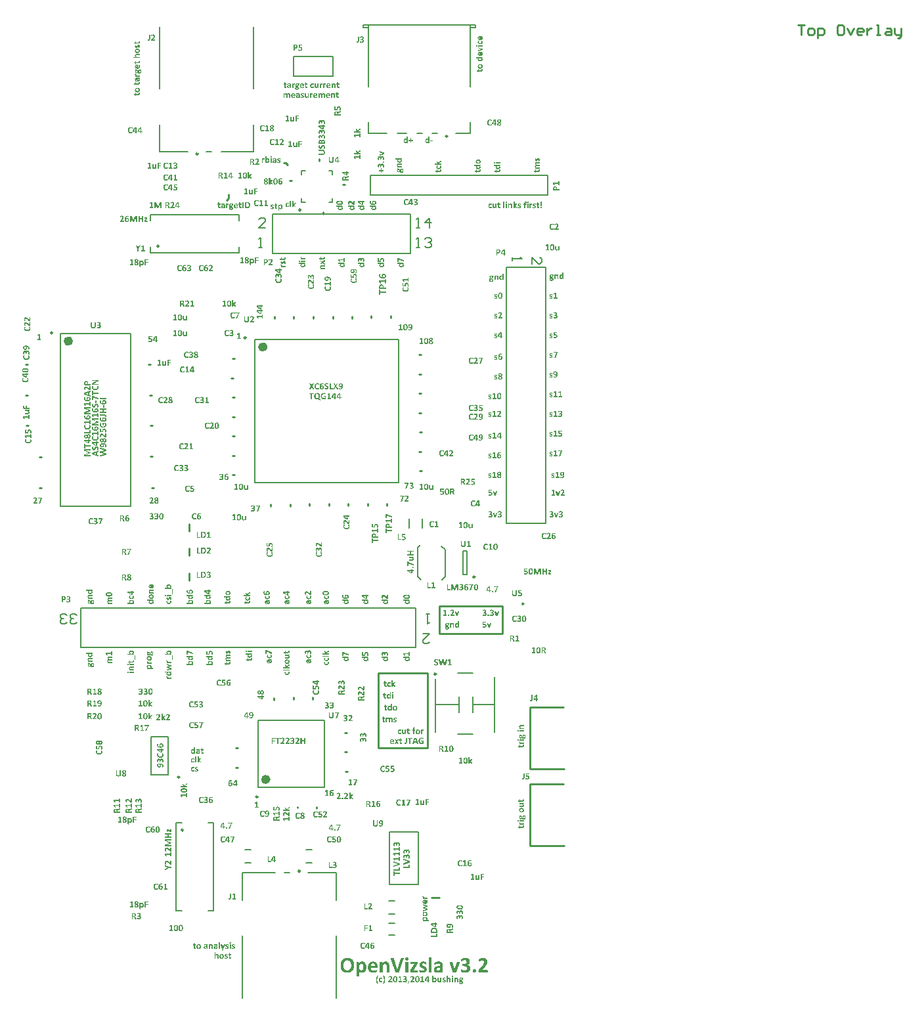
<source format=gto>
G04 Layer_Color=65535*
%FSLAX23Y23*%
%MOIN*%
G70*
G01*
G75*
%ADD10C,0.010*%
%ADD11C,0.024*%
%ADD12C,0.010*%
%ADD13C,0.008*%
%ADD14C,0.006*%
%ADD15C,0.008*%
G36*
X4011Y4962D02*
X4012Y4962D01*
X4012Y4961D01*
X4012D01*
X4012Y4961D01*
X4013D01*
X4013Y4961D01*
X4013Y4961D01*
X4013Y4961D01*
X4014Y4961D01*
X4014D01*
X4014Y4961D01*
X4014Y4961D01*
X4015Y4961D01*
X4015Y4961D01*
X4015Y4961D01*
X4015D01*
X4015Y4961D01*
X4016Y4961D01*
X4016Y4961D01*
X4016Y4960D01*
X4016Y4960D01*
X4016Y4960D01*
X4016Y4960D01*
X4016Y4960D01*
X4016Y4960D01*
X4016Y4960D01*
X4016Y4960D01*
X4016Y4960D01*
X4017Y4960D01*
Y4960D01*
X4017Y4959D01*
X4017Y4959D01*
X4017Y4959D01*
Y4959D01*
X4017Y4959D01*
Y4959D01*
Y4958D01*
Y4958D01*
Y4958D01*
Y4958D01*
Y4958D01*
X4017Y4957D01*
X4017Y4957D01*
Y4957D01*
Y4957D01*
X4017Y4957D01*
X4017Y4956D01*
X4016Y4956D01*
Y4956D01*
X4016Y4956D01*
X4016Y4956D01*
X4016Y4956D01*
X4016D01*
X4016Y4956D01*
X4016Y4956D01*
X4016Y4956D01*
X4016D01*
X4016Y4956D01*
X4015Y4956D01*
X4015Y4956D01*
X4015D01*
X4015Y4956D01*
X4015Y4956D01*
X4015Y4956D01*
X4014Y4956D01*
X4014Y4956D01*
X4014D01*
X4014Y4956D01*
X4014Y4956D01*
X4014Y4956D01*
X4013Y4956D01*
X4013Y4956D01*
X4012Y4957D01*
X4012D01*
X4012Y4957D01*
X4012Y4957D01*
X4012Y4957D01*
X4012D01*
X4011Y4957D01*
X4011Y4957D01*
X4010D01*
X4010Y4957D01*
X4009Y4957D01*
X4009Y4957D01*
X4008Y4956D01*
X4008Y4956D01*
X4007Y4956D01*
X4007Y4956D01*
X4007Y4956D01*
X4007Y4956D01*
X4006Y4955D01*
X4006Y4955D01*
X4006Y4955D01*
X4005Y4954D01*
X4005Y4954D01*
X4005Y4954D01*
X4005Y4954D01*
X4005Y4954D01*
X4005Y4953D01*
X4004Y4953D01*
X4004Y4952D01*
X4004Y4952D01*
X4004Y4951D01*
Y4951D01*
Y4951D01*
X4004Y4951D01*
X4004Y4951D01*
X4004Y4951D01*
X4004Y4950D01*
X4003Y4950D01*
X4003Y4949D01*
X4003Y4948D01*
X4003Y4948D01*
X4003Y4948D01*
X4003Y4948D01*
X4004Y4948D01*
X4004Y4948D01*
X4004Y4948D01*
X4005Y4948D01*
X4005D01*
X4005Y4948D01*
X4005Y4949D01*
X4005Y4949D01*
X4005Y4949D01*
X4005Y4949D01*
X4006Y4949D01*
X4006D01*
X4006Y4949D01*
X4006Y4949D01*
X4007Y4949D01*
X4007Y4949D01*
X4007Y4949D01*
X4008Y4949D01*
X4008D01*
X4008Y4949D01*
X4008Y4949D01*
X4008Y4949D01*
X4009D01*
X4009Y4950D01*
X4010Y4950D01*
X4010D01*
X4010Y4950D01*
X4011D01*
X4011Y4949D01*
X4012Y4949D01*
X4012Y4949D01*
X4013Y4949D01*
X4014Y4949D01*
X4014D01*
X4014Y4949D01*
X4014Y4949D01*
X4014Y4949D01*
X4015Y4948D01*
X4015Y4948D01*
X4016Y4948D01*
X4016Y4947D01*
X4017Y4947D01*
X4017Y4947D01*
X4017Y4947D01*
X4017Y4947D01*
X4017Y4946D01*
X4017Y4946D01*
X4018Y4945D01*
X4018Y4945D01*
X4018Y4944D01*
Y4944D01*
X4018Y4944D01*
X4018Y4944D01*
X4018Y4944D01*
X4018Y4943D01*
X4018Y4943D01*
X4018Y4942D01*
X4019Y4942D01*
X4019Y4941D01*
X4019Y4940D01*
Y4940D01*
Y4940D01*
Y4940D01*
Y4940D01*
X4019Y4940D01*
Y4939D01*
X4019Y4939D01*
X4018Y4938D01*
X4018Y4937D01*
X4018Y4937D01*
X4018Y4936D01*
Y4936D01*
X4018Y4936D01*
X4018Y4936D01*
X4018Y4936D01*
X4018Y4935D01*
X4017Y4935D01*
X4017Y4934D01*
X4017Y4934D01*
X4016Y4933D01*
X4016Y4932D01*
X4016Y4932D01*
X4016Y4932D01*
X4015Y4932D01*
X4015Y4932D01*
X4014Y4931D01*
X4014Y4931D01*
X4013Y4931D01*
X4012Y4930D01*
X4012D01*
X4012Y4930D01*
X4012Y4930D01*
X4012Y4930D01*
X4012Y4930D01*
X4012Y4930D01*
X4011Y4930D01*
X4011Y4930D01*
X4010Y4930D01*
X4010Y4930D01*
X4009Y4929D01*
X4008Y4929D01*
X4007D01*
X4007Y4929D01*
X4006Y4930D01*
X4006Y4930D01*
X4005Y4930D01*
X4005Y4930D01*
X4004Y4930D01*
X4004D01*
X4004Y4930D01*
X4004Y4930D01*
X4003Y4930D01*
X4003Y4930D01*
X4003Y4930D01*
X4002Y4931D01*
X4002Y4931D01*
X4001Y4931D01*
X4001Y4931D01*
X4001Y4931D01*
X4001Y4932D01*
X4000Y4932D01*
X4000Y4932D01*
X4000Y4933D01*
X3999Y4933D01*
X3999Y4934D01*
X3999Y4934D01*
X3999Y4934D01*
X3999Y4934D01*
X3999Y4934D01*
X3999Y4935D01*
X3998Y4935D01*
X3998Y4936D01*
X3998Y4937D01*
Y4937D01*
X3998Y4937D01*
Y4937D01*
X3998Y4937D01*
X3998Y4937D01*
X3998Y4938D01*
X3998Y4938D01*
X3998Y4939D01*
X3997Y4939D01*
X3997Y4940D01*
Y4940D01*
Y4940D01*
Y4940D01*
X3997Y4940D01*
Y4941D01*
X3997Y4941D01*
Y4941D01*
X3997Y4942D01*
X3997Y4943D01*
X3997Y4943D01*
Y4944D01*
Y4944D01*
Y4944D01*
Y4944D01*
Y4945D01*
Y4945D01*
X3997Y4945D01*
Y4946D01*
X3997Y4947D01*
X3997Y4947D01*
X3997Y4948D01*
Y4948D01*
Y4948D01*
X3997Y4948D01*
Y4948D01*
X3997Y4949D01*
Y4949D01*
X3998Y4949D01*
X3998Y4950D01*
X3998Y4951D01*
X3998Y4951D01*
X3998Y4952D01*
Y4952D01*
X3998Y4952D01*
X3998Y4952D01*
X3998Y4952D01*
X3998Y4953D01*
X3998Y4953D01*
X3999Y4954D01*
X3999Y4954D01*
X3999Y4955D01*
X4000Y4956D01*
Y4956D01*
X4000Y4956D01*
X4000Y4956D01*
X4000Y4956D01*
X4000Y4956D01*
X4000Y4957D01*
X4001Y4957D01*
X4001Y4958D01*
X4001Y4958D01*
X4002Y4959D01*
X4002D01*
X4002Y4959D01*
X4002Y4959D01*
X4003Y4959D01*
X4003Y4959D01*
X4003Y4960D01*
X4004Y4960D01*
X4005Y4960D01*
X4006Y4961D01*
X4006D01*
X4006Y4961D01*
X4006Y4961D01*
X4006Y4961D01*
X4006Y4961D01*
X4006Y4961D01*
X4007Y4961D01*
X4007Y4961D01*
X4007Y4961D01*
X4008Y4961D01*
X4009Y4961D01*
X4009Y4962D01*
X4010Y4962D01*
X4011D01*
X4011Y4962D01*
D02*
G37*
G36*
X3965Y4961D02*
X3965Y4961D01*
X3966Y4961D01*
X3966D01*
X3966Y4961D01*
X3966Y4961D01*
X3966Y4961D01*
X3966Y4960D01*
X3966Y4960D01*
X3966Y4960D01*
X3967Y4960D01*
X3967Y4960D01*
Y4960D01*
X3967Y4960D01*
X3967Y4959D01*
X3967Y4959D01*
X3967Y4959D01*
X3967Y4959D01*
Y4931D01*
Y4931D01*
Y4931D01*
X3967Y4931D01*
X3967Y4930D01*
X3967Y4930D01*
X3967Y4930D01*
X3967Y4930D01*
X3966Y4930D01*
X3966D01*
X3966Y4930D01*
X3966Y4930D01*
X3965Y4930D01*
X3965D01*
X3965Y4930D01*
X3965D01*
X3965Y4930D01*
X3963D01*
X3963Y4930D01*
X3962Y4930D01*
X3962D01*
X3962Y4930D01*
X3962D01*
X3962Y4930D01*
X3962Y4930D01*
X3962Y4930D01*
X3961Y4930D01*
X3961Y4930D01*
X3961Y4930D01*
X3961Y4930D01*
X3961Y4931D01*
X3961Y4931D01*
X3961Y4931D01*
Y4956D01*
X3961D01*
X3952Y4931D01*
Y4931D01*
X3952Y4931D01*
X3952Y4931D01*
X3952Y4930D01*
X3952Y4930D01*
X3951Y4930D01*
X3951Y4930D01*
X3951Y4930D01*
X3951D01*
X3951Y4930D01*
X3950Y4930D01*
X3950Y4930D01*
X3950D01*
X3950Y4930D01*
X3949D01*
X3949Y4930D01*
X3948D01*
X3948Y4930D01*
X3947Y4930D01*
X3947D01*
X3947Y4930D01*
X3947D01*
X3947Y4930D01*
X3946Y4930D01*
X3946Y4930D01*
X3946Y4930D01*
X3946Y4930D01*
X3946Y4930D01*
X3946Y4930D01*
X3946Y4931D01*
X3946Y4931D01*
X3945Y4931D01*
X3937Y4956D01*
X3937D01*
Y4931D01*
Y4931D01*
Y4931D01*
X3937Y4931D01*
X3937Y4930D01*
X3937Y4930D01*
X3937Y4930D01*
X3936Y4930D01*
X3936Y4930D01*
X3936D01*
X3936Y4930D01*
X3936Y4930D01*
X3935Y4930D01*
X3935D01*
X3935Y4930D01*
X3935D01*
X3934Y4930D01*
X3933D01*
X3933Y4930D01*
X3932Y4930D01*
X3932D01*
X3932Y4930D01*
X3932D01*
X3932Y4930D01*
X3931Y4930D01*
X3931Y4930D01*
X3931Y4930D01*
X3931Y4930D01*
X3931Y4930D01*
Y4930D01*
X3931Y4931D01*
X3931Y4931D01*
X3931Y4931D01*
Y4959D01*
Y4959D01*
Y4959D01*
X3931Y4959D01*
X3931Y4959D01*
X3931Y4960D01*
X3931Y4960D01*
X3931Y4960D01*
X3931Y4960D01*
X3931Y4960D01*
X3932Y4960D01*
X3932Y4961D01*
X3932Y4961D01*
X3932Y4961D01*
X3932Y4961D01*
X3933Y4961D01*
X3933Y4961D01*
X3938D01*
X3938Y4961D01*
X3938D01*
X3939Y4961D01*
X3939Y4961D01*
X3939Y4961D01*
X3939D01*
X3939Y4961D01*
X3939Y4961D01*
X3940Y4961D01*
X3940Y4961D01*
X3941Y4960D01*
X3941Y4960D01*
X3941Y4960D01*
X3941Y4960D01*
X3941Y4960D01*
X3941Y4960D01*
X3941Y4959D01*
X3942Y4959D01*
X3942Y4959D01*
X3942Y4959D01*
X3942Y4959D01*
X3942Y4958D01*
X3942Y4958D01*
X3942Y4958D01*
X3942Y4957D01*
X3949Y4939D01*
X3949D01*
X3956Y4957D01*
Y4957D01*
X3956Y4958D01*
X3956Y4958D01*
X3956Y4958D01*
X3956Y4959D01*
X3957Y4959D01*
X3957Y4959D01*
X3957Y4959D01*
X3957Y4959D01*
X3957Y4960D01*
X3957Y4960D01*
X3957Y4960D01*
X3957Y4960D01*
X3958Y4960D01*
X3958Y4960D01*
X3958Y4960D01*
X3958Y4961D01*
X3959Y4961D01*
X3959D01*
X3959Y4961D01*
X3959Y4961D01*
X3959Y4961D01*
X3959Y4961D01*
X3960Y4961D01*
X3960Y4961D01*
X3965D01*
X3965Y4961D01*
D02*
G37*
G36*
X3281Y7190D02*
X3282D01*
X3282Y7190D01*
X3283Y7190D01*
X3284Y7190D01*
X3284Y7190D01*
X3285Y7190D01*
X3285D01*
X3285Y7190D01*
X3285Y7189D01*
X3285Y7189D01*
X3286Y7189D01*
X3286Y7189D01*
X3287Y7189D01*
X3287Y7188D01*
X3288Y7188D01*
X3288Y7187D01*
Y7187D01*
X3288Y7187D01*
X3288Y7187D01*
X3288Y7187D01*
X3289Y7186D01*
X3289Y7186D01*
X3289Y7186D01*
X3289Y7185D01*
X3290Y7184D01*
X3290Y7183D01*
Y7183D01*
X3290Y7183D01*
X3290Y7183D01*
X3290Y7183D01*
X3290Y7183D01*
X3290Y7183D01*
X3290Y7182D01*
X3290Y7181D01*
X3290Y7181D01*
X3291Y7180D01*
X3291Y7179D01*
Y7179D01*
Y7179D01*
Y7179D01*
Y7178D01*
X3291Y7178D01*
X3290Y7178D01*
X3290Y7177D01*
X3290Y7176D01*
Y7176D01*
X3290Y7176D01*
X3290Y7175D01*
X3290Y7175D01*
X3290Y7175D01*
X3290Y7174D01*
X3290Y7174D01*
X3290Y7174D01*
X3290Y7173D01*
X3290Y7173D01*
X3289Y7173D01*
X3289Y7173D01*
X3289Y7172D01*
X3289Y7172D01*
X3289Y7172D01*
X3289Y7172D01*
X3289Y7172D01*
X3289Y7171D01*
X3288Y7171D01*
X3288Y7171D01*
X3288Y7171D01*
X3288Y7171D01*
X3288Y7171D01*
X3288Y7170D01*
X3287Y7170D01*
X3287D01*
X3287Y7170D01*
X3287D01*
X3287Y7170D01*
X3286D01*
X3286Y7170D01*
X3285D01*
X3284Y7170D01*
X3284D01*
X3284Y7170D01*
X3284Y7170D01*
X3284Y7170D01*
X3283Y7170D01*
X3283Y7170D01*
X3283Y7171D01*
X3283Y7171D01*
X3283Y7171D01*
X3283Y7171D01*
X3283Y7171D01*
X3283Y7171D01*
Y7171D01*
X3283Y7171D01*
X3283Y7172D01*
X3283Y7172D01*
X3283Y7172D01*
X3283Y7172D01*
X3283Y7172D01*
X3284Y7172D01*
X3284Y7172D01*
X3284Y7173D01*
X3284Y7173D01*
X3284Y7173D01*
X3284Y7174D01*
X3284Y7174D01*
X3284Y7174D01*
X3284Y7174D01*
X3285Y7174D01*
X3285Y7175D01*
X3285Y7175D01*
X3285Y7175D01*
X3285Y7176D01*
Y7176D01*
X3285Y7176D01*
X3285Y7176D01*
X3285Y7177D01*
X3285Y7177D01*
X3285Y7178D01*
X3285Y7178D01*
X3285Y7179D01*
Y7179D01*
Y7179D01*
Y7179D01*
X3285Y7180D01*
X3285Y7180D01*
X3285Y7180D01*
X3285Y7181D01*
Y7181D01*
X3285Y7181D01*
X3285Y7181D01*
X3285Y7182D01*
X3285Y7182D01*
X3284Y7183D01*
X3284Y7183D01*
X3284Y7183D01*
X3284Y7183D01*
X3284Y7183D01*
X3284Y7183D01*
X3284Y7183D01*
X3283Y7184D01*
X3283Y7184D01*
X3283Y7184D01*
X3283Y7184D01*
X3283Y7184D01*
X3282Y7184D01*
X3282Y7184D01*
X3282Y7184D01*
X3281D01*
X3281Y7184D01*
X3281Y7184D01*
X3281Y7184D01*
X3280Y7184D01*
X3280Y7184D01*
X3280Y7183D01*
X3280Y7183D01*
X3280Y7183D01*
X3279Y7183D01*
X3279Y7183D01*
X3279Y7183D01*
X3279Y7182D01*
X3279Y7182D01*
X3278Y7182D01*
X3278Y7182D01*
X3278Y7182D01*
X3278Y7181D01*
X3278Y7181D01*
X3278Y7181D01*
X3278Y7181D01*
X3277Y7180D01*
X3277Y7180D01*
X3277Y7180D01*
X3277Y7180D01*
X3277Y7179D01*
X3277Y7179D01*
X3277Y7179D01*
X3277Y7178D01*
X3276Y7178D01*
X3276Y7177D01*
X3276Y7177D01*
X3276Y7177D01*
X3276Y7177D01*
X3276Y7177D01*
X3276Y7176D01*
X3275Y7176D01*
X3275Y7175D01*
X3275Y7175D01*
X3275Y7175D01*
X3275Y7174D01*
X3274Y7174D01*
X3274Y7174D01*
X3274Y7174D01*
X3273Y7173D01*
X3273Y7173D01*
X3273Y7173D01*
X3273Y7173D01*
X3273Y7172D01*
X3272Y7172D01*
X3272Y7172D01*
X3272Y7172D01*
X3271Y7172D01*
X3271Y7171D01*
X3271Y7171D01*
X3270Y7171D01*
X3270Y7171D01*
X3270Y7171D01*
X3269Y7171D01*
X3269Y7171D01*
X3268Y7171D01*
X3267Y7171D01*
X3267D01*
X3267Y7171D01*
X3267D01*
X3266Y7171D01*
X3265Y7171D01*
X3265Y7171D01*
X3264Y7171D01*
X3263Y7172D01*
X3263D01*
X3263Y7172D01*
X3263Y7172D01*
X3263Y7172D01*
X3262Y7172D01*
X3262Y7172D01*
X3262Y7173D01*
X3261Y7173D01*
X3261Y7174D01*
Y7174D01*
X3261Y7174D01*
X3260Y7174D01*
X3260Y7174D01*
X3260Y7175D01*
X3260Y7175D01*
X3259Y7176D01*
X3259Y7176D01*
X3259Y7177D01*
Y7177D01*
X3259Y7177D01*
X3259Y7177D01*
X3259Y7177D01*
X3259Y7178D01*
X3259Y7178D01*
X3259Y7178D01*
X3259Y7179D01*
X3258Y7180D01*
X3258Y7180D01*
X3258Y7181D01*
Y7181D01*
Y7181D01*
Y7182D01*
X3258Y7182D01*
Y7182D01*
X3258Y7183D01*
X3259Y7183D01*
Y7183D01*
X3259Y7184D01*
X3259Y7184D01*
X3259Y7184D01*
X3259Y7184D01*
X3259Y7185D01*
X3259Y7185D01*
Y7185D01*
X3259Y7186D01*
X3259Y7186D01*
X3259Y7186D01*
X3259Y7186D01*
X3259Y7187D01*
X3260Y7187D01*
Y7187D01*
X3260Y7187D01*
X3260Y7187D01*
X3260Y7187D01*
X3260Y7188D01*
X3260Y7188D01*
X3260Y7188D01*
X3260Y7188D01*
X3260Y7188D01*
X3261Y7188D01*
X3261Y7188D01*
X3261Y7188D01*
X3261Y7188D01*
X3261Y7188D01*
X3261Y7189D01*
X3261D01*
X3261Y7189D01*
X3262Y7189D01*
X3262Y7189D01*
X3262D01*
X3262Y7189D01*
X3263D01*
X3264Y7189D01*
X3264Y7189D01*
X3264D01*
X3264Y7189D01*
X3265Y7189D01*
X3265Y7188D01*
X3265D01*
X3265Y7188D01*
X3265Y7188D01*
X3265Y7188D01*
X3265Y7188D01*
X3265Y7188D01*
X3265Y7188D01*
X3265Y7188D01*
Y7188D01*
X3265Y7188D01*
X3265Y7187D01*
X3265Y7187D01*
Y7187D01*
X3265Y7187D01*
X3265Y7187D01*
X3265Y7187D01*
X3265Y7186D01*
X3265Y7186D01*
X3264Y7186D01*
X3264Y7186D01*
X3264Y7185D01*
X3264Y7185D01*
X3264Y7185D01*
X3264Y7185D01*
X3264Y7184D01*
X3264Y7184D01*
X3264Y7184D01*
Y7184D01*
X3264Y7183D01*
X3264Y7183D01*
X3263Y7183D01*
X3263Y7183D01*
X3263Y7182D01*
X3263Y7182D01*
Y7181D01*
Y7181D01*
Y7181D01*
Y7181D01*
X3263Y7181D01*
X3263Y7180D01*
X3263Y7180D01*
X3264Y7179D01*
Y7179D01*
X3264Y7179D01*
X3264Y7179D01*
X3264Y7179D01*
X3264Y7179D01*
X3264Y7178D01*
X3264Y7178D01*
X3264Y7178D01*
X3264Y7178D01*
X3265Y7178D01*
X3265Y7178D01*
X3265Y7177D01*
X3265D01*
X3265Y7177D01*
X3266Y7177D01*
X3266Y7177D01*
X3266Y7177D01*
X3267Y7177D01*
X3267D01*
X3267Y7177D01*
X3267Y7177D01*
X3268Y7177D01*
X3268Y7177D01*
X3268Y7177D01*
X3268Y7178D01*
X3268Y7178D01*
X3269Y7178D01*
X3269Y7178D01*
X3269Y7178D01*
X3269Y7178D01*
X3269Y7179D01*
X3270Y7179D01*
X3270Y7179D01*
X3270Y7179D01*
X3270Y7179D01*
X3270Y7180D01*
X3270Y7180D01*
X3270Y7180D01*
X3271Y7180D01*
X3271Y7181D01*
X3271Y7181D01*
X3271Y7181D01*
X3271Y7182D01*
X3271Y7182D01*
X3271Y7182D01*
X3271Y7182D01*
X3272Y7183D01*
X3272Y7184D01*
X3272Y7184D01*
X3272Y7184D01*
X3272Y7184D01*
X3272Y7185D01*
X3273Y7185D01*
X3273Y7185D01*
X3273Y7186D01*
X3273Y7186D01*
X3273Y7186D01*
X3274Y7187D01*
X3274Y7187D01*
X3274Y7187D01*
X3274Y7188D01*
X3275Y7188D01*
X3275Y7188D01*
X3275Y7188D01*
X3275Y7189D01*
X3275Y7189D01*
X3276Y7189D01*
X3276Y7189D01*
X3277Y7189D01*
X3277Y7190D01*
X3277Y7190D01*
X3278Y7190D01*
X3278Y7190D01*
X3278Y7190D01*
X3278Y7190D01*
X3279Y7190D01*
X3279Y7190D01*
X3280Y7190D01*
X3281Y7190D01*
X3281D01*
X3281Y7190D01*
D02*
G37*
G36*
X3279Y7165D02*
X3279D01*
X3280Y7165D01*
X3280Y7165D01*
X3281Y7165D01*
X3282Y7165D01*
X3283Y7165D01*
X3284Y7164D01*
X3284D01*
X3284Y7164D01*
X3284Y7164D01*
X3284Y7164D01*
X3284Y7164D01*
X3284Y7164D01*
X3285Y7164D01*
X3286Y7164D01*
X3286Y7163D01*
X3287Y7163D01*
X3287Y7162D01*
X3287Y7162D01*
X3287Y7162D01*
X3288Y7162D01*
X3288Y7162D01*
X3288Y7161D01*
X3288Y7161D01*
X3289Y7160D01*
X3289Y7160D01*
X3289Y7159D01*
X3290Y7158D01*
Y7158D01*
X3290Y7158D01*
X3290Y7158D01*
X3290Y7158D01*
X3290Y7157D01*
X3290Y7157D01*
X3290Y7157D01*
X3290Y7156D01*
X3290Y7156D01*
X3290Y7156D01*
X3290Y7155D01*
X3291Y7154D01*
X3291Y7152D01*
Y7152D01*
Y7152D01*
Y7152D01*
Y7152D01*
X3291Y7152D01*
Y7151D01*
X3290Y7151D01*
X3290Y7151D01*
X3290Y7150D01*
X3290Y7149D01*
X3290Y7148D01*
X3290Y7147D01*
Y7147D01*
X3290Y7147D01*
X3290Y7147D01*
X3290Y7147D01*
X3290Y7147D01*
X3290Y7146D01*
X3289Y7146D01*
X3289Y7145D01*
X3289Y7145D01*
X3288Y7144D01*
X3288Y7143D01*
X3288Y7143D01*
X3288Y7143D01*
X3287Y7143D01*
X3287Y7143D01*
X3287Y7142D01*
X3286Y7142D01*
X3285Y7142D01*
X3285Y7141D01*
X3284Y7141D01*
X3284D01*
X3284Y7141D01*
X3284Y7141D01*
X3284Y7141D01*
X3283Y7141D01*
X3283Y7141D01*
X3283Y7140D01*
X3282Y7140D01*
X3282Y7140D01*
X3282Y7140D01*
X3281Y7140D01*
X3280Y7140D01*
X3279Y7140D01*
X3260D01*
X3260Y7140D01*
X3260Y7140D01*
X3259Y7140D01*
X3259Y7140D01*
X3259Y7140D01*
X3259Y7140D01*
X3259Y7141D01*
Y7141D01*
X3259Y7141D01*
X3259Y7141D01*
X3259Y7141D01*
X3259Y7142D01*
Y7142D01*
X3259Y7142D01*
Y7142D01*
X3259Y7142D01*
Y7142D01*
X3259Y7142D01*
Y7143D01*
Y7143D01*
Y7143D01*
Y7143D01*
Y7143D01*
Y7144D01*
X3259Y7144D01*
X3259Y7145D01*
Y7145D01*
Y7145D01*
X3259Y7145D01*
Y7145D01*
X3259Y7145D01*
X3259Y7146D01*
Y7146D01*
X3259Y7146D01*
X3259Y7146D01*
X3259Y7146D01*
X3259Y7146D01*
X3259Y7146D01*
X3260Y7146D01*
X3260Y7146D01*
X3260Y7146D01*
X3278D01*
X3279Y7146D01*
X3279Y7146D01*
X3280Y7146D01*
X3280Y7146D01*
X3281Y7147D01*
X3281Y7147D01*
X3281Y7147D01*
X3282Y7147D01*
X3282Y7147D01*
X3282Y7147D01*
X3283Y7147D01*
X3283Y7147D01*
X3283Y7148D01*
X3284Y7148D01*
X3284Y7148D01*
X3284Y7148D01*
X3284Y7148D01*
X3284Y7149D01*
X3284Y7149D01*
X3285Y7149D01*
X3285Y7150D01*
X3285Y7150D01*
X3285Y7150D01*
X3285Y7150D01*
X3285Y7151D01*
X3285Y7151D01*
X3285Y7151D01*
X3285Y7152D01*
X3285Y7152D01*
X3285Y7153D01*
Y7153D01*
Y7153D01*
Y7153D01*
X3285Y7153D01*
X3285Y7154D01*
X3285Y7154D01*
X3285Y7154D01*
X3285Y7155D01*
X3285Y7155D01*
X3285Y7155D01*
X3285Y7156D01*
X3285Y7156D01*
X3285Y7156D01*
X3284Y7156D01*
X3284Y7157D01*
X3284Y7157D01*
X3284Y7157D01*
X3284Y7157D01*
X3283Y7158D01*
X3283Y7158D01*
X3283Y7158D01*
X3283Y7158D01*
X3282Y7158D01*
X3282Y7158D01*
X3281Y7159D01*
X3281Y7159D01*
X3281Y7159D01*
X3281Y7159D01*
X3281Y7159D01*
X3280Y7159D01*
X3280Y7159D01*
X3279Y7159D01*
X3279Y7159D01*
X3260D01*
X3260Y7159D01*
X3260Y7159D01*
X3259Y7159D01*
X3259Y7159D01*
X3259Y7159D01*
X3259Y7160D01*
X3259Y7160D01*
Y7160D01*
X3259Y7160D01*
X3259Y7160D01*
X3259Y7160D01*
X3259Y7161D01*
Y7161D01*
X3259Y7161D01*
Y7161D01*
X3259Y7161D01*
Y7161D01*
X3259Y7162D01*
Y7162D01*
Y7162D01*
Y7162D01*
Y7162D01*
Y7163D01*
Y7163D01*
X3259Y7163D01*
X3259Y7164D01*
Y7164D01*
Y7164D01*
X3259Y7164D01*
Y7164D01*
X3259Y7164D01*
X3259Y7165D01*
Y7165D01*
X3259Y7165D01*
X3259Y7165D01*
X3259Y7165D01*
X3259Y7165D01*
X3259Y7165D01*
X3260Y7165D01*
X3260Y7165D01*
X3260Y7165D01*
X3279D01*
X3279Y7165D01*
D02*
G37*
G36*
X3587Y7108D02*
X3588Y7108D01*
X3588Y7108D01*
X3589Y7108D01*
X3589Y7108D01*
X3589Y7108D01*
X3590Y7107D01*
X3590Y7107D01*
X3590Y7107D01*
X3590Y7107D01*
X3590Y7107D01*
X3590Y7106D01*
X3590Y7106D01*
X3590Y7105D01*
X3590Y7105D01*
Y7105D01*
Y7105D01*
Y7104D01*
Y7104D01*
X3590Y7104D01*
X3590Y7104D01*
X3590Y7103D01*
X3590Y7103D01*
X3590Y7102D01*
X3590Y7102D01*
X3590Y7102D01*
X3589Y7102D01*
X3589Y7102D01*
X3589Y7102D01*
X3589Y7101D01*
X3588Y7101D01*
X3587Y7101D01*
X3587Y7101D01*
X3586D01*
X3586Y7101D01*
X3585Y7101D01*
X3585Y7101D01*
X3584Y7101D01*
X3584Y7102D01*
X3584Y7102D01*
X3584Y7102D01*
X3584Y7102D01*
X3584Y7102D01*
X3583Y7102D01*
X3583Y7103D01*
X3583Y7103D01*
X3583Y7103D01*
X3583Y7104D01*
X3583Y7105D01*
Y7105D01*
Y7105D01*
Y7105D01*
Y7105D01*
X3583Y7105D01*
X3583Y7106D01*
X3583Y7106D01*
X3583Y7107D01*
X3583Y7107D01*
X3584Y7107D01*
X3584Y7107D01*
X3584Y7108D01*
X3584Y7108D01*
X3584Y7108D01*
X3585Y7108D01*
X3585Y7108D01*
X3586Y7108D01*
X3587Y7108D01*
X3587D01*
X3587Y7108D01*
D02*
G37*
G36*
X3914Y4961D02*
X3915Y4961D01*
X3915D01*
X3915Y4961D01*
X3915D01*
X3915Y4961D01*
X3916Y4961D01*
X3916D01*
X3916Y4961D01*
X3916Y4961D01*
X3916Y4961D01*
X3916Y4961D01*
X3916Y4961D01*
X3916Y4960D01*
X3916Y4960D01*
X3916Y4960D01*
Y4935D01*
X3926D01*
X3926Y4935D01*
X3926Y4935D01*
X3927Y4935D01*
X3927Y4935D01*
X3927Y4935D01*
X3927Y4935D01*
X3927Y4935D01*
X3927Y4934D01*
X3927Y4934D01*
X3927Y4934D01*
Y4934D01*
Y4934D01*
X3927Y4934D01*
Y4933D01*
X3927Y4933D01*
Y4933D01*
Y4933D01*
Y4932D01*
Y4932D01*
Y4932D01*
X3927Y4932D01*
X3927Y4931D01*
Y4931D01*
Y4931D01*
X3927Y4931D01*
X3927Y4931D01*
X3927Y4931D01*
X3927Y4931D01*
X3927Y4930D01*
X3927Y4930D01*
X3926Y4930D01*
X3926Y4930D01*
X3926Y4930D01*
X3926Y4930D01*
X3926Y4930D01*
X3912D01*
X3912Y4930D01*
X3911Y4930D01*
X3911Y4930D01*
X3911Y4930D01*
X3911Y4930D01*
X3910Y4930D01*
X3910Y4931D01*
X3910Y4931D01*
X3910Y4931D01*
X3910Y4931D01*
X3910Y4931D01*
X3910Y4932D01*
X3910Y4932D01*
Y4960D01*
Y4960D01*
X3910Y4960D01*
X3910Y4960D01*
X3910Y4961D01*
X3910Y4961D01*
X3910Y4961D01*
X3910Y4961D01*
X3911Y4961D01*
X3911D01*
X3911Y4961D01*
X3911Y4961D01*
X3911Y4961D01*
X3912Y4961D01*
X3912D01*
X3912Y4961D01*
X3912D01*
X3912Y4961D01*
X3912D01*
X3913Y4961D01*
X3914D01*
X3914Y4961D01*
D02*
G37*
G36*
X3582Y7096D02*
X3582D01*
X3582Y7096D01*
X3583Y7096D01*
X3584Y7096D01*
X3584Y7095D01*
X3585Y7095D01*
X3585D01*
X3585Y7095D01*
X3585Y7095D01*
X3585Y7095D01*
X3586Y7095D01*
X3586Y7094D01*
X3587Y7094D01*
X3587Y7094D01*
X3588Y7093D01*
X3588Y7093D01*
Y7093D01*
X3588Y7093D01*
X3588Y7092D01*
X3588Y7092D01*
X3589Y7092D01*
X3589Y7092D01*
X3589Y7091D01*
X3589Y7090D01*
X3590Y7090D01*
X3590Y7089D01*
Y7089D01*
X3590Y7089D01*
X3590Y7089D01*
X3590Y7088D01*
X3590Y7088D01*
X3590Y7088D01*
X3590Y7088D01*
X3590Y7087D01*
X3590Y7087D01*
X3590Y7086D01*
X3591Y7085D01*
X3591Y7084D01*
Y7084D01*
Y7084D01*
Y7084D01*
Y7083D01*
X3591Y7083D01*
X3590Y7083D01*
X3590Y7082D01*
X3590Y7081D01*
Y7081D01*
X3590Y7081D01*
X3590Y7081D01*
X3590Y7080D01*
X3590Y7080D01*
X3590Y7079D01*
X3590Y7079D01*
Y7079D01*
X3590Y7078D01*
X3590Y7078D01*
X3590Y7078D01*
X3589Y7077D01*
X3589Y7077D01*
X3589Y7077D01*
X3589Y7077D01*
X3589Y7077D01*
X3589Y7077D01*
X3589Y7076D01*
X3589Y7076D01*
X3589Y7076D01*
X3589Y7076D01*
X3589Y7076D01*
X3588Y7076D01*
X3588Y7076D01*
X3588Y7076D01*
X3588D01*
X3588Y7076D01*
X3588Y7075D01*
X3588Y7075D01*
X3588D01*
X3587Y7075D01*
X3587Y7075D01*
X3587Y7075D01*
X3586D01*
X3586Y7075D01*
X3585D01*
X3585Y7075D01*
X3584Y7075D01*
X3584Y7075D01*
X3584Y7075D01*
X3584D01*
X3584Y7075D01*
X3584Y7076D01*
X3584Y7076D01*
X3584Y7076D01*
X3584Y7076D01*
Y7076D01*
X3584Y7076D01*
X3584Y7076D01*
X3584Y7077D01*
Y7077D01*
X3584Y7077D01*
X3584Y7077D01*
X3584Y7077D01*
X3584Y7077D01*
X3584Y7078D01*
X3584Y7078D01*
X3585Y7078D01*
Y7078D01*
X3585Y7078D01*
X3585Y7079D01*
X3585Y7079D01*
X3585Y7079D01*
X3585Y7080D01*
X3585Y7080D01*
X3585Y7080D01*
Y7081D01*
X3585Y7081D01*
X3585Y7081D01*
X3585Y7081D01*
X3585Y7082D01*
X3586Y7082D01*
X3586Y7083D01*
Y7083D01*
Y7083D01*
Y7083D01*
X3586Y7084D01*
Y7084D01*
X3585Y7084D01*
X3585Y7085D01*
X3585Y7086D01*
Y7086D01*
X3585Y7086D01*
X3585Y7086D01*
X3585Y7086D01*
X3585Y7087D01*
X3584Y7087D01*
X3584Y7087D01*
X3584Y7087D01*
X3584Y7088D01*
X3584Y7088D01*
X3584Y7088D01*
X3584Y7088D01*
X3583Y7088D01*
X3583Y7088D01*
X3583Y7088D01*
X3583Y7088D01*
X3583Y7088D01*
X3582Y7089D01*
X3582Y7089D01*
X3582Y7089D01*
X3582Y7089D01*
X3581D01*
X3581Y7089D01*
X3581Y7089D01*
X3580Y7089D01*
X3580Y7089D01*
X3580Y7088D01*
X3579Y7088D01*
X3579Y7088D01*
X3579Y7088D01*
X3579Y7088D01*
X3579Y7088D01*
X3579Y7088D01*
X3578Y7088D01*
X3578Y7087D01*
X3578Y7087D01*
X3578Y7087D01*
X3578Y7087D01*
X3578Y7087D01*
X3577Y7086D01*
X3577Y7086D01*
X3577Y7086D01*
X3577Y7085D01*
X3577Y7085D01*
X3577Y7085D01*
X3577Y7085D01*
X3577Y7084D01*
X3577Y7084D01*
X3577Y7084D01*
X3577Y7083D01*
X3576Y7083D01*
Y7082D01*
Y7079D01*
Y7079D01*
Y7079D01*
X3576Y7079D01*
X3576Y7079D01*
X3576Y7079D01*
X3576Y7079D01*
X3576Y7079D01*
X3576Y7078D01*
X3576Y7078D01*
X3576Y7078D01*
X3576Y7078D01*
X3575Y7078D01*
X3575D01*
X3575Y7078D01*
X3573D01*
X3573Y7078D01*
X3573D01*
X3573Y7078D01*
X3573Y7078D01*
X3572Y7078D01*
X3572Y7078D01*
X3572Y7078D01*
X3572Y7079D01*
X3572Y7079D01*
X3572Y7079D01*
X3572Y7079D01*
X3572Y7079D01*
Y7079D01*
Y7082D01*
Y7082D01*
Y7082D01*
X3572Y7082D01*
Y7083D01*
X3572Y7083D01*
X3572Y7084D01*
X3572Y7084D01*
Y7084D01*
X3571Y7085D01*
X3571Y7085D01*
X3571Y7085D01*
X3571Y7085D01*
X3571Y7086D01*
X3571Y7086D01*
X3571Y7086D01*
X3571Y7086D01*
X3571Y7086D01*
X3570Y7086D01*
X3570Y7087D01*
X3570Y7087D01*
X3570Y7087D01*
X3569Y7087D01*
X3569Y7087D01*
X3569Y7087D01*
X3569Y7087D01*
X3569Y7088D01*
X3568Y7088D01*
X3568Y7088D01*
X3568Y7088D01*
X3567D01*
X3567Y7088D01*
X3566Y7088D01*
X3566Y7087D01*
X3566D01*
X3566Y7087D01*
X3566Y7087D01*
X3565Y7087D01*
X3565Y7087D01*
X3565Y7087D01*
X3565Y7087D01*
X3564Y7087D01*
X3564Y7086D01*
X3564Y7086D01*
X3564Y7086D01*
X3564Y7086D01*
X3564Y7086D01*
X3564Y7085D01*
Y7085D01*
X3564Y7085D01*
X3564Y7085D01*
X3564Y7085D01*
X3564Y7084D01*
X3563Y7084D01*
X3563Y7084D01*
Y7083D01*
Y7083D01*
Y7083D01*
X3563Y7083D01*
Y7083D01*
X3564Y7082D01*
X3564Y7082D01*
X3564Y7082D01*
X3564Y7081D01*
Y7081D01*
X3564Y7081D01*
X3564Y7081D01*
X3564Y7080D01*
X3564Y7080D01*
X3564Y7080D01*
X3565Y7079D01*
X3565Y7079D01*
X3565Y7079D01*
X3565Y7079D01*
X3565Y7079D01*
X3565Y7078D01*
X3565Y7078D01*
Y7078D01*
X3566Y7077D01*
X3566Y7077D01*
X3566Y7077D01*
X3566Y7077D01*
X3566Y7077D01*
X3566Y7077D01*
Y7077D01*
Y7077D01*
X3566Y7076D01*
X3566Y7076D01*
X3566Y7076D01*
X3566Y7076D01*
X3565Y7076D01*
X3565D01*
X3565Y7076D01*
X3565Y7076D01*
X3565Y7076D01*
X3564D01*
X3564Y7076D01*
X3562D01*
X3562Y7076D01*
X3562Y7076D01*
X3562Y7076D01*
X3562D01*
X3562Y7076D01*
X3562Y7076D01*
X3561Y7076D01*
X3561Y7076D01*
X3561Y7076D01*
X3561Y7076D01*
X3561Y7077D01*
X3561Y7077D01*
X3561Y7077D01*
X3561Y7077D01*
X3561Y7077D01*
X3561Y7077D01*
X3561Y7077D01*
X3560Y7078D01*
X3560Y7078D01*
X3560Y7078D01*
X3560Y7078D01*
X3560Y7078D01*
X3560Y7078D01*
X3560Y7079D01*
X3560Y7079D01*
X3559Y7079D01*
X3559Y7080D01*
X3559Y7080D01*
X3559Y7080D01*
X3559Y7080D01*
X3559Y7081D01*
X3559Y7081D01*
X3559Y7082D01*
X3559Y7082D01*
Y7082D01*
Y7082D01*
X3559Y7082D01*
X3559Y7083D01*
X3559Y7083D01*
X3558Y7083D01*
X3558Y7084D01*
X3558Y7085D01*
Y7085D01*
Y7085D01*
Y7085D01*
Y7085D01*
Y7086D01*
Y7086D01*
X3558Y7086D01*
X3558Y7087D01*
X3559Y7087D01*
X3559Y7088D01*
X3559Y7089D01*
X3559Y7089D01*
Y7089D01*
X3559Y7089D01*
X3559Y7089D01*
X3559Y7090D01*
X3559Y7090D01*
X3559Y7090D01*
X3560Y7091D01*
X3560Y7091D01*
X3560Y7092D01*
X3560Y7092D01*
X3560Y7092D01*
X3561Y7092D01*
X3561Y7093D01*
X3561Y7093D01*
X3561Y7093D01*
X3562Y7093D01*
X3562Y7094D01*
X3563Y7094D01*
X3563Y7094D01*
X3563Y7094D01*
X3563Y7094D01*
X3564Y7094D01*
X3564Y7094D01*
X3565Y7094D01*
X3566Y7095D01*
X3566Y7095D01*
X3566D01*
X3567Y7095D01*
X3567D01*
X3567Y7094D01*
X3568Y7094D01*
X3568Y7094D01*
X3569Y7094D01*
X3569D01*
X3569Y7094D01*
X3569Y7094D01*
X3570Y7094D01*
X3570Y7094D01*
X3570Y7094D01*
X3571Y7093D01*
X3571Y7093D01*
X3571Y7093D01*
X3571Y7093D01*
X3572Y7093D01*
X3572Y7092D01*
X3572Y7092D01*
X3572Y7092D01*
X3573Y7091D01*
X3573Y7091D01*
X3573Y7091D01*
X3573Y7091D01*
X3573Y7091D01*
X3573Y7090D01*
X3573Y7090D01*
X3574Y7089D01*
X3574Y7089D01*
X3574D01*
Y7089D01*
Y7089D01*
X3574Y7089D01*
X3574Y7090D01*
X3574Y7090D01*
X3574Y7090D01*
X3574Y7091D01*
X3574Y7091D01*
X3575Y7092D01*
X3575Y7092D01*
X3575Y7092D01*
X3575Y7092D01*
X3575Y7093D01*
X3575Y7093D01*
X3576Y7093D01*
X3576Y7094D01*
X3576Y7094D01*
X3576Y7094D01*
X3576Y7094D01*
X3577Y7094D01*
X3577Y7095D01*
X3577Y7095D01*
X3577Y7095D01*
X3578Y7095D01*
X3578Y7095D01*
X3578Y7096D01*
X3579Y7096D01*
X3579Y7096D01*
X3579Y7096D01*
X3580Y7096D01*
X3580Y7096D01*
X3580Y7096D01*
X3581Y7096D01*
X3581D01*
X3582Y7096D01*
D02*
G37*
G36*
X3983Y4962D02*
X3984Y4962D01*
X3984Y4961D01*
X3985Y4961D01*
X3986Y4961D01*
X3986Y4961D01*
X3986D01*
X3986Y4961D01*
X3986Y4961D01*
X3987Y4961D01*
X3987Y4961D01*
X3987Y4961D01*
X3988Y4960D01*
X3988Y4960D01*
X3989Y4960D01*
X3989Y4960D01*
X3989Y4960D01*
X3989Y4959D01*
X3990Y4959D01*
X3990Y4959D01*
X3990Y4959D01*
X3991Y4958D01*
X3991Y4958D01*
X3991Y4957D01*
X3991Y4957D01*
X3991Y4957D01*
X3991Y4957D01*
X3991Y4956D01*
X3991Y4956D01*
X3992Y4955D01*
X3992Y4954D01*
X3992Y4954D01*
Y4954D01*
Y4954D01*
X3992Y4953D01*
Y4953D01*
X3992Y4953D01*
X3992Y4952D01*
X3991Y4952D01*
X3991Y4951D01*
Y4951D01*
X3991Y4951D01*
X3991Y4951D01*
X3991Y4950D01*
X3991Y4950D01*
X3991Y4950D01*
X3990Y4949D01*
X3990Y4949D01*
X3990Y4949D01*
X3990Y4949D01*
X3990Y4948D01*
X3990Y4948D01*
X3989Y4948D01*
X3989Y4948D01*
X3988Y4947D01*
X3988Y4947D01*
X3988Y4947D01*
X3988Y4947D01*
X3988Y4947D01*
X3987Y4947D01*
X3987Y4947D01*
X3987Y4946D01*
X3986Y4946D01*
Y4946D01*
X3986D01*
X3986Y4946D01*
X3987Y4946D01*
X3987Y4946D01*
X3988Y4946D01*
X3988Y4946D01*
X3989Y4946D01*
X3989Y4945D01*
X3989Y4945D01*
X3989Y4945D01*
X3989Y4945D01*
X3990Y4945D01*
X3990Y4945D01*
X3990Y4944D01*
X3991Y4944D01*
X3991Y4944D01*
X3991Y4944D01*
X3991Y4944D01*
X3992Y4943D01*
X3992Y4943D01*
X3992Y4943D01*
X3992Y4943D01*
X3992Y4942D01*
X3993Y4942D01*
X3993Y4942D01*
X3993Y4941D01*
X3993Y4941D01*
X3993Y4941D01*
X3993Y4940D01*
X3993Y4940D01*
X3993Y4940D01*
X3993Y4939D01*
Y4939D01*
Y4939D01*
Y4939D01*
Y4939D01*
X3993Y4938D01*
Y4938D01*
X3993Y4938D01*
X3993Y4937D01*
X3993Y4936D01*
X3992Y4936D01*
X3992Y4935D01*
Y4935D01*
X3992Y4935D01*
X3992Y4935D01*
X3992Y4935D01*
X3992Y4934D01*
X3992Y4934D01*
X3991Y4933D01*
X3991Y4933D01*
X3990Y4932D01*
X3990Y4932D01*
X3990D01*
X3990Y4932D01*
X3990Y4932D01*
X3989Y4932D01*
X3989Y4931D01*
X3989Y4931D01*
X3988Y4931D01*
X3987Y4931D01*
X3987Y4930D01*
X3986Y4930D01*
X3986D01*
X3986Y4930D01*
X3986Y4930D01*
X3986Y4930D01*
X3985Y4930D01*
X3985Y4930D01*
X3985Y4930D01*
X3984Y4930D01*
X3984Y4930D01*
X3983Y4930D01*
X3982Y4929D01*
X3981Y4929D01*
X3981D01*
X3980Y4929D01*
X3980Y4930D01*
X3979Y4930D01*
X3978Y4930D01*
X3978D01*
X3978Y4930D01*
X3978Y4930D01*
X3977Y4930D01*
X3977Y4930D01*
X3977Y4930D01*
X3976Y4930D01*
X3976D01*
X3976Y4930D01*
X3975Y4930D01*
X3975Y4930D01*
X3974Y4931D01*
X3974Y4931D01*
X3974Y4931D01*
X3974Y4931D01*
X3974Y4931D01*
X3974Y4931D01*
X3974Y4931D01*
X3973Y4931D01*
X3973Y4931D01*
X3973Y4931D01*
X3973Y4931D01*
X3973Y4932D01*
X3973Y4932D01*
X3973Y4932D01*
Y4932D01*
X3973Y4932D01*
X3973Y4932D01*
X3972Y4932D01*
Y4932D01*
X3972Y4933D01*
X3972Y4933D01*
X3972Y4933D01*
Y4933D01*
Y4933D01*
Y4933D01*
Y4934D01*
X3972Y4934D01*
Y4934D01*
Y4934D01*
Y4935D01*
Y4935D01*
X3972Y4935D01*
X3972Y4936D01*
X3972Y4936D01*
X3973Y4936D01*
Y4936D01*
X3973Y4936D01*
X3973Y4936D01*
X3973Y4936D01*
X3973Y4936D01*
X3973Y4936D01*
X3973D01*
X3973Y4936D01*
X3974Y4936D01*
X3974Y4936D01*
X3974D01*
X3974Y4936D01*
X3974Y4936D01*
X3974Y4936D01*
X3975Y4936D01*
X3975Y4936D01*
X3975Y4936D01*
X3975Y4935D01*
X3975D01*
X3976Y4935D01*
X3976Y4935D01*
X3976Y4935D01*
X3976Y4935D01*
X3977Y4935D01*
X3977Y4935D01*
X3978Y4935D01*
X3978D01*
X3978Y4935D01*
X3978Y4935D01*
X3978Y4935D01*
X3979Y4935D01*
X3979Y4934D01*
X3980Y4934D01*
X3981D01*
X3981Y4934D01*
X3981D01*
X3981Y4935D01*
X3982Y4935D01*
X3983Y4935D01*
X3983D01*
X3983Y4935D01*
X3983Y4935D01*
X3983Y4935D01*
X3984Y4935D01*
X3984Y4936D01*
X3984Y4936D01*
X3984Y4936D01*
X3985Y4936D01*
X3985Y4936D01*
X3985Y4936D01*
X3985Y4936D01*
X3985Y4937D01*
X3985Y4937D01*
X3985Y4937D01*
X3985Y4937D01*
X3986Y4937D01*
X3986Y4938D01*
X3986Y4938D01*
X3986Y4938D01*
X3986Y4938D01*
Y4939D01*
Y4939D01*
Y4939D01*
X3986Y4939D01*
X3986Y4939D01*
X3986Y4940D01*
X3986Y4940D01*
X3985Y4940D01*
X3985Y4941D01*
X3985Y4941D01*
X3985Y4941D01*
X3985Y4941D01*
X3985Y4941D01*
X3985Y4941D01*
X3985Y4942D01*
X3984Y4942D01*
X3984Y4942D01*
X3984Y4942D01*
X3984Y4942D01*
X3984Y4942D01*
X3984Y4943D01*
X3983Y4943D01*
X3983Y4943D01*
X3982Y4943D01*
X3982Y4943D01*
X3982Y4943D01*
X3982Y4943D01*
X3982Y4943D01*
X3981Y4943D01*
X3981Y4943D01*
X3980Y4943D01*
X3980Y4944D01*
X3976D01*
X3976Y4944D01*
X3976Y4944D01*
X3976Y4944D01*
X3976Y4944D01*
X3976Y4944D01*
X3975Y4944D01*
X3975Y4944D01*
X3975Y4944D01*
X3975Y4944D01*
X3975Y4945D01*
Y4945D01*
Y4945D01*
Y4945D01*
Y4945D01*
X3975Y4945D01*
Y4945D01*
Y4946D01*
Y4946D01*
Y4946D01*
Y4946D01*
Y4946D01*
Y4947D01*
X3975Y4947D01*
Y4947D01*
Y4947D01*
X3975Y4947D01*
X3975Y4947D01*
X3975Y4948D01*
X3976Y4948D01*
X3976Y4948D01*
X3976Y4948D01*
X3976Y4948D01*
X3976Y4948D01*
X3976Y4948D01*
X3976Y4948D01*
X3979D01*
X3980Y4948D01*
X3980D01*
X3980Y4948D01*
X3981Y4948D01*
X3981Y4948D01*
X3981D01*
X3982Y4949D01*
X3982Y4949D01*
X3982Y4949D01*
X3982Y4949D01*
X3983Y4949D01*
X3983Y4949D01*
X3983Y4949D01*
X3983Y4949D01*
X3983Y4949D01*
X3984Y4950D01*
X3984Y4950D01*
X3984Y4950D01*
X3984Y4950D01*
X3984Y4951D01*
X3984Y4951D01*
X3984Y4951D01*
X3985Y4951D01*
X3985Y4951D01*
X3985Y4952D01*
X3985Y4952D01*
X3985Y4952D01*
Y4953D01*
Y4953D01*
Y4953D01*
Y4953D01*
X3985Y4953D01*
X3985Y4954D01*
X3985Y4954D01*
Y4954D01*
X3985Y4954D01*
X3984Y4954D01*
X3984Y4955D01*
X3984Y4955D01*
X3984Y4955D01*
X3984Y4955D01*
X3984Y4956D01*
X3984Y4956D01*
X3983Y4956D01*
X3983Y4956D01*
X3983Y4956D01*
X3983Y4956D01*
X3982Y4956D01*
X3982D01*
X3982Y4956D01*
X3982Y4956D01*
X3982Y4956D01*
X3982Y4956D01*
X3981Y4957D01*
X3981Y4957D01*
X3980D01*
X3980Y4957D01*
X3980D01*
X3979Y4956D01*
X3979Y4956D01*
X3979Y4956D01*
X3978Y4956D01*
X3978D01*
X3978Y4956D01*
X3978Y4956D01*
X3977Y4956D01*
X3977Y4956D01*
X3977Y4956D01*
X3976Y4955D01*
X3976Y4955D01*
X3976Y4955D01*
X3976Y4955D01*
X3976Y4955D01*
X3975Y4955D01*
X3975Y4955D01*
X3975D01*
X3975Y4954D01*
X3974Y4954D01*
X3974Y4954D01*
X3974Y4954D01*
X3974Y4954D01*
X3974Y4954D01*
X3974D01*
X3973Y4954D01*
X3973Y4954D01*
X3973Y4954D01*
X3973Y4954D01*
X3973Y4955D01*
Y4955D01*
X3973Y4955D01*
X3973Y4955D01*
X3973Y4955D01*
Y4955D01*
Y4955D01*
Y4955D01*
Y4956D01*
X3973Y4956D01*
Y4956D01*
Y4956D01*
Y4956D01*
Y4957D01*
Y4957D01*
Y4957D01*
Y4957D01*
Y4957D01*
Y4957D01*
Y4958D01*
X3973Y4958D01*
X3973Y4958D01*
X3973Y4958D01*
Y4958D01*
X3973Y4958D01*
X3973Y4958D01*
X3973Y4959D01*
X3973Y4959D01*
X3973Y4959D01*
X3974Y4959D01*
X3974Y4959D01*
X3974Y4959D01*
X3974Y4959D01*
X3974Y4959D01*
X3974Y4959D01*
X3974Y4959D01*
X3974Y4959D01*
X3975Y4960D01*
X3975Y4960D01*
X3975Y4960D01*
X3975Y4960D01*
X3975Y4960D01*
X3975Y4960D01*
X3976Y4960D01*
X3976Y4960D01*
X3977Y4961D01*
X3977Y4961D01*
X3977Y4961D01*
X3977Y4961D01*
X3977Y4961D01*
X3978Y4961D01*
X3978Y4961D01*
X3979Y4961D01*
X3979Y4961D01*
X3979D01*
X3979Y4961D01*
X3980Y4961D01*
X3980Y4961D01*
X3981Y4962D01*
X3981Y4962D01*
X3982Y4962D01*
X3983D01*
X3983Y4962D01*
D02*
G37*
G36*
X3282Y7293D02*
X3282Y7293D01*
X3283Y7293D01*
X3283Y7293D01*
X3283D01*
X3283Y7293D01*
X3283Y7293D01*
X3283Y7292D01*
X3284Y7292D01*
X3284Y7292D01*
Y7289D01*
X3289D01*
X3289Y7289D01*
X3289Y7289D01*
X3290Y7289D01*
X3290Y7289D01*
X3290Y7289D01*
X3290Y7289D01*
X3290Y7289D01*
Y7289D01*
X3290Y7289D01*
X3290Y7288D01*
X3290Y7288D01*
Y7288D01*
Y7288D01*
X3290Y7288D01*
Y7287D01*
Y7287D01*
X3290Y7287D01*
Y7287D01*
Y7286D01*
Y7286D01*
Y7286D01*
Y7286D01*
Y7286D01*
X3290Y7285D01*
X3290Y7285D01*
Y7285D01*
Y7285D01*
X3290Y7285D01*
Y7285D01*
X3290Y7284D01*
X3290Y7284D01*
X3290Y7284D01*
X3290Y7284D01*
X3290Y7284D01*
X3290Y7283D01*
X3290D01*
X3290Y7283D01*
X3289Y7283D01*
X3289Y7283D01*
X3284D01*
Y7272D01*
Y7271D01*
Y7271D01*
X3284Y7271D01*
X3284Y7271D01*
X3283Y7271D01*
X3283Y7271D01*
X3283Y7271D01*
X3283Y7270D01*
X3283Y7270D01*
X3283Y7270D01*
X3283Y7270D01*
X3282Y7270D01*
X3282D01*
X3282Y7270D01*
X3282D01*
X3281Y7270D01*
X3280D01*
X3279Y7270D01*
X3279D01*
X3279Y7270D01*
X3279Y7270D01*
X3278Y7270D01*
X3278D01*
X3278Y7270D01*
X3278Y7270D01*
X3278Y7270D01*
X3278Y7271D01*
X3278D01*
X3277Y7271D01*
X3277Y7271D01*
X3277Y7271D01*
X3277Y7271D01*
X3260Y7281D01*
X3260Y7281D01*
X3260Y7281D01*
X3259Y7281D01*
X3259Y7281D01*
X3259Y7281D01*
X3259Y7281D01*
X3259Y7281D01*
X3259Y7282D01*
Y7282D01*
X3259Y7282D01*
Y7282D01*
X3259Y7282D01*
X3259Y7282D01*
X3259Y7283D01*
X3259Y7283D01*
Y7283D01*
Y7283D01*
X3259Y7283D01*
Y7284D01*
Y7284D01*
X3259Y7284D01*
Y7285D01*
Y7285D01*
Y7285D01*
Y7285D01*
Y7285D01*
Y7286D01*
Y7286D01*
X3259Y7286D01*
X3259Y7287D01*
Y7287D01*
Y7287D01*
X3259Y7287D01*
Y7288D01*
X3259Y7288D01*
X3259Y7288D01*
X3259Y7288D01*
Y7288D01*
X3259Y7289D01*
X3259Y7289D01*
X3259Y7289D01*
X3259Y7289D01*
X3259Y7289D01*
X3260Y7289D01*
X3260Y7289D01*
X3260Y7289D01*
X3279D01*
Y7292D01*
Y7292D01*
Y7292D01*
X3279Y7292D01*
X3279Y7293D01*
X3279Y7293D01*
X3279Y7293D01*
X3279Y7293D01*
X3279D01*
X3279Y7293D01*
X3279Y7293D01*
X3280Y7293D01*
X3280Y7293D01*
X3280Y7293D01*
X3281Y7293D01*
X3282D01*
X3282Y7293D01*
D02*
G37*
G36*
X3282Y7267D02*
X3282D01*
X3282Y7267D01*
X3283Y7267D01*
X3284Y7267D01*
X3284Y7267D01*
X3285Y7266D01*
X3285D01*
X3285Y7266D01*
X3285Y7266D01*
X3285Y7266D01*
X3286Y7266D01*
X3286Y7266D01*
X3287Y7265D01*
X3287Y7265D01*
X3288Y7264D01*
X3288Y7264D01*
Y7264D01*
X3288Y7264D01*
X3288Y7264D01*
X3288Y7263D01*
X3289Y7263D01*
X3289Y7263D01*
X3289Y7262D01*
X3289Y7262D01*
X3290Y7261D01*
X3290Y7260D01*
Y7260D01*
X3290Y7260D01*
X3290Y7260D01*
X3290Y7260D01*
X3290Y7259D01*
X3290Y7259D01*
X3290Y7259D01*
X3290Y7259D01*
X3290Y7258D01*
X3290Y7257D01*
X3291Y7256D01*
X3291Y7255D01*
Y7255D01*
Y7255D01*
Y7255D01*
Y7255D01*
X3291Y7254D01*
X3290Y7254D01*
X3290Y7253D01*
X3290Y7252D01*
Y7252D01*
X3290Y7252D01*
X3290Y7252D01*
X3290Y7251D01*
X3290Y7251D01*
X3290Y7251D01*
X3290Y7250D01*
Y7250D01*
X3290Y7250D01*
X3290Y7249D01*
X3290Y7249D01*
X3289Y7249D01*
X3289Y7248D01*
X3289Y7248D01*
X3289Y7248D01*
X3289Y7248D01*
X3289Y7248D01*
X3289Y7248D01*
X3289Y7247D01*
X3289Y7247D01*
X3289Y7247D01*
X3289Y7247D01*
X3288Y7247D01*
X3288Y7247D01*
X3288Y7247D01*
X3288D01*
X3288Y7247D01*
X3288Y7247D01*
X3288Y7247D01*
X3288D01*
X3287Y7246D01*
X3287Y7246D01*
X3287Y7246D01*
X3286D01*
X3286Y7246D01*
X3285D01*
X3285Y7246D01*
X3284Y7246D01*
X3284Y7246D01*
X3284Y7247D01*
X3284D01*
X3284Y7247D01*
X3284Y7247D01*
X3284Y7247D01*
X3284Y7247D01*
X3284Y7247D01*
Y7247D01*
X3284Y7247D01*
X3284Y7248D01*
X3284Y7248D01*
Y7248D01*
X3284Y7248D01*
X3284Y7248D01*
X3284Y7248D01*
X3284Y7249D01*
X3284Y7249D01*
X3284Y7249D01*
X3285Y7249D01*
Y7249D01*
X3285Y7250D01*
X3285Y7250D01*
X3285Y7250D01*
X3285Y7250D01*
X3285Y7251D01*
X3285Y7251D01*
X3285Y7252D01*
Y7252D01*
X3285Y7252D01*
X3285Y7252D01*
X3285Y7252D01*
X3285Y7253D01*
X3286Y7253D01*
X3286Y7254D01*
Y7254D01*
Y7254D01*
Y7255D01*
X3286Y7255D01*
Y7255D01*
X3285Y7256D01*
X3285Y7256D01*
X3285Y7257D01*
Y7257D01*
X3285Y7257D01*
X3285Y7257D01*
X3285Y7257D01*
X3285Y7258D01*
X3284Y7258D01*
X3284Y7258D01*
X3284Y7259D01*
X3284Y7259D01*
X3284Y7259D01*
X3284Y7259D01*
X3284Y7259D01*
X3283Y7259D01*
X3283Y7259D01*
X3283Y7260D01*
X3283Y7260D01*
X3283Y7260D01*
X3282Y7260D01*
X3282Y7260D01*
X3282Y7260D01*
X3282Y7260D01*
X3281D01*
X3281Y7260D01*
X3281Y7260D01*
X3280Y7260D01*
X3280Y7260D01*
X3280Y7260D01*
X3279Y7259D01*
X3279Y7259D01*
X3279Y7259D01*
X3279Y7259D01*
X3279Y7259D01*
X3279Y7259D01*
X3278Y7259D01*
X3278Y7258D01*
X3278Y7258D01*
X3278Y7258D01*
X3278Y7258D01*
X3278Y7258D01*
X3277Y7258D01*
X3277Y7257D01*
X3277Y7257D01*
X3277Y7257D01*
X3277Y7256D01*
X3277Y7256D01*
X3277Y7256D01*
X3277Y7256D01*
X3277Y7255D01*
X3277Y7255D01*
X3277Y7254D01*
X3276Y7254D01*
Y7253D01*
Y7250D01*
Y7250D01*
Y7250D01*
X3276Y7250D01*
X3276Y7250D01*
X3276Y7250D01*
X3276Y7250D01*
X3276Y7250D01*
X3276Y7250D01*
X3276Y7249D01*
X3276Y7249D01*
X3276Y7249D01*
X3275Y7249D01*
X3275D01*
X3275Y7249D01*
X3273D01*
X3273Y7249D01*
X3273D01*
X3273Y7249D01*
X3273Y7249D01*
X3272Y7250D01*
X3272Y7250D01*
X3272Y7250D01*
X3272Y7250D01*
X3272Y7250D01*
X3272Y7250D01*
X3272Y7250D01*
X3272Y7250D01*
Y7250D01*
Y7253D01*
Y7253D01*
Y7253D01*
X3272Y7254D01*
Y7254D01*
X3272Y7254D01*
X3272Y7255D01*
X3272Y7256D01*
Y7256D01*
X3271Y7256D01*
X3271Y7256D01*
X3271Y7256D01*
X3271Y7256D01*
X3271Y7257D01*
X3271Y7257D01*
X3271Y7257D01*
X3271Y7257D01*
X3271Y7257D01*
X3270Y7258D01*
X3270Y7258D01*
X3270Y7258D01*
X3270Y7258D01*
X3269Y7258D01*
X3269Y7259D01*
X3269Y7259D01*
X3269Y7259D01*
X3269Y7259D01*
X3268Y7259D01*
X3268Y7259D01*
X3268Y7259D01*
X3267D01*
X3267Y7259D01*
X3266Y7259D01*
X3266Y7259D01*
X3266D01*
X3266Y7259D01*
X3266Y7259D01*
X3265Y7258D01*
X3265Y7258D01*
X3265Y7258D01*
X3265Y7258D01*
X3264Y7258D01*
X3264Y7258D01*
X3264Y7257D01*
X3264Y7257D01*
X3264Y7257D01*
X3264Y7257D01*
X3264Y7256D01*
Y7256D01*
X3264Y7256D01*
X3264Y7256D01*
X3264Y7256D01*
X3264Y7256D01*
X3263Y7255D01*
X3263Y7255D01*
Y7255D01*
Y7254D01*
Y7254D01*
X3263Y7254D01*
Y7254D01*
X3264Y7253D01*
X3264Y7253D01*
X3264Y7253D01*
X3264Y7252D01*
Y7252D01*
X3264Y7252D01*
X3264Y7252D01*
X3264Y7252D01*
X3264Y7251D01*
X3264Y7251D01*
X3265Y7250D01*
X3265Y7250D01*
X3265Y7250D01*
X3265Y7250D01*
X3265Y7250D01*
X3265Y7249D01*
X3265Y7249D01*
Y7249D01*
X3266Y7249D01*
X3266Y7249D01*
X3266Y7248D01*
X3266Y7248D01*
X3266Y7248D01*
X3266Y7248D01*
Y7248D01*
Y7248D01*
X3266Y7247D01*
X3266Y7247D01*
X3266Y7247D01*
X3266Y7247D01*
X3265Y7247D01*
X3265D01*
X3265Y7247D01*
X3265Y7247D01*
X3265Y7247D01*
X3264D01*
X3264Y7247D01*
X3262D01*
X3262Y7247D01*
X3262Y7247D01*
X3262Y7247D01*
X3262D01*
X3262Y7247D01*
X3262Y7247D01*
X3261Y7247D01*
X3261Y7247D01*
X3261Y7247D01*
X3261Y7248D01*
X3261Y7248D01*
X3261Y7248D01*
X3261Y7248D01*
X3261Y7248D01*
X3261Y7248D01*
X3261Y7248D01*
X3261Y7248D01*
X3260Y7249D01*
X3260Y7249D01*
X3260Y7249D01*
X3260Y7249D01*
X3260Y7249D01*
X3260Y7249D01*
X3260Y7250D01*
X3260Y7250D01*
X3259Y7251D01*
X3259Y7251D01*
X3259Y7251D01*
X3259Y7251D01*
X3259Y7251D01*
X3259Y7252D01*
X3259Y7252D01*
X3259Y7253D01*
X3259Y7253D01*
Y7253D01*
Y7253D01*
X3259Y7253D01*
X3259Y7254D01*
X3259Y7254D01*
X3258Y7255D01*
X3258Y7255D01*
X3258Y7256D01*
Y7256D01*
Y7256D01*
Y7256D01*
Y7257D01*
Y7257D01*
Y7257D01*
X3258Y7257D01*
X3258Y7258D01*
X3259Y7258D01*
X3259Y7259D01*
X3259Y7260D01*
X3259Y7260D01*
Y7260D01*
X3259Y7260D01*
X3259Y7261D01*
X3259Y7261D01*
X3259Y7261D01*
X3259Y7261D01*
X3260Y7262D01*
X3260Y7262D01*
X3260Y7263D01*
X3260Y7263D01*
X3260Y7263D01*
X3261Y7264D01*
X3261Y7264D01*
X3261Y7264D01*
X3261Y7264D01*
X3262Y7265D01*
X3262Y7265D01*
X3263Y7265D01*
X3263Y7265D01*
X3263Y7265D01*
X3263Y7265D01*
X3264Y7265D01*
X3264Y7266D01*
X3265Y7266D01*
X3266Y7266D01*
X3266Y7266D01*
X3266D01*
X3267Y7266D01*
X3267D01*
X3267Y7266D01*
X3268Y7266D01*
X3268Y7266D01*
X3269Y7265D01*
X3269D01*
X3269Y7265D01*
X3269Y7265D01*
X3270Y7265D01*
X3270Y7265D01*
X3270Y7265D01*
X3271Y7264D01*
X3271Y7264D01*
X3271Y7264D01*
X3271Y7264D01*
X3272Y7264D01*
X3272Y7264D01*
X3272Y7263D01*
X3272Y7263D01*
X3273Y7263D01*
X3273Y7263D01*
X3273Y7262D01*
X3273Y7262D01*
X3273Y7262D01*
X3273Y7262D01*
X3273Y7261D01*
X3274Y7261D01*
X3274Y7260D01*
X3274D01*
Y7260D01*
Y7260D01*
X3274Y7260D01*
X3274Y7261D01*
X3274Y7261D01*
X3274Y7262D01*
X3274Y7262D01*
X3274Y7263D01*
X3275Y7263D01*
X3275Y7263D01*
X3275Y7263D01*
X3275Y7264D01*
X3275Y7264D01*
X3275Y7264D01*
X3276Y7265D01*
X3276Y7265D01*
X3276Y7265D01*
X3276Y7265D01*
X3276Y7265D01*
X3277Y7266D01*
X3277Y7266D01*
X3277Y7266D01*
X3277Y7266D01*
X3278Y7266D01*
X3278Y7267D01*
X3278Y7267D01*
X3279Y7267D01*
X3279Y7267D01*
X3279Y7267D01*
X3280Y7267D01*
X3280Y7267D01*
X3280Y7267D01*
X3281Y7267D01*
X3281D01*
X3282Y7267D01*
D02*
G37*
G36*
Y7317D02*
X3282D01*
X3282Y7317D01*
X3283Y7317D01*
X3284Y7317D01*
X3284Y7316D01*
X3285Y7316D01*
X3285D01*
X3285Y7316D01*
X3285Y7316D01*
X3285Y7316D01*
X3286Y7316D01*
X3286Y7315D01*
X3287Y7315D01*
X3287Y7315D01*
X3288Y7314D01*
X3288Y7314D01*
Y7314D01*
X3288Y7313D01*
X3288Y7313D01*
X3288Y7313D01*
X3289Y7313D01*
X3289Y7312D01*
X3289Y7312D01*
X3289Y7311D01*
X3290Y7311D01*
X3290Y7310D01*
Y7310D01*
X3290Y7310D01*
X3290Y7310D01*
X3290Y7309D01*
X3290Y7309D01*
X3290Y7309D01*
X3290Y7309D01*
X3290Y7308D01*
X3290Y7308D01*
X3290Y7307D01*
X3291Y7306D01*
X3291Y7305D01*
Y7305D01*
Y7305D01*
Y7305D01*
Y7304D01*
X3291Y7304D01*
X3290Y7304D01*
X3290Y7303D01*
X3290Y7302D01*
Y7302D01*
X3290Y7302D01*
X3290Y7302D01*
X3290Y7301D01*
X3290Y7301D01*
X3290Y7300D01*
X3290Y7300D01*
Y7300D01*
X3290Y7299D01*
X3290Y7299D01*
X3290Y7299D01*
X3289Y7298D01*
X3289Y7298D01*
X3289Y7298D01*
X3289Y7298D01*
X3289Y7298D01*
X3289Y7298D01*
X3289Y7297D01*
X3289Y7297D01*
X3289Y7297D01*
X3289Y7297D01*
X3289Y7297D01*
X3288Y7297D01*
X3288Y7297D01*
X3288Y7297D01*
X3288D01*
X3288Y7296D01*
X3288Y7296D01*
X3288Y7296D01*
X3288D01*
X3287Y7296D01*
X3287Y7296D01*
X3287Y7296D01*
X3286D01*
X3286Y7296D01*
X3285D01*
X3285Y7296D01*
X3284Y7296D01*
X3284Y7296D01*
X3284Y7296D01*
X3284D01*
X3284Y7296D01*
X3284Y7297D01*
X3284Y7297D01*
X3284Y7297D01*
X3284Y7297D01*
Y7297D01*
X3284Y7297D01*
X3284Y7297D01*
X3284Y7298D01*
Y7298D01*
X3284Y7298D01*
X3284Y7298D01*
X3284Y7298D01*
X3284Y7298D01*
X3284Y7299D01*
X3284Y7299D01*
X3285Y7299D01*
Y7299D01*
X3285Y7299D01*
X3285Y7300D01*
X3285Y7300D01*
X3285Y7300D01*
X3285Y7301D01*
X3285Y7301D01*
X3285Y7301D01*
Y7301D01*
X3285Y7302D01*
X3285Y7302D01*
X3285Y7302D01*
X3285Y7303D01*
X3286Y7303D01*
X3286Y7304D01*
Y7304D01*
Y7304D01*
Y7304D01*
X3286Y7305D01*
Y7305D01*
X3285Y7305D01*
X3285Y7306D01*
X3285Y7307D01*
Y7307D01*
X3285Y7307D01*
X3285Y7307D01*
X3285Y7307D01*
X3285Y7308D01*
X3284Y7308D01*
X3284Y7308D01*
X3284Y7308D01*
X3284Y7308D01*
X3284Y7309D01*
X3284Y7309D01*
X3284Y7309D01*
X3283Y7309D01*
X3283Y7309D01*
X3283Y7309D01*
X3283Y7309D01*
X3283Y7309D01*
X3282Y7309D01*
X3282Y7310D01*
X3282Y7310D01*
X3282Y7310D01*
X3281D01*
X3281Y7310D01*
X3281Y7310D01*
X3280Y7310D01*
X3280Y7309D01*
X3280Y7309D01*
X3279Y7309D01*
X3279Y7309D01*
X3279Y7309D01*
X3279Y7309D01*
X3279Y7309D01*
X3279Y7309D01*
X3278Y7309D01*
X3278Y7308D01*
X3278Y7308D01*
X3278Y7308D01*
X3278Y7308D01*
X3278Y7308D01*
X3277Y7307D01*
X3277Y7307D01*
X3277Y7307D01*
X3277Y7306D01*
X3277Y7306D01*
X3277Y7306D01*
X3277Y7306D01*
X3277Y7305D01*
X3277Y7305D01*
X3277Y7305D01*
X3277Y7304D01*
X3276Y7304D01*
Y7303D01*
Y7300D01*
Y7300D01*
Y7300D01*
X3276Y7300D01*
X3276Y7300D01*
X3276Y7300D01*
X3276Y7300D01*
X3276Y7299D01*
X3276Y7299D01*
X3276Y7299D01*
X3276Y7299D01*
X3276Y7299D01*
X3275Y7299D01*
X3275D01*
X3275Y7299D01*
X3273D01*
X3273Y7299D01*
X3273D01*
X3273Y7299D01*
X3273Y7299D01*
X3272Y7299D01*
X3272Y7299D01*
X3272Y7299D01*
X3272Y7300D01*
X3272Y7300D01*
X3272Y7300D01*
X3272Y7300D01*
X3272Y7300D01*
Y7300D01*
Y7303D01*
Y7303D01*
Y7303D01*
X3272Y7303D01*
Y7304D01*
X3272Y7304D01*
X3272Y7305D01*
X3272Y7305D01*
Y7305D01*
X3271Y7306D01*
X3271Y7306D01*
X3271Y7306D01*
X3271Y7306D01*
X3271Y7307D01*
X3271Y7307D01*
X3271Y7307D01*
X3271Y7307D01*
X3271Y7307D01*
X3270Y7307D01*
X3270Y7308D01*
X3270Y7308D01*
X3270Y7308D01*
X3269Y7308D01*
X3269Y7308D01*
X3269Y7308D01*
X3269Y7308D01*
X3269Y7308D01*
X3268Y7309D01*
X3268Y7309D01*
X3268Y7309D01*
X3267D01*
X3267Y7309D01*
X3266Y7309D01*
X3266Y7308D01*
X3266D01*
X3266Y7308D01*
X3266Y7308D01*
X3265Y7308D01*
X3265Y7308D01*
X3265Y7308D01*
X3265Y7308D01*
X3264Y7308D01*
X3264Y7307D01*
X3264Y7307D01*
X3264Y7307D01*
X3264Y7307D01*
X3264Y7307D01*
X3264Y7306D01*
Y7306D01*
X3264Y7306D01*
X3264Y7306D01*
X3264Y7306D01*
X3264Y7305D01*
X3263Y7305D01*
X3263Y7305D01*
Y7304D01*
Y7304D01*
Y7304D01*
X3263Y7304D01*
Y7304D01*
X3264Y7303D01*
X3264Y7303D01*
X3264Y7302D01*
X3264Y7302D01*
Y7302D01*
X3264Y7302D01*
X3264Y7302D01*
X3264Y7301D01*
X3264Y7301D01*
X3264Y7301D01*
X3265Y7300D01*
X3265Y7300D01*
X3265Y7300D01*
X3265Y7300D01*
X3265Y7300D01*
X3265Y7299D01*
X3265Y7299D01*
Y7299D01*
X3266Y7298D01*
X3266Y7298D01*
X3266Y7298D01*
X3266Y7298D01*
X3266Y7298D01*
X3266Y7298D01*
Y7298D01*
Y7298D01*
X3266Y7297D01*
X3266Y7297D01*
X3266Y7297D01*
X3266Y7297D01*
X3265Y7297D01*
X3265D01*
X3265Y7297D01*
X3265Y7297D01*
X3265Y7297D01*
X3264D01*
X3264Y7297D01*
X3262D01*
X3262Y7297D01*
X3262Y7297D01*
X3262Y7297D01*
X3262D01*
X3262Y7297D01*
X3262Y7297D01*
X3261Y7297D01*
X3261Y7297D01*
X3261Y7297D01*
X3261Y7297D01*
X3261Y7298D01*
X3261Y7298D01*
X3261Y7298D01*
X3261Y7298D01*
X3261Y7298D01*
X3261Y7298D01*
X3261Y7298D01*
X3260Y7299D01*
X3260Y7299D01*
X3260Y7299D01*
X3260Y7299D01*
X3260Y7299D01*
X3260Y7299D01*
X3260Y7300D01*
X3260Y7300D01*
X3259Y7300D01*
X3259Y7300D01*
X3259Y7301D01*
X3259Y7301D01*
X3259Y7301D01*
X3259Y7302D01*
X3259Y7302D01*
X3259Y7302D01*
X3259Y7303D01*
Y7303D01*
Y7303D01*
X3259Y7303D01*
X3259Y7304D01*
X3259Y7304D01*
X3258Y7304D01*
X3258Y7305D01*
X3258Y7306D01*
Y7306D01*
Y7306D01*
Y7306D01*
Y7306D01*
Y7307D01*
Y7307D01*
X3258Y7307D01*
X3258Y7308D01*
X3259Y7308D01*
X3259Y7309D01*
X3259Y7310D01*
X3259Y7310D01*
Y7310D01*
X3259Y7310D01*
X3259Y7310D01*
X3259Y7310D01*
X3259Y7311D01*
X3259Y7311D01*
X3260Y7312D01*
X3260Y7312D01*
X3260Y7313D01*
X3260Y7313D01*
X3260Y7313D01*
X3261Y7313D01*
X3261Y7314D01*
X3261Y7314D01*
X3261Y7314D01*
X3262Y7314D01*
X3262Y7315D01*
X3263Y7315D01*
X3263Y7315D01*
X3263Y7315D01*
X3263Y7315D01*
X3264Y7315D01*
X3264Y7315D01*
X3265Y7315D01*
X3266Y7316D01*
X3266Y7316D01*
X3266D01*
X3267Y7316D01*
X3267D01*
X3267Y7315D01*
X3268Y7315D01*
X3268Y7315D01*
X3269Y7315D01*
X3269D01*
X3269Y7315D01*
X3269Y7315D01*
X3270Y7315D01*
X3270Y7315D01*
X3270Y7315D01*
X3271Y7314D01*
X3271Y7314D01*
X3271Y7314D01*
X3271Y7314D01*
X3272Y7314D01*
X3272Y7313D01*
X3272Y7313D01*
X3272Y7313D01*
X3273Y7312D01*
X3273Y7312D01*
X3273Y7312D01*
X3273Y7312D01*
X3273Y7312D01*
X3273Y7311D01*
X3273Y7311D01*
X3274Y7310D01*
X3274Y7310D01*
X3274D01*
Y7310D01*
Y7310D01*
X3274Y7310D01*
X3274Y7311D01*
X3274Y7311D01*
X3274Y7311D01*
X3274Y7312D01*
X3274Y7312D01*
X3275Y7313D01*
X3275Y7313D01*
X3275Y7313D01*
X3275Y7313D01*
X3275Y7314D01*
X3275Y7314D01*
X3276Y7314D01*
X3276Y7315D01*
X3276Y7315D01*
X3276Y7315D01*
X3276Y7315D01*
X3277Y7315D01*
X3277Y7316D01*
X3277Y7316D01*
X3277Y7316D01*
X3278Y7316D01*
X3278Y7316D01*
X3278Y7316D01*
X3279Y7317D01*
X3279Y7317D01*
X3279Y7317D01*
X3280Y7317D01*
X3280Y7317D01*
X3280Y7317D01*
X3281Y7317D01*
X3281D01*
X3282Y7317D01*
D02*
G37*
G36*
X3600Y3045D02*
X3601D01*
X3602Y3045D01*
X3603Y3045D01*
X3604Y3044D01*
X3606Y3044D01*
X3607Y3043D01*
X3607D01*
X3607Y3043D01*
X3608Y3043D01*
X3609Y3043D01*
X3609Y3042D01*
X3610Y3041D01*
X3611Y3041D01*
X3612Y3040D01*
X3613Y3039D01*
X3613Y3039D01*
X3613Y3038D01*
X3614Y3038D01*
X3614Y3037D01*
X3615Y3036D01*
X3615Y3035D01*
X3616Y3033D01*
X3616Y3032D01*
Y3032D01*
X3616Y3032D01*
Y3032D01*
X3616Y3031D01*
X3616Y3030D01*
X3617Y3029D01*
X3617Y3028D01*
X3617Y3026D01*
X3617Y3025D01*
X3617Y3023D01*
Y2992D01*
Y2992D01*
X3617Y2992D01*
X3617Y2991D01*
X3617Y2991D01*
X3617Y2991D01*
X3616Y2991D01*
X3616Y2990D01*
X3616Y2990D01*
X3615D01*
X3615Y2990D01*
X3614Y2990D01*
X3613Y2990D01*
X3613D01*
X3613Y2990D01*
X3612D01*
X3611Y2990D01*
X3609D01*
X3608Y2990D01*
X3607Y2990D01*
X3606D01*
X3606Y2990D01*
X3606D01*
X3605Y2990D01*
X3604Y2990D01*
X3604Y2990D01*
X3604Y2990D01*
X3604Y2991D01*
X3603Y2991D01*
X3603Y2991D01*
X3603Y2991D01*
X3603Y2991D01*
X3603Y2992D01*
Y3020D01*
Y3020D01*
Y3021D01*
Y3021D01*
Y3022D01*
X3603Y3022D01*
X3603Y3023D01*
X3603Y3024D01*
X3603Y3025D01*
X3602Y3026D01*
Y3026D01*
X3602Y3026D01*
X3602Y3027D01*
X3602Y3027D01*
X3602Y3028D01*
X3601Y3030D01*
X3601Y3030D01*
X3601Y3030D01*
X3601Y3030D01*
X3600Y3030D01*
X3599Y3031D01*
X3598Y3032D01*
X3598Y3032D01*
X3598Y3032D01*
X3598Y3032D01*
X3597Y3032D01*
X3597Y3033D01*
X3596Y3033D01*
X3595Y3033D01*
X3594D01*
X3594Y3033D01*
X3593Y3033D01*
X3592Y3032D01*
X3591Y3032D01*
X3590Y3031D01*
X3589Y3031D01*
X3589Y3031D01*
X3589Y3030D01*
X3588Y3030D01*
X3587Y3029D01*
X3587Y3028D01*
X3586Y3028D01*
X3585Y3026D01*
X3583Y3025D01*
Y2992D01*
Y2992D01*
X3583Y2992D01*
X3583Y2991D01*
X3583Y2991D01*
X3583Y2991D01*
X3583Y2991D01*
X3582Y2990D01*
X3582Y2990D01*
X3582D01*
X3581Y2990D01*
X3581Y2990D01*
X3580Y2990D01*
X3580D01*
X3579Y2990D01*
X3578D01*
X3578Y2990D01*
X3575D01*
X3574Y2990D01*
X3573Y2990D01*
X3573D01*
X3572Y2990D01*
X3572D01*
X3571Y2990D01*
X3571Y2990D01*
X3571Y2990D01*
X3570Y2990D01*
X3570Y2991D01*
X3570Y2991D01*
X3570Y2991D01*
X3570Y2991D01*
X3569Y2991D01*
X3569Y2992D01*
Y3042D01*
Y3042D01*
Y3042D01*
X3569Y3042D01*
X3570Y3043D01*
X3570Y3043D01*
X3570Y3043D01*
X3570Y3043D01*
X3571Y3043D01*
X3571Y3044D01*
X3571Y3044D01*
X3572Y3044D01*
X3572Y3044D01*
X3573D01*
X3573Y3044D01*
X3574D01*
X3574Y3044D01*
X3576D01*
X3577Y3044D01*
X3578Y3044D01*
X3579D01*
X3579Y3044D01*
X3580Y3044D01*
X3580Y3043D01*
X3580Y3043D01*
X3580Y3043D01*
X3581Y3043D01*
X3581Y3043D01*
X3581Y3043D01*
X3581Y3043D01*
X3581Y3042D01*
X3581Y3042D01*
Y3036D01*
X3581Y3036D01*
X3581Y3036D01*
X3582Y3036D01*
X3582Y3037D01*
X3583Y3038D01*
X3584Y3039D01*
X3585Y3040D01*
X3587Y3041D01*
X3588Y3042D01*
X3590Y3043D01*
X3590D01*
X3590Y3043D01*
X3590Y3043D01*
X3591Y3043D01*
X3591Y3043D01*
X3591Y3043D01*
X3593Y3044D01*
X3594Y3044D01*
X3595Y3045D01*
X3597Y3045D01*
X3599Y3045D01*
X3600D01*
X3600Y3045D01*
D02*
G37*
G36*
X3707Y3066D02*
X3708Y3066D01*
X3709Y3066D01*
X3710Y3065D01*
X3711Y3065D01*
X3712Y3064D01*
X3712Y3064D01*
X3712Y3064D01*
X3713Y3064D01*
X3713Y3063D01*
X3713Y3062D01*
X3714Y3061D01*
X3714Y3060D01*
X3714Y3059D01*
Y3059D01*
Y3059D01*
Y3058D01*
Y3058D01*
X3714Y3057D01*
X3714Y3056D01*
X3713Y3055D01*
X3713Y3054D01*
X3713Y3053D01*
X3712Y3053D01*
X3712Y3053D01*
X3712Y3053D01*
X3711Y3052D01*
X3711Y3052D01*
X3710Y3052D01*
X3709Y3051D01*
X3707Y3051D01*
X3706Y3051D01*
X3705D01*
X3704Y3051D01*
X3703Y3051D01*
X3702Y3052D01*
X3701Y3052D01*
X3700Y3052D01*
X3699Y3053D01*
X3699Y3053D01*
X3699Y3053D01*
X3699Y3053D01*
X3698Y3054D01*
X3698Y3055D01*
X3698Y3056D01*
X3698Y3057D01*
X3698Y3058D01*
Y3058D01*
Y3059D01*
Y3059D01*
Y3059D01*
X3698Y3060D01*
X3698Y3061D01*
X3698Y3062D01*
X3698Y3063D01*
X3699Y3064D01*
X3699Y3064D01*
X3699Y3064D01*
X3700Y3065D01*
X3700Y3065D01*
X3701Y3065D01*
X3702Y3065D01*
X3703Y3066D01*
X3704Y3066D01*
X3706Y3066D01*
X3707D01*
X3707Y3066D01*
D02*
G37*
G36*
X3577Y7072D02*
X3577Y7072D01*
X3577D01*
X3578Y7072D01*
X3578Y7072D01*
X3578Y7072D01*
X3578Y7072D01*
X3578Y7072D01*
X3578Y7071D01*
X3578Y7071D01*
Y7071D01*
X3579Y7071D01*
X3579Y7071D01*
X3579Y7071D01*
Y7063D01*
X3587D01*
X3587Y7063D01*
X3587Y7063D01*
X3587Y7063D01*
X3587Y7063D01*
X3587Y7063D01*
X3587Y7063D01*
X3587Y7063D01*
X3588Y7063D01*
X3588Y7062D01*
X3588Y7062D01*
Y7062D01*
Y7062D01*
X3588Y7062D01*
Y7062D01*
Y7062D01*
X3588Y7061D01*
Y7061D01*
Y7061D01*
Y7061D01*
Y7061D01*
Y7061D01*
X3588Y7060D01*
X3588Y7060D01*
Y7060D01*
Y7060D01*
X3588Y7059D01*
X3588Y7059D01*
X3587Y7059D01*
X3587Y7059D01*
X3587Y7059D01*
X3587Y7059D01*
X3587Y7059D01*
X3587D01*
X3587Y7059D01*
X3587Y7058D01*
X3587Y7058D01*
X3579D01*
Y7051D01*
Y7051D01*
Y7051D01*
X3579Y7051D01*
X3578Y7051D01*
X3578Y7051D01*
X3578Y7050D01*
X3578Y7050D01*
X3578Y7050D01*
X3578Y7050D01*
X3578Y7050D01*
X3578Y7050D01*
X3577Y7050D01*
X3577D01*
X3577Y7050D01*
X3577D01*
X3577Y7050D01*
X3576D01*
X3575Y7050D01*
X3575Y7050D01*
X3575D01*
X3575Y7050D01*
X3575Y7050D01*
X3574Y7050D01*
X3574Y7050D01*
X3574Y7050D01*
X3574Y7050D01*
X3574Y7051D01*
X3574Y7051D01*
X3574Y7051D01*
X3574Y7051D01*
X3574Y7051D01*
Y7058D01*
X3566D01*
X3565Y7058D01*
X3565Y7059D01*
X3565Y7059D01*
X3565Y7059D01*
X3565Y7059D01*
X3565Y7059D01*
X3565Y7059D01*
X3565Y7059D01*
X3565Y7059D01*
X3565Y7060D01*
Y7060D01*
X3565Y7060D01*
Y7060D01*
X3565Y7060D01*
X3565Y7060D01*
Y7061D01*
Y7061D01*
Y7061D01*
Y7061D01*
Y7061D01*
X3565Y7062D01*
X3565Y7062D01*
Y7062D01*
Y7062D01*
X3565Y7062D01*
X3565Y7063D01*
X3565Y7063D01*
X3565Y7063D01*
X3565Y7063D01*
X3565Y7063D01*
X3565Y7063D01*
X3565Y7063D01*
X3565Y7063D01*
X3566Y7063D01*
X3566Y7063D01*
X3574D01*
Y7071D01*
Y7071D01*
Y7071D01*
X3574Y7071D01*
X3574Y7071D01*
X3574Y7071D01*
X3574Y7071D01*
X3574Y7072D01*
X3574Y7072D01*
X3574Y7072D01*
X3575Y7072D01*
X3575Y7072D01*
X3575Y7072D01*
X3575D01*
X3575Y7072D01*
X3575D01*
X3575Y7072D01*
X3576Y7072D01*
X3577D01*
X3577Y7072D01*
D02*
G37*
G36*
X3282Y7242D02*
X3282D01*
X3282Y7242D01*
X3283Y7242D01*
X3284Y7242D01*
X3284Y7242D01*
X3285Y7241D01*
X3285D01*
X3285Y7241D01*
X3285Y7241D01*
X3285Y7241D01*
X3286Y7241D01*
X3286Y7241D01*
X3287Y7240D01*
X3287Y7240D01*
X3288Y7239D01*
X3288Y7239D01*
Y7239D01*
X3288Y7239D01*
X3288Y7239D01*
X3288Y7239D01*
X3289Y7238D01*
X3289Y7238D01*
X3289Y7237D01*
X3289Y7237D01*
X3290Y7236D01*
X3290Y7235D01*
Y7235D01*
X3290Y7235D01*
X3290Y7235D01*
X3290Y7235D01*
X3290Y7234D01*
X3290Y7234D01*
X3290Y7234D01*
X3290Y7234D01*
X3290Y7233D01*
X3290Y7232D01*
X3291Y7231D01*
X3291Y7230D01*
Y7230D01*
Y7230D01*
Y7230D01*
Y7230D01*
X3291Y7229D01*
X3290Y7229D01*
X3290Y7228D01*
X3290Y7227D01*
Y7227D01*
X3290Y7227D01*
X3290Y7227D01*
X3290Y7226D01*
X3290Y7226D01*
X3290Y7226D01*
X3290Y7225D01*
Y7225D01*
X3290Y7225D01*
X3290Y7224D01*
X3290Y7224D01*
X3289Y7224D01*
X3289Y7223D01*
X3289Y7223D01*
X3289Y7223D01*
X3289Y7223D01*
X3289Y7223D01*
X3289Y7223D01*
X3289Y7222D01*
X3289Y7222D01*
X3289Y7222D01*
X3289Y7222D01*
X3288Y7222D01*
X3288Y7222D01*
X3288Y7222D01*
X3288D01*
X3288Y7222D01*
X3288Y7222D01*
X3288Y7222D01*
X3288D01*
X3287Y7222D01*
X3287Y7222D01*
X3287Y7222D01*
X3286D01*
X3286Y7221D01*
X3285D01*
X3285Y7222D01*
X3284Y7222D01*
X3284Y7222D01*
X3284Y7222D01*
X3284D01*
X3284Y7222D01*
X3284Y7222D01*
X3284Y7222D01*
X3284Y7222D01*
X3284Y7222D01*
Y7222D01*
X3284Y7222D01*
X3284Y7223D01*
X3284Y7223D01*
Y7223D01*
X3284Y7223D01*
X3284Y7223D01*
X3284Y7223D01*
X3284Y7224D01*
X3284Y7224D01*
X3284Y7224D01*
X3285Y7225D01*
Y7225D01*
X3285Y7225D01*
X3285Y7225D01*
X3285Y7225D01*
X3285Y7225D01*
X3285Y7226D01*
X3285Y7226D01*
X3285Y7227D01*
Y7227D01*
X3285Y7227D01*
X3285Y7227D01*
X3285Y7227D01*
X3285Y7228D01*
X3286Y7228D01*
X3286Y7229D01*
Y7229D01*
Y7230D01*
Y7230D01*
X3286Y7230D01*
Y7230D01*
X3285Y7231D01*
X3285Y7231D01*
X3285Y7232D01*
Y7232D01*
X3285Y7232D01*
X3285Y7232D01*
X3285Y7232D01*
X3285Y7233D01*
X3284Y7234D01*
X3284Y7234D01*
X3284Y7234D01*
X3284Y7234D01*
X3284Y7234D01*
X3284Y7234D01*
X3284Y7234D01*
X3283Y7234D01*
X3283Y7235D01*
X3283Y7235D01*
X3283Y7235D01*
X3283Y7235D01*
X3282Y7235D01*
X3282Y7235D01*
X3282Y7235D01*
X3282Y7235D01*
X3281D01*
X3281Y7235D01*
X3281Y7235D01*
X3280Y7235D01*
X3280Y7235D01*
X3280Y7235D01*
X3279Y7235D01*
X3279Y7234D01*
X3279Y7234D01*
X3279Y7234D01*
X3279Y7234D01*
X3279Y7234D01*
X3278Y7234D01*
X3278Y7234D01*
X3278Y7233D01*
X3278Y7233D01*
X3278Y7233D01*
X3278Y7233D01*
X3277Y7233D01*
X3277Y7232D01*
X3277Y7232D01*
X3277Y7232D01*
X3277Y7231D01*
X3277Y7231D01*
X3277Y7231D01*
X3277Y7231D01*
X3277Y7230D01*
X3277Y7230D01*
X3277Y7229D01*
X3276Y7229D01*
Y7228D01*
Y7226D01*
Y7225D01*
Y7225D01*
X3276Y7225D01*
X3276Y7225D01*
X3276Y7225D01*
X3276Y7225D01*
X3276Y7225D01*
X3276Y7225D01*
X3276Y7225D01*
X3276Y7225D01*
X3276Y7224D01*
X3275Y7224D01*
X3275D01*
X3275Y7224D01*
X3273D01*
X3273Y7224D01*
X3273D01*
X3273Y7224D01*
X3273Y7225D01*
X3272Y7225D01*
X3272Y7225D01*
X3272Y7225D01*
X3272Y7225D01*
X3272Y7225D01*
X3272Y7225D01*
X3272Y7225D01*
X3272Y7225D01*
Y7225D01*
Y7228D01*
Y7228D01*
Y7228D01*
X3272Y7229D01*
Y7229D01*
X3272Y7229D01*
X3272Y7230D01*
X3272Y7231D01*
Y7231D01*
X3271Y7231D01*
X3271Y7231D01*
X3271Y7231D01*
X3271Y7232D01*
X3271Y7232D01*
X3271Y7232D01*
X3271Y7232D01*
X3271Y7232D01*
X3271Y7233D01*
X3270Y7233D01*
X3270Y7233D01*
X3270Y7233D01*
X3270Y7233D01*
X3269Y7234D01*
X3269Y7234D01*
X3269Y7234D01*
X3269Y7234D01*
X3269Y7234D01*
X3268Y7234D01*
X3268Y7234D01*
X3268Y7234D01*
X3267D01*
X3267Y7234D01*
X3266Y7234D01*
X3266Y7234D01*
X3266D01*
X3266Y7234D01*
X3266Y7234D01*
X3265Y7234D01*
X3265Y7233D01*
X3265Y7233D01*
X3265Y7233D01*
X3264Y7233D01*
X3264Y7233D01*
X3264Y7233D01*
X3264Y7232D01*
X3264Y7232D01*
X3264Y7232D01*
X3264Y7232D01*
Y7232D01*
X3264Y7231D01*
X3264Y7231D01*
X3264Y7231D01*
X3264Y7231D01*
X3263Y7230D01*
X3263Y7230D01*
Y7230D01*
Y7230D01*
Y7229D01*
X3263Y7229D01*
Y7229D01*
X3264Y7229D01*
X3264Y7228D01*
X3264Y7228D01*
X3264Y7227D01*
Y7227D01*
X3264Y7227D01*
X3264Y7227D01*
X3264Y7227D01*
X3264Y7226D01*
X3264Y7226D01*
X3265Y7225D01*
X3265Y7225D01*
X3265Y7225D01*
X3265Y7225D01*
X3265Y7225D01*
X3265Y7224D01*
X3265Y7224D01*
Y7224D01*
X3266Y7224D01*
X3266Y7224D01*
X3266Y7223D01*
X3266Y7223D01*
X3266Y7223D01*
X3266Y7223D01*
Y7223D01*
Y7223D01*
X3266Y7223D01*
X3266Y7223D01*
X3266Y7223D01*
X3266Y7222D01*
X3265Y7222D01*
X3265D01*
X3265Y7222D01*
X3265Y7222D01*
X3265Y7222D01*
X3264D01*
X3264Y7222D01*
X3262D01*
X3262Y7222D01*
X3262Y7222D01*
X3262Y7222D01*
X3262D01*
X3262Y7222D01*
X3262Y7222D01*
X3261Y7222D01*
X3261Y7222D01*
X3261Y7223D01*
X3261Y7223D01*
X3261Y7223D01*
X3261Y7223D01*
X3261Y7223D01*
X3261Y7223D01*
X3261Y7223D01*
X3261Y7223D01*
X3261Y7224D01*
X3260Y7224D01*
X3260Y7224D01*
X3260Y7224D01*
X3260Y7224D01*
X3260Y7224D01*
X3260Y7225D01*
X3260Y7225D01*
X3260Y7225D01*
X3259Y7226D01*
X3259Y7226D01*
X3259Y7226D01*
X3259Y7226D01*
X3259Y7226D01*
X3259Y7227D01*
X3259Y7227D01*
X3259Y7228D01*
X3259Y7228D01*
Y7228D01*
Y7228D01*
X3259Y7229D01*
X3259Y7229D01*
X3259Y7229D01*
X3258Y7230D01*
X3258Y7230D01*
X3258Y7231D01*
Y7231D01*
Y7232D01*
Y7232D01*
Y7232D01*
Y7232D01*
Y7232D01*
X3258Y7232D01*
X3258Y7233D01*
X3259Y7233D01*
X3259Y7234D01*
X3259Y7235D01*
X3259Y7235D01*
Y7236D01*
X3259Y7236D01*
X3259Y7236D01*
X3259Y7236D01*
X3259Y7236D01*
X3259Y7237D01*
X3260Y7237D01*
X3260Y7237D01*
X3260Y7238D01*
X3260Y7238D01*
X3260Y7238D01*
X3261Y7239D01*
X3261Y7239D01*
X3261Y7239D01*
X3261Y7239D01*
X3262Y7240D01*
X3262Y7240D01*
X3263Y7240D01*
X3263Y7240D01*
X3263Y7240D01*
X3263Y7240D01*
X3264Y7241D01*
X3264Y7241D01*
X3265Y7241D01*
X3266Y7241D01*
X3266Y7241D01*
X3266D01*
X3267Y7241D01*
X3267D01*
X3267Y7241D01*
X3268Y7241D01*
X3268Y7241D01*
X3269Y7240D01*
X3269D01*
X3269Y7240D01*
X3269Y7240D01*
X3270Y7240D01*
X3270Y7240D01*
X3270Y7240D01*
X3271Y7239D01*
X3271Y7239D01*
X3271Y7239D01*
X3271Y7239D01*
X3272Y7239D01*
X3272Y7239D01*
X3272Y7238D01*
X3272Y7238D01*
X3273Y7238D01*
X3273Y7238D01*
X3273Y7237D01*
X3273Y7237D01*
X3273Y7237D01*
X3273Y7237D01*
X3273Y7236D01*
X3274Y7236D01*
X3274Y7235D01*
X3274D01*
Y7235D01*
Y7235D01*
X3274Y7236D01*
X3274Y7236D01*
X3274Y7236D01*
X3274Y7237D01*
X3274Y7237D01*
X3274Y7238D01*
X3275Y7238D01*
X3275Y7238D01*
X3275Y7238D01*
X3275Y7239D01*
X3275Y7239D01*
X3275Y7239D01*
X3276Y7240D01*
X3276Y7240D01*
X3276Y7240D01*
X3276Y7240D01*
X3276Y7240D01*
X3277Y7241D01*
X3277Y7241D01*
X3277Y7241D01*
X3277Y7241D01*
X3278Y7242D01*
X3278Y7242D01*
X3278Y7242D01*
X3279Y7242D01*
X3279Y7242D01*
X3279Y7242D01*
X3280Y7242D01*
X3280Y7242D01*
X3280Y7242D01*
X3281Y7242D01*
X3281D01*
X3282Y7242D01*
D02*
G37*
G36*
X3281Y7218D02*
X3282Y7218D01*
X3282Y7218D01*
X3283Y7218D01*
X3283Y7217D01*
X3284Y7217D01*
X3284Y7217D01*
X3284Y7217D01*
X3284Y7217D01*
X3285Y7217D01*
X3285Y7217D01*
X3285Y7217D01*
X3286Y7216D01*
X3286Y7216D01*
X3286Y7216D01*
X3286Y7216D01*
X3286Y7216D01*
X3287Y7216D01*
X3287Y7215D01*
X3287Y7215D01*
X3288Y7215D01*
X3288Y7214D01*
X3288Y7214D01*
X3288Y7214D01*
X3288Y7214D01*
X3288Y7213D01*
X3289Y7213D01*
X3289Y7213D01*
X3289Y7212D01*
X3289Y7212D01*
X3289Y7212D01*
X3289Y7211D01*
X3289Y7211D01*
X3289Y7211D01*
X3289Y7210D01*
X3290Y7210D01*
X3290Y7209D01*
X3290Y7209D01*
Y7209D01*
X3290Y7209D01*
X3290Y7208D01*
X3290Y7208D01*
X3290Y7207D01*
X3290Y7207D01*
X3290Y7206D01*
Y7205D01*
Y7197D01*
Y7197D01*
Y7197D01*
X3290Y7197D01*
X3290Y7197D01*
X3290Y7196D01*
X3290Y7196D01*
X3290Y7196D01*
X3290Y7196D01*
X3289Y7196D01*
X3289Y7196D01*
X3289Y7196D01*
X3289Y7195D01*
X3289Y7195D01*
X3288Y7195D01*
X3288Y7195D01*
X3261D01*
X3261Y7195D01*
X3260Y7195D01*
X3260Y7195D01*
X3260Y7196D01*
X3260Y7196D01*
X3259Y7196D01*
X3259Y7196D01*
X3259Y7196D01*
X3259Y7196D01*
X3259Y7196D01*
X3259Y7196D01*
X3259Y7197D01*
X3259Y7197D01*
X3259Y7197D01*
Y7205D01*
Y7205D01*
Y7205D01*
Y7205D01*
Y7205D01*
Y7206D01*
X3259Y7206D01*
Y7206D01*
X3259Y7207D01*
X3259Y7207D01*
X3259Y7208D01*
X3259Y7209D01*
X3259Y7210D01*
Y7210D01*
X3259Y7210D01*
Y7210D01*
X3260Y7210D01*
X3260Y7210D01*
X3260Y7211D01*
X3260Y7211D01*
X3260Y7212D01*
X3261Y7213D01*
X3261Y7213D01*
X3261Y7213D01*
X3261Y7213D01*
X3261Y7214D01*
X3262Y7214D01*
X3262Y7214D01*
X3262Y7215D01*
X3263Y7215D01*
X3263Y7215D01*
X3263Y7215D01*
X3264Y7215D01*
X3264Y7215D01*
X3264Y7216D01*
X3265Y7216D01*
X3265Y7216D01*
X3266Y7216D01*
X3267Y7216D01*
X3267D01*
X3268Y7216D01*
X3268Y7216D01*
X3268Y7216D01*
X3269Y7216D01*
X3269D01*
X3269Y7216D01*
X3269Y7216D01*
X3270Y7215D01*
X3270Y7215D01*
X3270Y7215D01*
X3271Y7215D01*
X3271Y7215D01*
X3271Y7215D01*
X3271Y7215D01*
X3271Y7214D01*
X3272Y7214D01*
X3272Y7214D01*
X3272Y7213D01*
X3272Y7213D01*
X3272Y7213D01*
X3272Y7213D01*
X3273Y7213D01*
X3273Y7213D01*
X3273Y7212D01*
X3273Y7212D01*
X3273Y7212D01*
Y7212D01*
X3273Y7212D01*
X3273Y7212D01*
X3273Y7212D01*
X3274Y7213D01*
X3274Y7213D01*
X3274Y7214D01*
X3274Y7214D01*
X3274Y7214D01*
X3274Y7214D01*
X3274Y7214D01*
X3275Y7215D01*
X3275Y7215D01*
X3275Y7215D01*
X3275Y7216D01*
X3276Y7216D01*
X3276Y7216D01*
X3276Y7216D01*
X3276Y7216D01*
X3276Y7216D01*
X3277Y7217D01*
X3277Y7217D01*
X3277Y7217D01*
X3278Y7217D01*
X3278Y7217D01*
X3278Y7217D01*
X3278Y7217D01*
X3279Y7218D01*
X3279Y7218D01*
X3280Y7218D01*
X3280Y7218D01*
X3281Y7218D01*
X3281D01*
X3281Y7218D01*
D02*
G37*
G36*
X4042Y4961D02*
X4042Y4961D01*
X4042Y4961D01*
X4042Y4961D01*
X4043Y4961D01*
X4043Y4961D01*
X4043Y4961D01*
X4043Y4960D01*
X4043Y4960D01*
X4043Y4960D01*
Y4960D01*
X4043Y4960D01*
Y4960D01*
X4043Y4959D01*
Y4959D01*
X4043Y4959D01*
Y4959D01*
Y4958D01*
Y4958D01*
Y4958D01*
Y4958D01*
Y4958D01*
X4043Y4958D01*
X4043Y4957D01*
Y4957D01*
Y4957D01*
Y4957D01*
X4043Y4957D01*
X4043Y4957D01*
X4043Y4956D01*
Y4956D01*
Y4956D01*
X4043Y4956D01*
X4043Y4956D01*
X4043Y4955D01*
Y4955D01*
X4043Y4955D01*
X4042Y4955D01*
X4042Y4955D01*
X4042Y4955D01*
X4032Y4931D01*
X4032Y4931D01*
X4032Y4931D01*
X4032Y4930D01*
X4032Y4930D01*
X4032Y4930D01*
X4031Y4930D01*
X4031Y4930D01*
X4031Y4930D01*
X4031D01*
X4031Y4930D01*
X4031D01*
X4030Y4930D01*
X4030Y4930D01*
X4030D01*
X4030Y4930D01*
X4029D01*
X4029Y4930D01*
X4028D01*
X4027Y4930D01*
X4027D01*
X4027Y4930D01*
X4026Y4930D01*
X4026D01*
X4026Y4930D01*
X4026Y4930D01*
X4026Y4930D01*
X4025Y4930D01*
X4025Y4930D01*
X4025Y4930D01*
X4025Y4930D01*
X4025Y4930D01*
X4025Y4931D01*
Y4931D01*
X4025Y4931D01*
X4025Y4931D01*
X4025Y4931D01*
X4036Y4956D01*
X4023D01*
X4023Y4956D01*
X4023Y4956D01*
X4023Y4956D01*
X4022Y4956D01*
X4022Y4956D01*
Y4956D01*
X4022Y4956D01*
X4022Y4957D01*
X4022Y4957D01*
X4022Y4957D01*
X4022Y4957D01*
X4022Y4958D01*
Y4958D01*
Y4958D01*
Y4958D01*
Y4959D01*
Y4959D01*
X4022Y4959D01*
X4022Y4960D01*
Y4960D01*
Y4960D01*
X4022Y4960D01*
X4022Y4960D01*
X4022Y4960D01*
X4022Y4960D01*
X4022Y4961D01*
X4023Y4961D01*
X4023Y4961D01*
X4023Y4961D01*
X4023Y4961D01*
X4023Y4961D01*
X4023Y4961D01*
X4042D01*
X4042Y4961D01*
D02*
G37*
G36*
X2090Y5819D02*
X2091D01*
X2091Y5819D01*
X2092Y5819D01*
X2093Y5818D01*
X2093Y5818D01*
X2094Y5818D01*
X2094D01*
X2094Y5818D01*
X2094Y5818D01*
X2094Y5818D01*
X2095Y5818D01*
X2095Y5817D01*
X2096Y5817D01*
X2096Y5817D01*
X2097Y5816D01*
X2098Y5816D01*
X2098Y5816D01*
X2098Y5816D01*
X2098Y5815D01*
X2098Y5815D01*
X2099Y5814D01*
X2099Y5814D01*
X2099Y5813D01*
X2100Y5812D01*
Y5812D01*
X2100Y5812D01*
X2100Y5812D01*
X2100Y5812D01*
X2100Y5812D01*
X2100Y5812D01*
X2100Y5811D01*
X2100Y5811D01*
X2100Y5810D01*
X2100Y5810D01*
X2101Y5809D01*
X2101Y5808D01*
Y5808D01*
Y5808D01*
Y5808D01*
Y5807D01*
Y5807D01*
X2101Y5807D01*
X2100Y5807D01*
X2100Y5806D01*
X2100Y5805D01*
X2100Y5805D01*
X2100Y5804D01*
Y5804D01*
X2100Y5804D01*
X2100Y5804D01*
X2100Y5803D01*
X2100Y5803D01*
X2100Y5803D01*
X2099Y5802D01*
X2099Y5802D01*
X2099Y5801D01*
X2099Y5801D01*
X2099Y5801D01*
X2098Y5801D01*
X2098Y5801D01*
X2098Y5800D01*
X2097Y5800D01*
X2097Y5800D01*
X2096Y5799D01*
X2096Y5799D01*
X2096Y5799D01*
X2096Y5799D01*
X2096Y5799D01*
X2095Y5799D01*
X2095Y5799D01*
X2094Y5798D01*
X2093Y5798D01*
X2093D01*
X2093Y5798D01*
X2093D01*
X2093Y5798D01*
X2093Y5798D01*
X2092Y5798D01*
X2092Y5798D01*
X2091Y5798D01*
X2091Y5798D01*
X2090Y5798D01*
X2090D01*
X2090Y5798D01*
X2089D01*
X2089Y5797D01*
X2089D01*
X2088Y5797D01*
X2087Y5797D01*
X2087Y5797D01*
X2085D01*
X2085Y5797D01*
X2084D01*
X2083Y5797D01*
X2083Y5797D01*
X2082Y5798D01*
X2082D01*
X2082Y5798D01*
X2082D01*
X2081Y5798D01*
X2081D01*
X2081Y5798D01*
X2080Y5798D01*
X2079Y5798D01*
X2079Y5798D01*
X2078Y5798D01*
X2078D01*
X2078Y5798D01*
X2078Y5798D01*
X2078Y5798D01*
X2077Y5798D01*
X2077Y5799D01*
X2076Y5799D01*
X2076Y5799D01*
X2075Y5799D01*
X2074Y5800D01*
X2074D01*
X2074Y5800D01*
X2074Y5800D01*
X2074Y5800D01*
X2074Y5800D01*
X2073Y5800D01*
X2073Y5801D01*
X2072Y5801D01*
X2072Y5802D01*
X2071Y5802D01*
Y5802D01*
X2071Y5802D01*
X2071Y5802D01*
X2071Y5803D01*
X2071Y5803D01*
X2070Y5804D01*
X2070Y5804D01*
X2070Y5805D01*
X2069Y5806D01*
Y5806D01*
X2069Y5806D01*
X2069Y5806D01*
X2069Y5806D01*
X2069Y5806D01*
X2069Y5807D01*
X2069Y5807D01*
X2069Y5807D01*
X2069Y5807D01*
X2069Y5808D01*
X2069Y5809D01*
X2068Y5810D01*
X2068Y5811D01*
Y5811D01*
Y5811D01*
Y5811D01*
Y5811D01*
X2068Y5811D01*
X2068Y5812D01*
X2069Y5812D01*
Y5812D01*
X2069Y5813D01*
Y5813D01*
X2069Y5813D01*
X2069Y5813D01*
X2069Y5814D01*
X2069Y5814D01*
Y5814D01*
X2069Y5814D01*
X2069Y5814D01*
X2069Y5815D01*
X2069Y5815D01*
X2069Y5816D01*
Y5816D01*
X2069Y5816D01*
X2069Y5816D01*
X2069Y5816D01*
X2070Y5816D01*
X2070Y5816D01*
X2070Y5816D01*
X2070Y5816D01*
X2070Y5816D01*
X2070Y5817D01*
X2070Y5817D01*
X2070Y5817D01*
X2070Y5817D01*
X2070Y5817D01*
X2070D01*
X2071Y5817D01*
X2071Y5817D01*
X2071Y5817D01*
X2071D01*
X2071Y5817D01*
X2072D01*
X2073Y5817D01*
X2073Y5817D01*
X2073D01*
X2073Y5817D01*
X2074Y5817D01*
X2074Y5817D01*
X2074D01*
X2074Y5817D01*
X2074Y5816D01*
X2074Y5816D01*
Y5816D01*
X2074Y5816D01*
X2074Y5816D01*
X2074Y5816D01*
Y5816D01*
X2074Y5816D01*
X2074Y5816D01*
X2074Y5815D01*
Y5815D01*
X2074Y5815D01*
X2074Y5815D01*
X2074Y5815D01*
X2074Y5815D01*
X2074Y5814D01*
Y5814D01*
X2074Y5814D01*
X2074Y5814D01*
X2074Y5814D01*
X2074Y5813D01*
X2074Y5813D01*
X2073Y5813D01*
Y5813D01*
X2073Y5812D01*
X2073Y5812D01*
X2073Y5812D01*
Y5812D01*
X2073Y5811D01*
X2073Y5811D01*
Y5811D01*
Y5811D01*
Y5810D01*
Y5810D01*
Y5810D01*
X2073Y5810D01*
X2073Y5809D01*
X2073Y5809D01*
X2074Y5808D01*
X2074Y5808D01*
X2074Y5807D01*
X2074Y5807D01*
X2074Y5807D01*
X2074Y5807D01*
X2075Y5807D01*
X2075Y5806D01*
X2075Y5806D01*
X2076Y5805D01*
X2076Y5805D01*
X2076Y5805D01*
X2076Y5805D01*
X2076Y5805D01*
X2077Y5805D01*
X2077Y5804D01*
X2078Y5804D01*
X2078Y5804D01*
X2079Y5804D01*
X2079D01*
X2079Y5804D01*
X2079Y5804D01*
X2079Y5804D01*
X2080Y5804D01*
X2080Y5804D01*
X2081Y5804D01*
X2082Y5804D01*
X2082Y5803D01*
X2082Y5804D01*
X2082Y5804D01*
X2082Y5804D01*
X2082Y5804D01*
X2082Y5804D01*
X2082Y5805D01*
Y5805D01*
X2082Y5805D01*
X2081Y5805D01*
X2081Y5805D01*
X2081Y5805D01*
X2081Y5806D01*
X2081Y5806D01*
Y5806D01*
X2081Y5806D01*
X2081Y5806D01*
X2081Y5807D01*
X2081Y5807D01*
X2081Y5807D01*
X2081Y5808D01*
Y5808D01*
X2081Y5808D01*
X2081Y5808D01*
X2081Y5809D01*
Y5809D01*
X2080Y5809D01*
X2080Y5810D01*
Y5810D01*
Y5810D01*
Y5810D01*
Y5810D01*
X2080Y5810D01*
Y5811D01*
X2081Y5811D01*
X2081Y5812D01*
X2081Y5813D01*
X2081Y5813D01*
X2081Y5814D01*
Y5814D01*
X2081Y5814D01*
X2081Y5814D01*
X2081Y5814D01*
X2082Y5815D01*
X2082Y5815D01*
X2082Y5816D01*
X2083Y5816D01*
X2083Y5817D01*
X2083Y5817D01*
X2083Y5817D01*
X2083Y5817D01*
X2084Y5817D01*
X2084Y5818D01*
X2085Y5818D01*
X2085Y5818D01*
X2086Y5818D01*
X2086D01*
X2086Y5818D01*
X2086Y5818D01*
X2086Y5818D01*
X2087Y5818D01*
X2087Y5818D01*
X2088Y5819D01*
X2088Y5819D01*
X2089Y5819D01*
X2090Y5819D01*
X2090D01*
X2090Y5819D01*
D02*
G37*
G36*
X2098Y5793D02*
X2099Y5793D01*
X2099D01*
X2099Y5793D01*
X2099Y5793D01*
X2100Y5793D01*
X2100Y5793D01*
X2100Y5793D01*
X2100Y5793D01*
X2100Y5792D01*
Y5792D01*
X2100Y5792D01*
X2100Y5792D01*
X2100Y5792D01*
Y5775D01*
Y5775D01*
Y5775D01*
X2100Y5775D01*
X2100Y5775D01*
X2100Y5775D01*
X2100Y5775D01*
X2100Y5774D01*
X2100Y5774D01*
X2099Y5774D01*
X2099Y5774D01*
X2099Y5774D01*
X2099Y5774D01*
X2099D01*
X2099Y5774D01*
X2098D01*
X2098Y5774D01*
X2097D01*
X2096Y5774D01*
X2096D01*
X2096Y5774D01*
X2096Y5774D01*
X2096Y5774D01*
X2096Y5774D01*
X2096Y5774D01*
X2095Y5774D01*
X2095Y5775D01*
X2095Y5775D01*
X2095Y5775D01*
X2095Y5775D01*
X2095Y5775D01*
Y5781D01*
X2075D01*
X2078Y5776D01*
Y5776D01*
X2078Y5776D01*
X2078Y5776D01*
X2078Y5775D01*
X2078Y5775D01*
X2078Y5775D01*
Y5775D01*
Y5775D01*
X2078Y5774D01*
X2078Y5774D01*
X2078Y5774D01*
X2078Y5774D01*
X2078Y5774D01*
X2077Y5774D01*
X2077D01*
X2077Y5774D01*
X2077D01*
X2076Y5774D01*
X2075D01*
X2075Y5774D01*
X2074Y5774D01*
X2074Y5774D01*
X2074Y5774D01*
X2074Y5774D01*
X2074Y5774D01*
X2074Y5774D01*
X2074Y5774D01*
X2074Y5775D01*
X2074Y5775D01*
X2073Y5775D01*
X2069Y5781D01*
X2069Y5782D01*
X2069Y5782D01*
X2069Y5782D01*
Y5782D01*
X2069Y5782D01*
X2069Y5782D01*
X2069Y5782D01*
Y5782D01*
X2069Y5782D01*
Y5783D01*
Y5783D01*
Y5783D01*
Y5783D01*
Y5783D01*
X2069Y5783D01*
Y5784D01*
Y5784D01*
Y5784D01*
Y5784D01*
Y5784D01*
Y5785D01*
Y5785D01*
X2069Y5785D01*
Y5785D01*
X2069Y5786D01*
Y5786D01*
Y5786D01*
Y5786D01*
X2069Y5786D01*
X2069Y5786D01*
X2069Y5787D01*
Y5787D01*
X2069Y5787D01*
X2069Y5787D01*
X2069Y5787D01*
X2069Y5787D01*
X2069Y5787D01*
X2069Y5787D01*
X2095D01*
Y5792D01*
Y5792D01*
Y5792D01*
X2095Y5792D01*
X2095Y5792D01*
X2095Y5793D01*
X2095Y5793D01*
X2096Y5793D01*
X2096Y5793D01*
X2096Y5793D01*
X2096Y5793D01*
X2096Y5793D01*
X2096Y5793D01*
X2097D01*
X2097Y5793D01*
X2097D01*
X2097Y5793D01*
X2098D01*
X2098Y5793D01*
D02*
G37*
G36*
Y5886D02*
X2099Y5886D01*
X2099D01*
X2099Y5886D01*
X2099Y5886D01*
X2100Y5886D01*
X2100Y5885D01*
X2100Y5885D01*
X2100Y5885D01*
X2100Y5885D01*
Y5885D01*
X2100Y5885D01*
X2100Y5885D01*
X2100Y5885D01*
Y5868D01*
Y5868D01*
Y5868D01*
X2100Y5867D01*
X2100Y5867D01*
X2100Y5867D01*
X2100Y5867D01*
X2100Y5867D01*
X2100Y5867D01*
X2099Y5867D01*
X2099Y5867D01*
X2099Y5867D01*
X2099Y5867D01*
X2099D01*
X2099Y5867D01*
X2098D01*
X2098Y5867D01*
X2097D01*
X2096Y5867D01*
X2096D01*
X2096Y5867D01*
X2096Y5867D01*
X2096Y5867D01*
X2096Y5867D01*
X2096Y5867D01*
X2095Y5867D01*
X2095Y5867D01*
X2095Y5867D01*
X2095Y5867D01*
X2095Y5868D01*
X2095Y5868D01*
Y5874D01*
X2075D01*
X2078Y5869D01*
Y5868D01*
X2078Y5868D01*
X2078Y5868D01*
X2078Y5868D01*
X2078Y5868D01*
X2078Y5868D01*
Y5868D01*
Y5867D01*
X2078Y5867D01*
X2078Y5867D01*
X2078Y5867D01*
X2078Y5867D01*
X2078Y5867D01*
X2077Y5867D01*
X2077D01*
X2077Y5867D01*
X2077D01*
X2076Y5867D01*
X2075D01*
X2075Y5867D01*
X2074Y5867D01*
X2074Y5867D01*
X2074Y5867D01*
X2074Y5867D01*
X2074Y5867D01*
X2074Y5867D01*
X2074Y5867D01*
X2074Y5867D01*
X2074Y5867D01*
X2073Y5868D01*
X2069Y5874D01*
X2069Y5874D01*
X2069Y5874D01*
X2069Y5875D01*
Y5875D01*
X2069Y5875D01*
X2069Y5875D01*
X2069Y5875D01*
Y5875D01*
X2069Y5875D01*
Y5875D01*
Y5876D01*
Y5876D01*
Y5876D01*
Y5876D01*
X2069Y5876D01*
Y5876D01*
Y5876D01*
Y5877D01*
Y5877D01*
Y5877D01*
Y5877D01*
Y5877D01*
X2069Y5878D01*
Y5878D01*
X2069Y5878D01*
Y5878D01*
Y5879D01*
Y5879D01*
X2069Y5879D01*
X2069Y5879D01*
X2069Y5879D01*
Y5879D01*
X2069Y5879D01*
X2069Y5880D01*
X2069Y5880D01*
X2069Y5880D01*
X2069Y5880D01*
X2069Y5880D01*
X2095D01*
Y5885D01*
Y5885D01*
Y5885D01*
X2095Y5885D01*
X2095Y5885D01*
X2095Y5885D01*
X2095Y5885D01*
X2096Y5885D01*
X2096Y5886D01*
X2096Y5886D01*
X2096Y5886D01*
X2096Y5886D01*
X2096Y5886D01*
X2097D01*
X2097Y5886D01*
X2097D01*
X2097Y5886D01*
X2098D01*
X2098Y5886D01*
D02*
G37*
G36*
X2099Y5860D02*
X2100Y5860D01*
X2100Y5860D01*
X2100Y5860D01*
X2100Y5859D01*
X2100Y5859D01*
Y5859D01*
X2100Y5859D01*
X2100Y5859D01*
X2100Y5858D01*
Y5858D01*
Y5858D01*
X2100Y5858D01*
Y5858D01*
Y5858D01*
X2100Y5857D01*
Y5857D01*
Y5857D01*
Y5857D01*
Y5857D01*
Y5857D01*
Y5856D01*
X2100Y5856D01*
X2100Y5855D01*
Y5855D01*
Y5855D01*
X2100Y5855D01*
Y5855D01*
X2100Y5855D01*
X2100Y5854D01*
X2100Y5854D01*
X2100Y5854D01*
X2100Y5854D01*
X2100Y5854D01*
X2100Y5854D01*
X2099Y5854D01*
X2099Y5854D01*
X2099Y5854D01*
X2074D01*
Y5854D01*
X2099Y5845D01*
X2099D01*
X2099Y5845D01*
X2099Y5845D01*
X2100Y5844D01*
X2100Y5844D01*
X2100Y5844D01*
X2100Y5844D01*
X2100Y5844D01*
Y5844D01*
X2100Y5844D01*
X2100Y5843D01*
X2100Y5843D01*
Y5843D01*
Y5843D01*
X2100Y5843D01*
Y5843D01*
Y5842D01*
X2100Y5842D01*
Y5842D01*
Y5842D01*
Y5841D01*
Y5841D01*
Y5841D01*
X2100Y5841D01*
X2100Y5840D01*
Y5840D01*
Y5840D01*
X2100Y5840D01*
Y5840D01*
X2100Y5840D01*
X2100Y5839D01*
X2100Y5839D01*
X2100Y5839D01*
X2100Y5839D01*
X2100Y5839D01*
X2100Y5839D01*
X2099Y5839D01*
X2099Y5838D01*
X2099Y5838D01*
X2074Y5830D01*
Y5830D01*
X2099D01*
X2099Y5830D01*
X2100Y5829D01*
X2100Y5829D01*
X2100Y5829D01*
X2100Y5829D01*
X2100Y5829D01*
Y5829D01*
X2100Y5829D01*
X2100Y5828D01*
X2100Y5828D01*
Y5828D01*
Y5828D01*
X2100Y5828D01*
Y5828D01*
Y5827D01*
X2100Y5827D01*
Y5827D01*
Y5827D01*
Y5827D01*
Y5826D01*
Y5826D01*
Y5826D01*
X2100Y5826D01*
X2100Y5825D01*
Y5825D01*
Y5825D01*
X2100Y5825D01*
Y5825D01*
X2100Y5825D01*
X2100Y5824D01*
X2100Y5824D01*
X2100Y5824D01*
X2100Y5824D01*
X2100Y5824D01*
X2100D01*
X2099Y5824D01*
X2099Y5824D01*
X2099Y5824D01*
X2071D01*
X2071Y5824D01*
X2071Y5824D01*
X2070Y5824D01*
X2070Y5824D01*
X2070Y5824D01*
X2070Y5824D01*
X2070Y5824D01*
X2070Y5824D01*
X2069Y5825D01*
X2069Y5825D01*
X2069Y5825D01*
X2069Y5825D01*
X2069Y5826D01*
X2069Y5826D01*
Y5830D01*
Y5830D01*
Y5830D01*
Y5831D01*
X2069Y5831D01*
Y5831D01*
X2069Y5831D01*
X2069Y5832D01*
X2069Y5832D01*
Y5832D01*
X2069Y5832D01*
X2069Y5832D01*
X2069Y5832D01*
X2069Y5833D01*
X2070Y5833D01*
X2070Y5833D01*
X2070Y5833D01*
X2070Y5834D01*
X2070Y5834D01*
X2070Y5834D01*
X2071Y5834D01*
X2071Y5834D01*
X2071Y5834D01*
X2071Y5834D01*
X2071Y5835D01*
X2072Y5835D01*
X2072Y5835D01*
X2072Y5835D01*
X2073Y5835D01*
X2091Y5842D01*
Y5842D01*
X2073Y5849D01*
X2073D01*
X2072Y5849D01*
X2072Y5849D01*
X2072Y5849D01*
X2071Y5849D01*
X2071Y5849D01*
X2071Y5850D01*
X2071Y5850D01*
X2071Y5850D01*
X2070Y5850D01*
X2070Y5850D01*
X2070Y5850D01*
X2070Y5850D01*
X2070Y5850D01*
X2070Y5851D01*
X2070Y5851D01*
X2069Y5851D01*
X2069Y5851D01*
Y5852D01*
X2069Y5852D01*
X2069Y5852D01*
X2069Y5852D01*
X2069Y5852D01*
X2069Y5852D01*
X2069Y5853D01*
Y5857D01*
Y5857D01*
Y5857D01*
Y5858D01*
X2069Y5858D01*
X2069Y5858D01*
X2069Y5858D01*
Y5858D01*
X2069Y5858D01*
X2069Y5859D01*
X2069Y5859D01*
X2070Y5859D01*
X2070Y5859D01*
X2070Y5859D01*
X2070Y5860D01*
X2070Y5860D01*
X2070D01*
X2070Y5860D01*
X2071Y5860D01*
X2071Y5860D01*
X2071Y5860D01*
X2071Y5860D01*
X2099D01*
X2099Y5860D01*
D02*
G37*
G36*
X2092Y5722D02*
X2092D01*
X2093Y5722D01*
X2094Y5722D01*
X2094Y5722D01*
X2095Y5722D01*
X2095Y5721D01*
X2096D01*
X2096Y5721D01*
X2096Y5721D01*
X2096Y5721D01*
X2096Y5721D01*
X2097Y5721D01*
X2097Y5720D01*
X2098Y5720D01*
X2098Y5719D01*
X2098Y5719D01*
X2098Y5719D01*
X2099Y5719D01*
X2099Y5718D01*
X2099Y5718D01*
X2099Y5717D01*
X2100Y5716D01*
X2100Y5716D01*
Y5716D01*
X2100Y5716D01*
X2100Y5715D01*
X2100Y5715D01*
X2100Y5715D01*
X2100Y5715D01*
X2100Y5715D01*
X2100Y5714D01*
X2100Y5714D01*
X2100Y5713D01*
X2101Y5712D01*
X2101Y5711D01*
Y5711D01*
Y5711D01*
Y5711D01*
Y5710D01*
X2101Y5710D01*
Y5710D01*
X2100Y5709D01*
X2100Y5709D01*
X2100Y5708D01*
X2100Y5707D01*
X2100Y5706D01*
Y5706D01*
X2100Y5706D01*
X2100Y5706D01*
X2100Y5706D01*
X2100Y5706D01*
X2100Y5705D01*
X2099Y5705D01*
X2099Y5704D01*
X2099Y5703D01*
X2099Y5703D01*
X2098Y5703D01*
X2098Y5703D01*
X2098Y5702D01*
X2098Y5702D01*
X2097Y5702D01*
X2097Y5701D01*
X2097Y5701D01*
X2096Y5701D01*
X2096D01*
X2096Y5701D01*
X2096Y5701D01*
X2095Y5701D01*
X2095Y5701D01*
X2094Y5700D01*
X2094Y5700D01*
X2093Y5700D01*
X2093Y5700D01*
X2092D01*
X2092Y5700D01*
X2092D01*
X2091Y5700D01*
X2091Y5700D01*
X2090Y5700D01*
X2090Y5701D01*
X2090Y5701D01*
X2090Y5701D01*
X2090Y5701D01*
X2089Y5701D01*
X2089Y5701D01*
X2089Y5701D01*
X2088Y5701D01*
X2088Y5702D01*
X2088Y5702D01*
X2088Y5702D01*
X2088Y5702D01*
X2087Y5702D01*
X2087Y5703D01*
X2087Y5703D01*
X2086Y5703D01*
X2086Y5704D01*
X2086Y5704D01*
X2086Y5704D01*
X2086Y5704D01*
X2085Y5704D01*
X2085Y5705D01*
X2085Y5705D01*
X2085Y5706D01*
X2084Y5706D01*
X2084Y5706D01*
X2084Y5706D01*
X2084Y5706D01*
X2084Y5706D01*
X2084Y5705D01*
X2083Y5705D01*
X2083Y5704D01*
X2083Y5704D01*
X2083Y5704D01*
X2083Y5704D01*
X2082Y5704D01*
X2082Y5703D01*
X2082Y5703D01*
X2081Y5703D01*
X2081Y5702D01*
X2081Y5702D01*
X2081Y5702D01*
X2081Y5702D01*
X2080Y5702D01*
X2080Y5702D01*
X2080Y5702D01*
X2079Y5701D01*
X2079D01*
X2079Y5701D01*
X2079Y5701D01*
X2078Y5701D01*
X2078Y5701D01*
X2078Y5701D01*
X2077Y5701D01*
X2076D01*
X2076Y5701D01*
X2076Y5701D01*
X2075Y5701D01*
X2075Y5701D01*
X2074Y5702D01*
X2073Y5702D01*
X2073D01*
X2073Y5702D01*
X2073Y5702D01*
X2073Y5702D01*
X2072Y5702D01*
X2072Y5703D01*
X2072Y5703D01*
X2071Y5703D01*
X2071Y5704D01*
X2071Y5704D01*
X2071Y5704D01*
X2070Y5704D01*
X2070Y5705D01*
X2070Y5705D01*
X2070Y5706D01*
X2069Y5706D01*
X2069Y5707D01*
Y5707D01*
X2069Y5707D01*
X2069Y5707D01*
X2069Y5707D01*
X2069Y5708D01*
X2069Y5708D01*
X2069Y5708D01*
X2069Y5708D01*
X2069Y5709D01*
X2068Y5710D01*
X2068Y5711D01*
X2068Y5712D01*
Y5712D01*
Y5712D01*
Y5712D01*
Y5712D01*
Y5712D01*
X2068Y5712D01*
X2068Y5713D01*
X2069Y5714D01*
X2069Y5714D01*
X2069Y5715D01*
X2069Y5716D01*
Y5716D01*
X2069Y5716D01*
X2069Y5716D01*
X2069Y5716D01*
X2069Y5717D01*
X2069Y5717D01*
X2070Y5717D01*
X2070Y5718D01*
X2070Y5718D01*
X2071Y5719D01*
X2071Y5719D01*
X2071Y5719D01*
X2071Y5719D01*
X2071Y5720D01*
X2072Y5720D01*
X2072Y5720D01*
X2072Y5720D01*
X2073Y5721D01*
X2073Y5721D01*
X2073Y5721D01*
X2073Y5721D01*
X2074Y5721D01*
X2074Y5721D01*
X2075Y5721D01*
X2075Y5721D01*
X2076Y5721D01*
X2076D01*
X2076Y5721D01*
X2077D01*
X2077Y5721D01*
X2077Y5721D01*
X2078Y5721D01*
X2078Y5721D01*
X2078D01*
X2078Y5721D01*
X2079Y5721D01*
X2079Y5721D01*
X2079Y5720D01*
X2080Y5720D01*
X2080Y5720D01*
X2080Y5720D01*
X2080Y5720D01*
X2081Y5720D01*
X2081Y5719D01*
X2081Y5719D01*
X2081Y5719D01*
X2082Y5719D01*
X2082Y5718D01*
X2082Y5718D01*
X2082Y5718D01*
X2082Y5718D01*
X2083Y5718D01*
X2083Y5717D01*
X2083Y5717D01*
X2083Y5716D01*
X2084Y5716D01*
Y5716D01*
X2084Y5716D01*
X2084Y5716D01*
X2084Y5716D01*
X2084Y5717D01*
X2084Y5717D01*
X2085Y5718D01*
X2085Y5719D01*
X2085Y5719D01*
X2085Y5719D01*
X2086Y5719D01*
X2086Y5719D01*
X2086Y5720D01*
X2086Y5720D01*
X2087Y5720D01*
X2087Y5720D01*
X2087Y5721D01*
X2087Y5721D01*
X2088Y5721D01*
X2088Y5721D01*
X2088Y5721D01*
X2088Y5721D01*
X2089Y5722D01*
X2089Y5722D01*
X2089Y5722D01*
X2089Y5722D01*
X2090Y5722D01*
X2090Y5722D01*
X2090Y5722D01*
X2091Y5722D01*
X2091Y5722D01*
X2092Y5722D01*
X2092D01*
X2092Y5722D01*
D02*
G37*
G36*
X3679Y7096D02*
X3679Y7096D01*
X3680Y7096D01*
X3680Y7096D01*
X3680Y7096D01*
X3680Y7096D01*
X3680Y7095D01*
Y7095D01*
X3680Y7095D01*
X3680Y7095D01*
X3680Y7095D01*
Y7095D01*
Y7094D01*
X3680Y7094D01*
Y7094D01*
Y7094D01*
X3680Y7094D01*
Y7093D01*
Y7093D01*
Y7093D01*
Y7093D01*
Y7093D01*
X3680Y7092D01*
X3680Y7092D01*
Y7092D01*
Y7092D01*
X3680Y7091D01*
Y7091D01*
X3680Y7091D01*
X3680Y7091D01*
X3680Y7091D01*
X3680Y7091D01*
X3680Y7090D01*
X3680Y7090D01*
X3680Y7090D01*
X3680Y7090D01*
X3679Y7090D01*
X3679Y7090D01*
X3666D01*
X3666Y7090D01*
X3666Y7090D01*
X3665Y7090D01*
X3665Y7090D01*
X3665Y7090D01*
X3665D01*
X3664Y7090D01*
X3664Y7090D01*
X3664Y7090D01*
X3664Y7089D01*
X3663Y7089D01*
X3663Y7089D01*
X3663Y7089D01*
X3663Y7089D01*
X3663Y7089D01*
X3662Y7089D01*
X3662Y7088D01*
X3662Y7088D01*
X3662Y7088D01*
X3662Y7088D01*
X3662Y7088D01*
X3662Y7087D01*
X3662Y7087D01*
X3662Y7087D01*
Y7086D01*
Y7086D01*
Y7086D01*
X3662Y7086D01*
X3662Y7086D01*
X3662Y7085D01*
X3662Y7085D01*
X3662Y7085D01*
X3663Y7084D01*
X3663Y7084D01*
X3663Y7084D01*
X3663Y7084D01*
X3663Y7083D01*
X3664Y7083D01*
X3664Y7083D01*
X3664Y7082D01*
X3665Y7082D01*
X3679D01*
X3679Y7082D01*
X3679Y7082D01*
X3680Y7082D01*
X3680Y7082D01*
X3680Y7081D01*
X3680Y7081D01*
X3680Y7081D01*
Y7081D01*
X3680Y7081D01*
X3680Y7081D01*
X3680Y7080D01*
Y7080D01*
Y7080D01*
X3680Y7080D01*
Y7080D01*
Y7080D01*
X3680Y7079D01*
Y7079D01*
Y7079D01*
Y7079D01*
Y7079D01*
Y7078D01*
Y7078D01*
X3680Y7078D01*
X3680Y7077D01*
Y7077D01*
Y7077D01*
X3680Y7077D01*
Y7077D01*
X3680Y7077D01*
X3680Y7076D01*
X3680Y7076D01*
X3680Y7076D01*
X3680Y7076D01*
X3680Y7076D01*
X3680Y7076D01*
X3680Y7076D01*
X3679Y7076D01*
X3679Y7076D01*
X3658D01*
X3658Y7076D01*
X3657Y7076D01*
X3657Y7076D01*
X3657Y7076D01*
X3657Y7076D01*
X3657Y7076D01*
X3657Y7076D01*
X3657Y7076D01*
X3657Y7077D01*
X3657Y7077D01*
Y7077D01*
Y7077D01*
X3657Y7077D01*
Y7077D01*
Y7078D01*
X3657Y7078D01*
Y7078D01*
Y7078D01*
Y7078D01*
Y7079D01*
Y7079D01*
X3657Y7079D01*
X3657Y7080D01*
Y7080D01*
Y7080D01*
X3657Y7080D01*
X3657Y7080D01*
X3657Y7080D01*
X3657Y7080D01*
X3657Y7080D01*
X3657Y7081D01*
X3657Y7081D01*
X3657Y7081D01*
X3657Y7081D01*
X3658Y7081D01*
X3658Y7081D01*
X3660D01*
X3660Y7081D01*
X3660Y7081D01*
X3660Y7081D01*
X3660Y7081D01*
X3660Y7081D01*
X3659Y7082D01*
X3659Y7082D01*
X3658Y7083D01*
X3658Y7084D01*
X3657Y7084D01*
Y7084D01*
X3657Y7084D01*
X3657Y7085D01*
X3657Y7085D01*
X3657Y7085D01*
X3657Y7085D01*
X3657Y7086D01*
X3657Y7086D01*
X3657Y7087D01*
X3656Y7088D01*
X3656Y7088D01*
Y7088D01*
Y7088D01*
Y7088D01*
Y7089D01*
X3656Y7089D01*
Y7089D01*
X3657Y7090D01*
X3657Y7090D01*
X3657Y7091D01*
X3657Y7091D01*
X3657Y7092D01*
Y7092D01*
X3657Y7092D01*
X3657Y7092D01*
X3657Y7092D01*
X3658Y7093D01*
X3658Y7093D01*
X3658Y7094D01*
X3659Y7094D01*
X3659Y7094D01*
X3659Y7094D01*
X3659Y7095D01*
X3660Y7095D01*
X3660Y7095D01*
X3660Y7095D01*
X3661Y7095D01*
X3661Y7096D01*
X3662Y7096D01*
X3662D01*
X3662Y7096D01*
X3662D01*
X3662Y7096D01*
X3663Y7096D01*
X3663Y7096D01*
X3664Y7096D01*
X3664Y7096D01*
X3665Y7096D01*
X3666Y7096D01*
X3679D01*
X3679Y7096D01*
D02*
G37*
G36*
X2096Y5769D02*
X2096Y5769D01*
X2096D01*
X2097Y5769D01*
X2097Y5769D01*
X2097Y5769D01*
X2097D01*
X2097Y5769D01*
X2097Y5769D01*
X2098Y5769D01*
X2098Y5769D01*
X2098Y5769D01*
X2098Y5769D01*
X2098Y5769D01*
X2098Y5768D01*
X2098Y5768D01*
X2098Y5768D01*
X2098Y5768D01*
X2098Y5768D01*
X2099Y5768D01*
X2099Y5768D01*
X2099Y5767D01*
X2099Y5767D01*
X2099Y5767D01*
X2099Y5767D01*
X2099Y5767D01*
X2099Y5766D01*
X2099Y5766D01*
X2100Y5766D01*
Y5766D01*
X2100Y5765D01*
X2100Y5765D01*
X2100Y5765D01*
X2100Y5765D01*
X2100Y5764D01*
X2100Y5764D01*
X2100Y5763D01*
Y5763D01*
X2100Y5763D01*
X2100Y5763D01*
X2100Y5762D01*
X2100Y5762D01*
X2100Y5761D01*
X2100Y5761D01*
Y5760D01*
Y5760D01*
Y5760D01*
Y5760D01*
Y5760D01*
X2100Y5759D01*
X2100Y5759D01*
Y5759D01*
X2100Y5758D01*
X2100Y5757D01*
X2100Y5756D01*
X2100Y5755D01*
X2100Y5754D01*
Y5754D01*
X2100Y5754D01*
X2099Y5754D01*
X2099Y5754D01*
X2099Y5754D01*
X2099Y5753D01*
X2099Y5753D01*
X2098Y5752D01*
X2098Y5751D01*
X2097Y5751D01*
X2097Y5750D01*
X2097Y5750D01*
X2097Y5750D01*
X2096Y5750D01*
X2096Y5750D01*
X2096Y5750D01*
X2096Y5749D01*
X2096Y5749D01*
X2095Y5749D01*
X2095Y5749D01*
X2095Y5749D01*
X2094Y5748D01*
X2093Y5748D01*
X2092Y5747D01*
X2092D01*
X2092Y5747D01*
X2091Y5747D01*
X2091Y5747D01*
X2091Y5747D01*
X2091Y5747D01*
X2090Y5747D01*
X2090Y5747D01*
X2089Y5747D01*
X2089Y5747D01*
X2088Y5747D01*
X2088Y5746D01*
X2087Y5746D01*
X2086Y5746D01*
X2085Y5746D01*
X2085D01*
X2084Y5746D01*
X2084D01*
X2083Y5746D01*
X2083Y5746D01*
X2083Y5746D01*
X2082Y5747D01*
X2081Y5747D01*
X2080Y5747D01*
X2079Y5747D01*
X2078Y5747D01*
X2078D01*
X2078Y5747D01*
X2078Y5747D01*
X2077Y5748D01*
X2077Y5748D01*
X2077Y5748D01*
X2076Y5748D01*
X2076Y5748D01*
X2075Y5749D01*
X2074Y5749D01*
X2074Y5750D01*
X2073Y5750D01*
X2073Y5750D01*
X2073Y5750D01*
X2073Y5751D01*
X2072Y5751D01*
X2072Y5751D01*
X2072Y5751D01*
X2072Y5751D01*
X2072Y5752D01*
X2071Y5752D01*
X2070Y5753D01*
X2070Y5754D01*
X2070Y5755D01*
Y5755D01*
X2070Y5755D01*
X2069Y5755D01*
X2069Y5755D01*
X2069Y5756D01*
X2069Y5756D01*
X2069Y5756D01*
X2069Y5757D01*
X2069Y5757D01*
X2069Y5757D01*
X2069Y5758D01*
X2068Y5760D01*
X2068Y5761D01*
Y5761D01*
Y5761D01*
Y5761D01*
X2068Y5761D01*
X2069Y5762D01*
X2069Y5762D01*
X2069Y5763D01*
Y5763D01*
X2069Y5763D01*
X2069Y5764D01*
X2069Y5764D01*
X2069Y5764D01*
X2069Y5765D01*
X2069Y5765D01*
Y5765D01*
X2069Y5766D01*
X2069Y5766D01*
X2069Y5766D01*
X2070Y5766D01*
X2070Y5767D01*
X2070Y5767D01*
X2070Y5767D01*
X2070Y5767D01*
X2070Y5767D01*
X2070Y5768D01*
X2071Y5768D01*
X2071Y5768D01*
X2071Y5768D01*
X2071Y5768D01*
X2071Y5769D01*
X2071Y5769D01*
X2071Y5769D01*
X2071Y5769D01*
X2071Y5769D01*
X2072Y5769D01*
X2072Y5769D01*
X2072D01*
X2072Y5769D01*
X2072Y5769D01*
X2073Y5769D01*
X2073D01*
X2073Y5769D01*
X2073D01*
X2073Y5769D01*
X2074D01*
X2075Y5769D01*
X2075Y5769D01*
X2075D01*
X2075Y5769D01*
X2076Y5769D01*
X2076Y5769D01*
X2076Y5769D01*
X2076Y5769D01*
X2076Y5769D01*
X2076Y5769D01*
X2076Y5769D01*
X2076Y5769D01*
X2076Y5768D01*
X2076Y5768D01*
Y5768D01*
X2076Y5768D01*
X2076Y5768D01*
X2076Y5768D01*
X2076Y5767D01*
X2076Y5767D01*
X2076Y5767D01*
X2076Y5767D01*
X2076Y5767D01*
X2076Y5767D01*
X2075Y5767D01*
X2075Y5766D01*
X2075Y5766D01*
X2075Y5766D01*
X2075Y5766D01*
X2075Y5766D01*
X2075Y5765D01*
X2075Y5765D01*
X2075Y5765D01*
X2074Y5764D01*
X2074Y5764D01*
X2074Y5764D01*
X2074Y5764D01*
X2074Y5763D01*
X2074Y5763D01*
X2074Y5763D01*
X2074Y5762D01*
X2074Y5762D01*
X2074Y5761D01*
Y5761D01*
Y5761D01*
Y5761D01*
Y5761D01*
X2074Y5760D01*
X2074Y5760D01*
X2074Y5759D01*
X2074Y5759D01*
X2074Y5758D01*
X2075Y5758D01*
X2075Y5758D01*
X2075Y5757D01*
X2075Y5757D01*
X2075Y5757D01*
X2075Y5756D01*
X2076Y5756D01*
X2076Y5756D01*
X2077Y5755D01*
X2077Y5755D01*
X2077Y5755D01*
X2077Y5755D01*
X2078Y5755D01*
X2078Y5754D01*
X2079Y5754D01*
X2079Y5754D01*
X2080Y5754D01*
X2080D01*
X2080Y5754D01*
X2080D01*
X2080Y5754D01*
X2081Y5754D01*
X2081Y5753D01*
X2081Y5753D01*
X2081Y5753D01*
X2082Y5753D01*
X2083Y5753D01*
X2084Y5753D01*
X2085Y5753D01*
X2085D01*
X2085Y5753D01*
X2086D01*
X2086Y5753D01*
X2087Y5753D01*
X2088Y5753D01*
X2089Y5754D01*
X2089Y5754D01*
X2089D01*
X2089Y5754D01*
X2090Y5754D01*
X2090Y5754D01*
X2090Y5754D01*
X2090Y5754D01*
X2091Y5754D01*
X2092Y5755D01*
X2092Y5755D01*
X2093Y5755D01*
X2093Y5755D01*
X2093Y5755D01*
X2093Y5756D01*
X2093Y5756D01*
X2094Y5756D01*
X2094Y5757D01*
X2094Y5757D01*
X2095Y5758D01*
Y5758D01*
X2095Y5758D01*
X2095Y5758D01*
X2095Y5758D01*
X2095Y5759D01*
X2095Y5759D01*
X2095Y5760D01*
X2095Y5760D01*
X2095Y5761D01*
Y5761D01*
Y5761D01*
Y5761D01*
X2095Y5762D01*
Y5762D01*
X2095Y5763D01*
X2095Y5763D01*
X2095Y5764D01*
X2095Y5764D01*
X2095Y5764D01*
X2095Y5764D01*
X2095Y5764D01*
X2095Y5765D01*
X2094Y5765D01*
X2094Y5765D01*
X2094Y5766D01*
X2094Y5766D01*
X2094Y5766D01*
X2094Y5766D01*
X2094Y5766D01*
X2094Y5767D01*
X2093Y5767D01*
X2093Y5768D01*
X2093Y5768D01*
X2093Y5768D01*
X2093Y5768D01*
X2093Y5768D01*
X2093Y5768D01*
X2093Y5768D01*
Y5768D01*
Y5768D01*
Y5769D01*
X2093Y5769D01*
X2093Y5769D01*
X2093Y5769D01*
X2093Y5769D01*
X2093Y5769D01*
X2093Y5769D01*
X2093Y5769D01*
X2093Y5769D01*
X2094Y5769D01*
X2094Y5769D01*
X2094D01*
X2094Y5769D01*
X2094D01*
X2095Y5769D01*
X2096D01*
X2096Y5769D01*
D02*
G37*
G36*
X2098Y5744D02*
X2099Y5744D01*
X2099D01*
X2099Y5744D01*
X2099Y5744D01*
X2099Y5744D01*
X2099Y5744D01*
X2100Y5744D01*
X2100Y5744D01*
X2100Y5744D01*
X2100Y5744D01*
X2100Y5743D01*
X2100Y5743D01*
X2100Y5743D01*
Y5729D01*
Y5729D01*
Y5729D01*
X2100Y5729D01*
X2100Y5728D01*
X2100Y5728D01*
X2100Y5728D01*
X2100Y5728D01*
X2100Y5728D01*
X2099Y5728D01*
X2099Y5727D01*
X2099Y5727D01*
X2099Y5727D01*
X2099Y5727D01*
X2098Y5727D01*
X2098Y5727D01*
X2070D01*
X2070Y5727D01*
X2070Y5727D01*
X2069Y5727D01*
X2069Y5727D01*
X2069Y5727D01*
X2069Y5727D01*
X2069Y5728D01*
Y5728D01*
X2069Y5728D01*
X2069Y5728D01*
X2069Y5728D01*
X2069Y5729D01*
Y5729D01*
X2069Y5729D01*
Y5729D01*
X2069Y5729D01*
Y5729D01*
X2069Y5730D01*
Y5730D01*
Y5730D01*
Y5730D01*
Y5730D01*
Y5731D01*
Y5731D01*
X2069Y5731D01*
X2069Y5732D01*
Y5732D01*
Y5732D01*
X2069Y5732D01*
Y5732D01*
X2069Y5732D01*
X2069Y5733D01*
Y5733D01*
X2069Y5733D01*
X2069Y5733D01*
X2069Y5733D01*
X2069Y5733D01*
X2069Y5733D01*
X2070Y5733D01*
X2070Y5733D01*
X2070Y5733D01*
X2095D01*
Y5743D01*
Y5743D01*
Y5743D01*
X2095Y5743D01*
X2095Y5744D01*
X2095Y5744D01*
X2095Y5744D01*
X2095Y5744D01*
X2095Y5744D01*
X2095Y5744D01*
X2096Y5744D01*
X2096Y5744D01*
X2096Y5744D01*
X2096D01*
X2096Y5744D01*
X2097D01*
X2097Y5744D01*
X2098D01*
X2098Y5744D01*
D02*
G37*
G36*
X2079Y5992D02*
X2079D01*
X2080Y5992D01*
X2081Y5992D01*
X2081Y5992D01*
X2082Y5992D01*
X2083Y5991D01*
X2083D01*
X2083Y5991D01*
X2083Y5991D01*
X2083Y5991D01*
X2084Y5991D01*
X2084Y5991D01*
X2085Y5991D01*
X2085Y5990D01*
X2086Y5990D01*
X2086Y5989D01*
Y5989D01*
X2086Y5989D01*
X2087Y5989D01*
X2087Y5989D01*
X2087Y5988D01*
X2087Y5988D01*
X2088Y5987D01*
X2088Y5987D01*
X2088Y5986D01*
X2089Y5985D01*
Y5985D01*
X2089Y5985D01*
X2089Y5985D01*
X2089Y5985D01*
X2089Y5985D01*
X2089Y5984D01*
X2089Y5984D01*
X2089Y5984D01*
X2089Y5983D01*
X2089Y5983D01*
X2089Y5982D01*
X2089Y5981D01*
X2089Y5980D01*
Y5977D01*
X2099D01*
X2099Y5977D01*
X2099Y5977D01*
X2100Y5977D01*
X2100Y5977D01*
X2100Y5977D01*
X2100Y5977D01*
X2100Y5977D01*
Y5977D01*
X2100Y5976D01*
X2100Y5976D01*
X2100Y5976D01*
Y5976D01*
Y5976D01*
X2100Y5976D01*
Y5975D01*
Y5975D01*
X2100Y5975D01*
Y5975D01*
Y5974D01*
Y5974D01*
Y5974D01*
Y5974D01*
Y5974D01*
X2100Y5973D01*
X2100Y5973D01*
Y5973D01*
Y5973D01*
X2100Y5972D01*
Y5972D01*
X2100Y5972D01*
X2100Y5972D01*
X2100Y5972D01*
X2100Y5972D01*
X2100Y5971D01*
X2100Y5971D01*
X2100Y5971D01*
X2099Y5971D01*
X2099Y5971D01*
X2099Y5971D01*
X2071D01*
X2071Y5971D01*
X2071Y5971D01*
X2070Y5971D01*
X2070Y5971D01*
X2070Y5971D01*
X2070Y5972D01*
X2069Y5972D01*
X2069Y5972D01*
X2069Y5972D01*
X2069Y5972D01*
X2069Y5972D01*
X2069Y5973D01*
X2069Y5973D01*
X2069Y5973D01*
Y5980D01*
Y5981D01*
Y5981D01*
Y5981D01*
Y5981D01*
X2069Y5981D01*
Y5982D01*
X2069Y5983D01*
Y5983D01*
X2069Y5983D01*
Y5983D01*
X2069Y5983D01*
X2069Y5984D01*
X2069Y5984D01*
X2069Y5984D01*
X2069Y5985D01*
Y5985D01*
X2069Y5985D01*
X2070Y5986D01*
X2070Y5986D01*
X2070Y5986D01*
X2070Y5987D01*
X2070Y5987D01*
X2070Y5988D01*
Y5988D01*
X2070Y5988D01*
X2071Y5988D01*
X2071Y5988D01*
X2071Y5989D01*
X2071Y5989D01*
X2072Y5989D01*
X2072Y5990D01*
X2072Y5990D01*
X2072Y5990D01*
X2073Y5990D01*
X2073Y5991D01*
X2073Y5991D01*
X2073Y5991D01*
X2074Y5991D01*
X2074Y5992D01*
X2075Y5992D01*
X2075Y5992D01*
X2075Y5992D01*
X2076Y5992D01*
X2076Y5992D01*
X2076Y5992D01*
X2077Y5992D01*
X2078Y5992D01*
X2078Y5992D01*
X2079D01*
X2079Y5992D01*
D02*
G37*
G36*
X2098Y5966D02*
X2099Y5966D01*
X2099D01*
X2099Y5966D01*
X2099Y5966D01*
X2099Y5965D01*
X2100Y5965D01*
X2100Y5965D01*
X2100Y5965D01*
X2100Y5965D01*
Y5965D01*
X2100Y5965D01*
X2100Y5965D01*
X2100Y5965D01*
Y5947D01*
Y5947D01*
Y5947D01*
Y5947D01*
Y5947D01*
X2100Y5946D01*
X2100Y5946D01*
X2100Y5946D01*
X2100Y5946D01*
X2100Y5945D01*
X2100Y5945D01*
X2100Y5945D01*
X2099Y5945D01*
X2099Y5945D01*
X2099Y5945D01*
X2099D01*
X2099Y5945D01*
X2098D01*
X2098Y5945D01*
X2098D01*
X2098Y5945D01*
X2097D01*
X2096Y5945D01*
X2096Y5945D01*
X2096D01*
X2096Y5945D01*
X2096Y5945D01*
X2095Y5945D01*
X2095Y5945D01*
X2095D01*
X2095Y5945D01*
X2095Y5945D01*
X2094Y5945D01*
X2094Y5946D01*
X2094D01*
X2094Y5946D01*
X2094Y5946D01*
X2094Y5946D01*
X2093Y5946D01*
X2087Y5952D01*
X2087Y5952D01*
X2087Y5952D01*
X2087Y5952D01*
X2087Y5952D01*
X2086Y5953D01*
X2086Y5953D01*
X2085Y5954D01*
X2085Y5954D01*
X2084Y5954D01*
X2084Y5954D01*
X2084Y5955D01*
X2084Y5955D01*
X2084Y5955D01*
X2083Y5955D01*
X2083Y5955D01*
X2082Y5956D01*
X2082Y5956D01*
X2082Y5956D01*
X2082Y5956D01*
X2081Y5956D01*
X2081Y5956D01*
X2081Y5956D01*
X2081Y5957D01*
X2080Y5957D01*
X2080Y5957D01*
X2080D01*
X2080Y5957D01*
X2079Y5957D01*
X2079Y5957D01*
X2079Y5957D01*
X2079Y5957D01*
X2078Y5957D01*
X2078D01*
X2077Y5957D01*
X2077Y5957D01*
X2076Y5957D01*
X2076D01*
X2076Y5957D01*
X2076Y5957D01*
X2076Y5956D01*
X2076Y5956D01*
X2075Y5956D01*
X2075Y5956D01*
X2075Y5956D01*
X2075Y5956D01*
X2075Y5956D01*
X2075Y5955D01*
X2075Y5955D01*
X2074Y5955D01*
Y5955D01*
X2074Y5955D01*
X2074Y5954D01*
X2074Y5954D01*
X2074Y5954D01*
X2074Y5954D01*
X2074Y5953D01*
Y5953D01*
Y5953D01*
Y5953D01*
X2074Y5952D01*
Y5952D01*
X2074Y5952D01*
X2074Y5951D01*
X2074Y5951D01*
X2074Y5950D01*
Y5950D01*
X2075Y5950D01*
X2075Y5950D01*
X2075Y5950D01*
X2075Y5949D01*
X2075Y5949D01*
X2075Y5948D01*
X2075Y5948D01*
X2075Y5948D01*
X2075Y5948D01*
X2076Y5948D01*
X2076Y5948D01*
X2076Y5947D01*
Y5947D01*
X2076Y5947D01*
X2076Y5947D01*
X2076Y5947D01*
X2076Y5946D01*
X2076Y5946D01*
Y5946D01*
X2076Y5946D01*
X2076Y5946D01*
X2076Y5946D01*
X2076Y5946D01*
X2076Y5946D01*
X2076Y5946D01*
X2076Y5946D01*
X2076D01*
X2076Y5946D01*
X2075Y5946D01*
X2075Y5945D01*
X2075D01*
X2074Y5945D01*
X2073D01*
X2073Y5945D01*
X2073D01*
X2072Y5945D01*
X2072Y5946D01*
X2072Y5946D01*
X2072D01*
X2072Y5946D01*
X2072Y5946D01*
X2072Y5946D01*
X2071Y5946D01*
X2071Y5946D01*
X2071Y5946D01*
X2071Y5946D01*
X2071Y5946D01*
X2071Y5946D01*
X2071Y5946D01*
X2071Y5947D01*
X2071Y5947D01*
X2070Y5947D01*
X2070Y5947D01*
X2070Y5947D01*
X2070Y5947D01*
X2070Y5948D01*
X2070Y5948D01*
X2070Y5948D01*
X2070Y5948D01*
X2070Y5949D01*
X2069Y5949D01*
X2069Y5949D01*
X2069Y5949D01*
X2069Y5950D01*
X2069Y5950D01*
X2069Y5950D01*
X2069Y5951D01*
X2069Y5951D01*
X2069Y5952D01*
Y5952D01*
Y5952D01*
X2069Y5952D01*
X2069Y5952D01*
X2069Y5953D01*
X2068Y5953D01*
X2068Y5954D01*
X2068Y5954D01*
Y5955D01*
Y5955D01*
Y5955D01*
Y5955D01*
Y5955D01*
X2068Y5955D01*
Y5956D01*
X2068Y5956D01*
X2069Y5957D01*
X2069Y5958D01*
X2069Y5958D01*
X2069Y5959D01*
Y5959D01*
X2069Y5959D01*
X2069Y5959D01*
X2069Y5959D01*
X2069Y5960D01*
X2069Y5960D01*
X2070Y5961D01*
X2070Y5961D01*
X2070Y5962D01*
X2071Y5962D01*
X2071Y5962D01*
X2071Y5962D01*
X2071Y5962D01*
X2071Y5963D01*
X2072Y5963D01*
X2072Y5963D01*
X2073Y5964D01*
X2073Y5964D01*
X2073Y5964D01*
X2074Y5964D01*
X2074Y5964D01*
X2074Y5964D01*
X2075Y5964D01*
X2075Y5964D01*
X2076Y5964D01*
X2077Y5964D01*
X2077D01*
X2077Y5964D01*
X2078Y5964D01*
X2078Y5964D01*
X2080Y5964D01*
X2080D01*
X2080Y5964D01*
X2080Y5964D01*
X2080Y5964D01*
X2081Y5964D01*
X2081Y5964D01*
X2082Y5963D01*
X2083Y5963D01*
X2083D01*
X2083Y5963D01*
X2083Y5963D01*
X2083Y5963D01*
X2083Y5963D01*
X2084Y5962D01*
X2084Y5962D01*
X2085Y5961D01*
X2086Y5961D01*
X2086Y5960D01*
X2086Y5960D01*
X2087Y5960D01*
X2087Y5960D01*
X2087Y5960D01*
X2087Y5960D01*
X2087Y5960D01*
X2088Y5959D01*
X2088Y5959D01*
X2089Y5959D01*
X2089Y5958D01*
X2090Y5957D01*
X2091Y5956D01*
X2095Y5952D01*
Y5965D01*
Y5965D01*
X2095Y5965D01*
X2095Y5965D01*
X2095Y5965D01*
X2095Y5965D01*
X2095Y5965D01*
X2095Y5965D01*
X2096Y5965D01*
X2096Y5965D01*
X2096Y5965D01*
X2096Y5966D01*
X2096Y5966D01*
X2096D01*
X2096Y5966D01*
X2097D01*
X2097Y5966D01*
X2097Y5966D01*
X2098D01*
X2098Y5966D01*
D02*
G37*
G36*
X4059Y4962D02*
X4059Y4962D01*
X4059Y4962D01*
X4060Y4961D01*
X4060Y4961D01*
X4061Y4961D01*
X4062Y4961D01*
X4063Y4961D01*
X4063D01*
X4063Y4960D01*
X4063Y4960D01*
X4063Y4960D01*
X4064Y4960D01*
X4064Y4960D01*
X4065Y4959D01*
X4065Y4959D01*
X4066Y4958D01*
X4066Y4957D01*
Y4957D01*
X4066Y4957D01*
X4067Y4957D01*
X4067Y4957D01*
X4067Y4957D01*
X4067Y4957D01*
X4067Y4956D01*
X4067Y4956D01*
X4067Y4956D01*
X4067Y4955D01*
X4068Y4954D01*
X4068Y4953D01*
X4068Y4952D01*
Y4952D01*
X4068Y4952D01*
Y4952D01*
X4068Y4952D01*
X4068Y4952D01*
X4068Y4951D01*
X4068Y4951D01*
X4068Y4950D01*
X4068Y4950D01*
X4068Y4949D01*
X4068Y4949D01*
X4069Y4948D01*
X4069Y4947D01*
X4069Y4946D01*
Y4946D01*
Y4945D01*
Y4945D01*
Y4945D01*
X4069Y4945D01*
Y4944D01*
Y4944D01*
X4069Y4943D01*
X4068Y4943D01*
X4068Y4942D01*
X4068Y4941D01*
X4068Y4940D01*
X4068Y4939D01*
Y4939D01*
X4068Y4939D01*
X4068Y4939D01*
X4068Y4938D01*
X4068Y4938D01*
X4068Y4938D01*
X4068Y4937D01*
X4068Y4937D01*
X4067Y4936D01*
X4067Y4935D01*
X4066Y4935D01*
X4066Y4934D01*
Y4934D01*
X4066Y4934D01*
X4066Y4934D01*
X4066Y4933D01*
X4065Y4933D01*
X4065Y4933D01*
X4065Y4932D01*
X4064Y4932D01*
X4063Y4931D01*
X4062Y4931D01*
X4062D01*
X4062Y4930D01*
X4062Y4930D01*
X4062Y4930D01*
X4062Y4930D01*
X4062Y4930D01*
X4061Y4930D01*
X4061Y4930D01*
X4061Y4930D01*
X4060Y4930D01*
X4059Y4930D01*
X4058Y4929D01*
X4057Y4929D01*
X4057D01*
X4057Y4929D01*
X4056D01*
X4056Y4930D01*
X4056Y4930D01*
X4055Y4930D01*
X4054Y4930D01*
X4054Y4930D01*
X4053Y4930D01*
X4052Y4930D01*
X4052D01*
X4052Y4931D01*
X4052Y4931D01*
X4052Y4931D01*
X4051Y4931D01*
X4051Y4931D01*
X4050Y4932D01*
X4050Y4932D01*
X4049Y4933D01*
X4049Y4934D01*
Y4934D01*
X4048Y4934D01*
X4048Y4934D01*
X4048Y4934D01*
X4048Y4934D01*
X4048Y4934D01*
X4048Y4935D01*
X4048Y4935D01*
X4048Y4935D01*
X4048Y4936D01*
X4047Y4937D01*
X4047Y4938D01*
X4047Y4939D01*
Y4939D01*
X4047Y4939D01*
Y4939D01*
X4047Y4939D01*
X4047Y4939D01*
X4047Y4940D01*
X4047Y4940D01*
X4047Y4941D01*
X4047Y4941D01*
X4047Y4942D01*
X4046Y4942D01*
X4046Y4943D01*
X4046Y4944D01*
X4046Y4945D01*
Y4945D01*
Y4946D01*
Y4946D01*
Y4946D01*
X4046Y4946D01*
Y4947D01*
X4046Y4947D01*
Y4948D01*
X4046Y4948D01*
X4047Y4949D01*
X4047Y4950D01*
X4047Y4951D01*
X4047Y4952D01*
Y4952D01*
X4047Y4952D01*
X4047Y4952D01*
X4047Y4953D01*
X4047Y4953D01*
X4047Y4953D01*
X4047Y4953D01*
X4047Y4954D01*
X4048Y4955D01*
X4048Y4956D01*
X4048Y4956D01*
X4049Y4957D01*
X4049Y4957D01*
X4049Y4957D01*
X4049Y4957D01*
X4049Y4958D01*
X4049Y4958D01*
X4050Y4958D01*
X4050Y4959D01*
X4051Y4959D01*
X4052Y4960D01*
X4052Y4960D01*
X4053D01*
X4053Y4961D01*
X4053Y4961D01*
X4053Y4961D01*
X4053Y4961D01*
X4053Y4961D01*
X4054Y4961D01*
X4054Y4961D01*
X4054Y4961D01*
X4055Y4961D01*
X4056Y4961D01*
X4057Y4962D01*
X4058Y4962D01*
X4058D01*
X4059Y4962D01*
D02*
G37*
G36*
X3582Y7134D02*
X3582D01*
X3582Y7134D01*
X3583Y7134D01*
X3584Y7134D01*
X3584Y7133D01*
X3585Y7133D01*
X3585D01*
X3585Y7133D01*
X3585Y7133D01*
X3585Y7133D01*
X3586Y7133D01*
X3586Y7132D01*
X3587Y7132D01*
X3587Y7132D01*
X3588Y7131D01*
X3588Y7131D01*
Y7131D01*
X3588Y7131D01*
X3588Y7130D01*
X3588Y7130D01*
X3589Y7130D01*
X3589Y7130D01*
X3589Y7129D01*
X3589Y7128D01*
X3590Y7128D01*
X3590Y7127D01*
Y7127D01*
X3590Y7127D01*
X3590Y7127D01*
X3590Y7126D01*
X3590Y7126D01*
X3590Y7126D01*
X3590Y7126D01*
X3590Y7125D01*
X3590Y7125D01*
X3590Y7124D01*
X3591Y7123D01*
X3591Y7122D01*
Y7122D01*
Y7122D01*
Y7122D01*
Y7121D01*
X3591Y7121D01*
X3590Y7121D01*
X3590Y7120D01*
X3590Y7119D01*
Y7119D01*
X3590Y7119D01*
X3590Y7119D01*
X3590Y7118D01*
X3590Y7118D01*
X3590Y7117D01*
X3590Y7117D01*
Y7117D01*
X3590Y7116D01*
X3590Y7116D01*
X3590Y7116D01*
X3589Y7115D01*
X3589Y7115D01*
X3589Y7115D01*
X3589Y7115D01*
X3589Y7115D01*
X3589Y7115D01*
X3589Y7114D01*
X3589Y7114D01*
X3589Y7114D01*
X3589Y7114D01*
X3589Y7114D01*
X3588Y7114D01*
X3588Y7114D01*
X3588Y7114D01*
X3588D01*
X3588Y7114D01*
X3588Y7113D01*
X3588Y7113D01*
X3588D01*
X3587Y7113D01*
X3587Y7113D01*
X3587Y7113D01*
X3586D01*
X3586Y7113D01*
X3585D01*
X3585Y7113D01*
X3584Y7113D01*
X3584Y7113D01*
X3584Y7113D01*
X3584D01*
X3584Y7113D01*
X3584Y7114D01*
X3584Y7114D01*
X3584Y7114D01*
X3584Y7114D01*
Y7114D01*
X3584Y7114D01*
X3584Y7114D01*
X3584Y7115D01*
Y7115D01*
X3584Y7115D01*
X3584Y7115D01*
X3584Y7115D01*
X3584Y7115D01*
X3584Y7116D01*
X3584Y7116D01*
X3585Y7116D01*
Y7116D01*
X3585Y7116D01*
X3585Y7117D01*
X3585Y7117D01*
X3585Y7117D01*
X3585Y7118D01*
X3585Y7118D01*
X3585Y7118D01*
Y7119D01*
X3585Y7119D01*
X3585Y7119D01*
X3585Y7119D01*
X3585Y7120D01*
X3586Y7120D01*
X3586Y7121D01*
Y7121D01*
Y7121D01*
Y7121D01*
X3586Y7122D01*
Y7122D01*
X3585Y7122D01*
X3585Y7123D01*
X3585Y7124D01*
Y7124D01*
X3585Y7124D01*
X3585Y7124D01*
X3585Y7124D01*
X3585Y7125D01*
X3584Y7125D01*
X3584Y7125D01*
X3584Y7125D01*
X3584Y7126D01*
X3584Y7126D01*
X3584Y7126D01*
X3584Y7126D01*
X3583Y7126D01*
X3583Y7126D01*
X3583Y7126D01*
X3583Y7126D01*
X3583Y7126D01*
X3582Y7127D01*
X3582Y7127D01*
X3582Y7127D01*
X3582Y7127D01*
X3581D01*
X3581Y7127D01*
X3581Y7127D01*
X3580Y7127D01*
X3580Y7127D01*
X3580Y7126D01*
X3579Y7126D01*
X3579Y7126D01*
X3579Y7126D01*
X3579Y7126D01*
X3579Y7126D01*
X3579Y7126D01*
X3578Y7126D01*
X3578Y7125D01*
X3578Y7125D01*
X3578Y7125D01*
X3578Y7125D01*
X3578Y7125D01*
X3577Y7124D01*
X3577Y7124D01*
X3577Y7124D01*
X3577Y7123D01*
X3577Y7123D01*
X3577Y7123D01*
X3577Y7123D01*
X3577Y7122D01*
X3577Y7122D01*
X3577Y7122D01*
X3577Y7121D01*
X3576Y7121D01*
Y7120D01*
Y7117D01*
Y7117D01*
Y7117D01*
X3576Y7117D01*
X3576Y7117D01*
X3576Y7117D01*
X3576Y7117D01*
X3576Y7117D01*
X3576Y7116D01*
X3576Y7116D01*
X3576Y7116D01*
X3576Y7116D01*
X3575Y7116D01*
X3575D01*
X3575Y7116D01*
X3573D01*
X3573Y7116D01*
X3573D01*
X3573Y7116D01*
X3573Y7116D01*
X3572Y7116D01*
X3572Y7116D01*
X3572Y7116D01*
X3572Y7117D01*
X3572Y7117D01*
X3572Y7117D01*
X3572Y7117D01*
X3572Y7117D01*
Y7117D01*
Y7120D01*
Y7120D01*
Y7120D01*
X3572Y7120D01*
Y7121D01*
X3572Y7121D01*
X3572Y7122D01*
X3572Y7122D01*
Y7122D01*
X3571Y7123D01*
X3571Y7123D01*
X3571Y7123D01*
X3571Y7123D01*
X3571Y7124D01*
X3571Y7124D01*
X3571Y7124D01*
X3571Y7124D01*
X3571Y7124D01*
X3570Y7124D01*
X3570Y7125D01*
X3570Y7125D01*
X3570Y7125D01*
X3569Y7125D01*
X3569Y7125D01*
X3569Y7125D01*
X3569Y7125D01*
X3569Y7126D01*
X3568Y7126D01*
X3568Y7126D01*
X3568Y7126D01*
X3567D01*
X3567Y7126D01*
X3566Y7126D01*
X3566Y7125D01*
X3566D01*
X3566Y7125D01*
X3566Y7125D01*
X3565Y7125D01*
X3565Y7125D01*
X3565Y7125D01*
X3565Y7125D01*
X3564Y7125D01*
X3564Y7124D01*
X3564Y7124D01*
X3564Y7124D01*
X3564Y7124D01*
X3564Y7124D01*
X3564Y7123D01*
Y7123D01*
X3564Y7123D01*
X3564Y7123D01*
X3564Y7123D01*
X3564Y7123D01*
X3563Y7122D01*
X3563Y7122D01*
Y7121D01*
Y7121D01*
Y7121D01*
X3563Y7121D01*
Y7121D01*
X3564Y7120D01*
X3564Y7120D01*
X3564Y7120D01*
X3564Y7119D01*
Y7119D01*
X3564Y7119D01*
X3564Y7119D01*
X3564Y7118D01*
X3564Y7118D01*
X3564Y7118D01*
X3565Y7117D01*
X3565Y7117D01*
X3565Y7117D01*
X3565Y7117D01*
X3565Y7117D01*
X3565Y7116D01*
X3565Y7116D01*
Y7116D01*
X3566Y7116D01*
X3566Y7115D01*
X3566Y7115D01*
X3566Y7115D01*
X3566Y7115D01*
X3566Y7115D01*
Y7115D01*
Y7115D01*
X3566Y7114D01*
X3566Y7114D01*
X3566Y7114D01*
X3566Y7114D01*
X3565Y7114D01*
X3565D01*
X3565Y7114D01*
X3565Y7114D01*
X3565Y7114D01*
X3564D01*
X3564Y7114D01*
X3562D01*
X3562Y7114D01*
X3562Y7114D01*
X3562Y7114D01*
X3562D01*
X3562Y7114D01*
X3562Y7114D01*
X3561Y7114D01*
X3561Y7114D01*
X3561Y7114D01*
X3561Y7114D01*
X3561Y7115D01*
X3561Y7115D01*
X3561Y7115D01*
X3561Y7115D01*
X3561Y7115D01*
X3561Y7115D01*
X3561Y7115D01*
X3560Y7116D01*
X3560Y7116D01*
X3560Y7116D01*
X3560Y7116D01*
X3560Y7116D01*
X3560Y7116D01*
X3560Y7117D01*
X3560Y7117D01*
X3559Y7117D01*
X3559Y7118D01*
X3559Y7118D01*
X3559Y7118D01*
X3559Y7118D01*
X3559Y7119D01*
X3559Y7119D01*
X3559Y7120D01*
X3559Y7120D01*
Y7120D01*
Y7120D01*
X3559Y7120D01*
X3559Y7121D01*
X3559Y7121D01*
X3558Y7121D01*
X3558Y7122D01*
X3558Y7123D01*
Y7123D01*
Y7123D01*
Y7123D01*
Y7123D01*
Y7124D01*
Y7124D01*
X3558Y7124D01*
X3558Y7125D01*
X3559Y7125D01*
X3559Y7126D01*
X3559Y7127D01*
X3559Y7127D01*
Y7127D01*
X3559Y7127D01*
X3559Y7127D01*
X3559Y7128D01*
X3559Y7128D01*
X3559Y7128D01*
X3560Y7129D01*
X3560Y7129D01*
X3560Y7130D01*
X3560Y7130D01*
X3560Y7130D01*
X3561Y7130D01*
X3561Y7131D01*
X3561Y7131D01*
X3561Y7131D01*
X3562Y7131D01*
X3562Y7132D01*
X3563Y7132D01*
X3563Y7132D01*
X3563Y7132D01*
X3563Y7132D01*
X3564Y7132D01*
X3564Y7132D01*
X3565Y7133D01*
X3566Y7133D01*
X3566Y7133D01*
X3566D01*
X3567Y7133D01*
X3567D01*
X3567Y7133D01*
X3568Y7132D01*
X3568Y7132D01*
X3569Y7132D01*
X3569D01*
X3569Y7132D01*
X3569Y7132D01*
X3570Y7132D01*
X3570Y7132D01*
X3570Y7132D01*
X3571Y7131D01*
X3571Y7131D01*
X3571Y7131D01*
X3571Y7131D01*
X3572Y7131D01*
X3572Y7130D01*
X3572Y7130D01*
X3572Y7130D01*
X3573Y7129D01*
X3573Y7129D01*
X3573Y7129D01*
X3573Y7129D01*
X3573Y7129D01*
X3573Y7128D01*
X3573Y7128D01*
X3574Y7128D01*
X3574Y7127D01*
X3574D01*
Y7127D01*
Y7127D01*
X3574Y7127D01*
X3574Y7128D01*
X3574Y7128D01*
X3574Y7128D01*
X3574Y7129D01*
X3574Y7129D01*
X3575Y7130D01*
X3575Y7130D01*
X3575Y7130D01*
X3575Y7130D01*
X3575Y7131D01*
X3575Y7131D01*
X3576Y7131D01*
X3576Y7132D01*
X3576Y7132D01*
X3576Y7132D01*
X3576Y7132D01*
X3577Y7132D01*
X3577Y7133D01*
X3577Y7133D01*
X3577Y7133D01*
X3578Y7133D01*
X3578Y7134D01*
X3578Y7134D01*
X3579Y7134D01*
X3579Y7134D01*
X3579Y7134D01*
X3580Y7134D01*
X3580Y7134D01*
X3580Y7134D01*
X3581Y7134D01*
X3581D01*
X3582Y7134D01*
D02*
G37*
G36*
X3660Y7072D02*
X3661Y7072D01*
X3661Y7071D01*
X3661Y7071D01*
X3661D01*
X3661Y7071D01*
X3661Y7071D01*
X3661Y7071D01*
X3662Y7071D01*
X3662Y7071D01*
Y7068D01*
X3662Y7068D01*
X3662Y7068D01*
X3662Y7068D01*
X3662Y7069D01*
X3662Y7069D01*
X3662Y7069D01*
X3663Y7069D01*
X3663D01*
X3663Y7069D01*
X3663Y7069D01*
X3663Y7069D01*
X3664Y7069D01*
X3664Y7069D01*
X3664Y7069D01*
X3665D01*
X3665Y7069D01*
X3665Y7069D01*
X3666Y7069D01*
X3667Y7069D01*
X3667Y7069D01*
X3668Y7069D01*
X3668Y7069D01*
X3668Y7068D01*
X3668Y7068D01*
X3669Y7068D01*
X3669Y7068D01*
X3669Y7068D01*
X3670Y7067D01*
X3670Y7067D01*
X3670Y7067D01*
X3670Y7067D01*
X3670Y7066D01*
X3671Y7066D01*
X3671Y7066D01*
X3671Y7065D01*
X3671Y7065D01*
X3672Y7064D01*
Y7064D01*
X3672Y7064D01*
Y7064D01*
X3672Y7064D01*
X3672Y7063D01*
X3672Y7063D01*
X3672Y7062D01*
X3672Y7062D01*
X3672Y7061D01*
X3672Y7060D01*
Y7060D01*
Y7060D01*
Y7060D01*
X3672Y7060D01*
X3672Y7059D01*
X3672Y7059D01*
X3672Y7058D01*
Y7058D01*
X3672Y7058D01*
X3672Y7058D01*
X3672Y7058D01*
X3672Y7057D01*
X3671Y7057D01*
X3671Y7057D01*
X3671Y7057D01*
X3672Y7057D01*
X3672Y7057D01*
X3672Y7056D01*
X3672D01*
X3672Y7056D01*
X3672Y7056D01*
X3673Y7056D01*
X3673Y7056D01*
X3673D01*
X3673Y7056D01*
X3673Y7056D01*
X3674Y7056D01*
X3674Y7056D01*
X3674Y7057D01*
X3674Y7057D01*
X3674Y7057D01*
X3674Y7057D01*
X3674Y7057D01*
X3674Y7057D01*
X3674Y7057D01*
X3675Y7058D01*
X3675Y7058D01*
X3675Y7059D01*
X3675Y7064D01*
Y7064D01*
Y7064D01*
Y7064D01*
Y7064D01*
X3675Y7064D01*
X3675Y7065D01*
X3675Y7065D01*
X3675Y7066D01*
X3675Y7066D01*
X3675Y7067D01*
Y7067D01*
X3675Y7067D01*
X3675Y7067D01*
X3676Y7067D01*
X3676Y7068D01*
X3676Y7068D01*
X3676Y7069D01*
X3676Y7069D01*
X3677Y7069D01*
X3677Y7069D01*
X3677Y7070D01*
X3677Y7070D01*
X3677Y7070D01*
X3677Y7070D01*
X3678Y7070D01*
X3678Y7071D01*
X3679Y7071D01*
X3679Y7071D01*
X3679Y7071D01*
X3679Y7071D01*
X3679Y7071D01*
X3680Y7071D01*
X3680Y7071D01*
X3681Y7071D01*
X3681Y7071D01*
X3681D01*
X3682Y7071D01*
X3682Y7071D01*
X3682Y7071D01*
X3683Y7071D01*
X3684Y7071D01*
X3684Y7071D01*
X3684Y7071D01*
X3684Y7071D01*
X3685Y7070D01*
X3685Y7070D01*
X3685Y7070D01*
X3686Y7070D01*
X3686Y7069D01*
X3686Y7069D01*
X3687Y7069D01*
X3687Y7068D01*
X3687Y7068D01*
X3687Y7068D01*
X3687Y7067D01*
X3688Y7067D01*
X3688Y7066D01*
X3688Y7065D01*
Y7065D01*
X3688Y7065D01*
X3688Y7065D01*
X3688Y7065D01*
X3688Y7065D01*
X3688Y7064D01*
X3688Y7064D01*
X3688Y7064D01*
X3689Y7063D01*
X3689Y7062D01*
X3689Y7061D01*
X3689Y7060D01*
Y7060D01*
Y7060D01*
Y7060D01*
Y7060D01*
Y7059D01*
X3689Y7059D01*
X3689Y7059D01*
X3689Y7058D01*
X3689Y7057D01*
X3688Y7056D01*
X3688Y7056D01*
Y7055D01*
X3688Y7055D01*
Y7055D01*
X3688Y7055D01*
X3688Y7055D01*
X3688Y7054D01*
X3688Y7054D01*
X3688Y7053D01*
X3687Y7053D01*
X3687Y7052D01*
X3687Y7052D01*
X3687Y7052D01*
X3687Y7052D01*
X3687Y7052D01*
X3686Y7051D01*
X3686Y7051D01*
X3686Y7051D01*
X3685Y7051D01*
X3685Y7051D01*
X3685Y7050D01*
X3685Y7050D01*
X3685Y7050D01*
X3684Y7050D01*
X3684Y7050D01*
X3683Y7050D01*
X3683Y7050D01*
X3683D01*
X3682Y7050D01*
X3682D01*
X3682Y7050D01*
X3681Y7050D01*
X3681D01*
X3681Y7050D01*
X3681Y7050D01*
X3681Y7050D01*
X3681Y7051D01*
X3680Y7051D01*
X3680Y7051D01*
X3680Y7051D01*
X3680Y7051D01*
X3680Y7051D01*
X3679Y7051D01*
X3679Y7052D01*
X3679Y7052D01*
X3679Y7052D01*
X3679Y7052D01*
X3678Y7052D01*
X3678Y7052D01*
X3678Y7053D01*
X3678Y7053D01*
X3678Y7053D01*
X3678Y7053D01*
X3677Y7053D01*
X3677Y7052D01*
X3677Y7052D01*
X3677Y7052D01*
X3677Y7052D01*
X3676Y7051D01*
X3676Y7051D01*
X3676Y7051D01*
X3676Y7051D01*
X3676Y7051D01*
X3675Y7051D01*
X3675Y7051D01*
X3674Y7051D01*
X3674Y7051D01*
X3674D01*
X3674Y7051D01*
X3673Y7051D01*
X3673Y7051D01*
X3672Y7051D01*
X3672Y7051D01*
X3672Y7052D01*
X3671Y7052D01*
X3671Y7052D01*
X3671Y7052D01*
X3671Y7052D01*
X3670Y7052D01*
X3670Y7053D01*
X3670Y7053D01*
X3669Y7053D01*
X3669Y7053D01*
X3669Y7053D01*
X3669Y7053D01*
X3669Y7053D01*
X3669Y7053D01*
X3668Y7052D01*
X3668Y7052D01*
X3667Y7052D01*
X3667Y7052D01*
X3667Y7052D01*
X3667Y7052D01*
X3667Y7052D01*
X3666Y7052D01*
X3666Y7051D01*
X3665Y7051D01*
X3664Y7051D01*
X3664D01*
X3664Y7051D01*
X3663Y7051D01*
X3663Y7052D01*
X3662Y7052D01*
X3662Y7052D01*
X3661Y7052D01*
X3661D01*
X3661Y7052D01*
X3661Y7052D01*
X3661Y7052D01*
X3660Y7053D01*
X3660Y7053D01*
X3659Y7053D01*
X3659Y7053D01*
X3659Y7054D01*
X3659Y7054D01*
X3658Y7054D01*
X3658Y7054D01*
X3658Y7055D01*
X3658Y7055D01*
X3658Y7056D01*
X3657Y7056D01*
X3657Y7057D01*
Y7057D01*
X3657Y7057D01*
X3657Y7057D01*
X3657Y7057D01*
X3657Y7057D01*
X3657Y7058D01*
X3657Y7058D01*
X3657Y7059D01*
X3657Y7060D01*
X3657Y7060D01*
Y7060D01*
Y7060D01*
Y7061D01*
Y7061D01*
X3657Y7061D01*
X3657Y7062D01*
X3657Y7062D01*
Y7062D01*
X3657Y7062D01*
X3657Y7063D01*
X3657Y7063D01*
X3657Y7063D01*
X3657Y7063D01*
X3657Y7064D01*
Y7071D01*
Y7071D01*
Y7071D01*
X3657Y7071D01*
X3657Y7071D01*
X3657Y7071D01*
X3657Y7071D01*
X3658Y7071D01*
X3658D01*
X3658Y7071D01*
X3658Y7071D01*
X3658Y7072D01*
X3658Y7072D01*
X3658Y7072D01*
X3659Y7072D01*
X3660D01*
X3660Y7072D01*
D02*
G37*
G36*
X2090Y5911D02*
X2091D01*
X2091Y5911D01*
X2092Y5911D01*
X2093Y5911D01*
X2093Y5911D01*
X2094Y5911D01*
X2094D01*
X2094Y5911D01*
X2094Y5911D01*
X2094Y5911D01*
X2095Y5910D01*
X2095Y5910D01*
X2096Y5910D01*
X2096Y5910D01*
X2097Y5909D01*
X2098Y5909D01*
X2098Y5909D01*
X2098Y5908D01*
X2098Y5908D01*
X2098Y5908D01*
X2099Y5907D01*
X2099Y5907D01*
X2099Y5906D01*
X2100Y5905D01*
Y5905D01*
X2100Y5905D01*
X2100Y5905D01*
X2100Y5905D01*
X2100Y5905D01*
X2100Y5904D01*
X2100Y5904D01*
X2100Y5904D01*
X2100Y5903D01*
X2100Y5902D01*
X2101Y5902D01*
X2101Y5901D01*
Y5901D01*
Y5900D01*
Y5900D01*
Y5900D01*
Y5900D01*
X2101Y5900D01*
X2100Y5899D01*
X2100Y5899D01*
X2100Y5898D01*
X2100Y5897D01*
X2100Y5897D01*
Y5897D01*
X2100Y5897D01*
X2100Y5896D01*
X2100Y5896D01*
X2100Y5896D01*
X2100Y5895D01*
X2099Y5895D01*
X2099Y5894D01*
X2099Y5894D01*
X2099Y5894D01*
X2099Y5894D01*
X2098Y5894D01*
X2098Y5893D01*
X2098Y5893D01*
X2097Y5893D01*
X2097Y5892D01*
X2096Y5892D01*
X2096Y5892D01*
X2096Y5892D01*
X2096Y5892D01*
X2096Y5892D01*
X2095Y5891D01*
X2095Y5891D01*
X2094Y5891D01*
X2093Y5891D01*
X2093D01*
X2093Y5891D01*
X2093D01*
X2093Y5891D01*
X2093Y5891D01*
X2092Y5891D01*
X2092Y5891D01*
X2091Y5890D01*
X2091Y5890D01*
X2090Y5890D01*
X2090D01*
X2090Y5890D01*
X2089D01*
X2089Y5890D01*
X2089D01*
X2088Y5890D01*
X2087Y5890D01*
X2087Y5890D01*
X2085D01*
X2085Y5890D01*
X2084D01*
X2083Y5890D01*
X2083Y5890D01*
X2082Y5890D01*
X2082D01*
X2082Y5890D01*
X2082D01*
X2081Y5890D01*
X2081D01*
X2081Y5890D01*
X2080Y5891D01*
X2079Y5891D01*
X2079Y5891D01*
X2078Y5891D01*
X2078D01*
X2078Y5891D01*
X2078Y5891D01*
X2078Y5891D01*
X2077Y5891D01*
X2077Y5891D01*
X2076Y5892D01*
X2076Y5892D01*
X2075Y5892D01*
X2074Y5892D01*
X2074D01*
X2074Y5892D01*
X2074Y5893D01*
X2074Y5893D01*
X2074Y5893D01*
X2073Y5893D01*
X2073Y5893D01*
X2072Y5894D01*
X2072Y5894D01*
X2071Y5895D01*
Y5895D01*
X2071Y5895D01*
X2071Y5895D01*
X2071Y5895D01*
X2071Y5896D01*
X2070Y5896D01*
X2070Y5897D01*
X2070Y5898D01*
X2069Y5898D01*
Y5898D01*
X2069Y5899D01*
X2069Y5899D01*
X2069Y5899D01*
X2069Y5899D01*
X2069Y5899D01*
X2069Y5900D01*
X2069Y5900D01*
X2069Y5900D01*
X2069Y5901D01*
X2069Y5901D01*
X2068Y5902D01*
X2068Y5903D01*
Y5903D01*
Y5904D01*
Y5904D01*
Y5904D01*
X2068Y5904D01*
X2068Y5905D01*
X2069Y5905D01*
Y5905D01*
X2069Y5905D01*
Y5906D01*
X2069Y5906D01*
X2069Y5906D01*
X2069Y5906D01*
X2069Y5907D01*
Y5907D01*
X2069Y5907D01*
X2069Y5907D01*
X2069Y5907D01*
X2069Y5908D01*
X2069Y5908D01*
Y5908D01*
X2069Y5908D01*
X2069Y5909D01*
X2069Y5909D01*
X2070Y5909D01*
X2070Y5909D01*
X2070Y5909D01*
X2070Y5909D01*
X2070Y5909D01*
X2070Y5909D01*
X2070Y5909D01*
X2070Y5909D01*
X2070Y5909D01*
X2070Y5909D01*
X2070D01*
X2071Y5909D01*
X2071Y5910D01*
X2071Y5910D01*
X2071D01*
X2071Y5910D01*
X2072D01*
X2073Y5910D01*
X2073Y5910D01*
X2073D01*
X2073Y5909D01*
X2074Y5909D01*
X2074Y5909D01*
X2074D01*
X2074Y5909D01*
X2074Y5909D01*
X2074Y5909D01*
Y5909D01*
X2074Y5909D01*
X2074Y5909D01*
X2074Y5909D01*
Y5909D01*
X2074Y5909D01*
X2074Y5908D01*
X2074Y5908D01*
Y5908D01*
X2074Y5908D01*
X2074Y5908D01*
X2074Y5908D01*
X2074Y5907D01*
X2074Y5907D01*
Y5907D01*
X2074Y5907D01*
X2074Y5907D01*
X2074Y5906D01*
X2074Y5906D01*
X2074Y5906D01*
X2073Y5905D01*
Y5905D01*
X2073Y5905D01*
X2073Y5905D01*
X2073Y5905D01*
Y5904D01*
X2073Y5904D01*
X2073Y5904D01*
Y5903D01*
Y5903D01*
Y5903D01*
Y5903D01*
Y5903D01*
X2073Y5903D01*
X2073Y5902D01*
X2073Y5902D01*
X2074Y5901D01*
X2074Y5901D01*
X2074Y5900D01*
X2074Y5900D01*
X2074Y5900D01*
X2074Y5900D01*
X2075Y5899D01*
X2075Y5899D01*
X2075Y5899D01*
X2076Y5898D01*
X2076Y5898D01*
X2076Y5898D01*
X2076Y5898D01*
X2076Y5898D01*
X2077Y5897D01*
X2077Y5897D01*
X2078Y5897D01*
X2078Y5897D01*
X2079Y5897D01*
X2079D01*
X2079Y5897D01*
X2079Y5897D01*
X2079Y5896D01*
X2080Y5896D01*
X2080Y5896D01*
X2081Y5896D01*
X2082Y5896D01*
X2082Y5896D01*
X2082Y5896D01*
X2082Y5896D01*
X2082Y5896D01*
X2082Y5897D01*
X2082Y5897D01*
X2082Y5897D01*
Y5897D01*
X2082Y5898D01*
X2081Y5898D01*
X2081Y5898D01*
X2081Y5898D01*
X2081Y5898D01*
X2081Y5899D01*
Y5899D01*
X2081Y5899D01*
X2081Y5899D01*
X2081Y5899D01*
X2081Y5900D01*
X2081Y5900D01*
X2081Y5901D01*
Y5901D01*
X2081Y5901D01*
X2081Y5901D01*
X2081Y5901D01*
Y5902D01*
X2080Y5902D01*
X2080Y5903D01*
Y5903D01*
Y5903D01*
Y5903D01*
Y5903D01*
X2080Y5903D01*
Y5903D01*
X2081Y5904D01*
X2081Y5905D01*
X2081Y5905D01*
X2081Y5906D01*
X2081Y5907D01*
Y5907D01*
X2081Y5907D01*
X2081Y5907D01*
X2081Y5907D01*
X2082Y5908D01*
X2082Y5908D01*
X2082Y5909D01*
X2083Y5909D01*
X2083Y5909D01*
X2083Y5909D01*
X2083Y5910D01*
X2083Y5910D01*
X2084Y5910D01*
X2084Y5910D01*
X2085Y5910D01*
X2085Y5911D01*
X2086Y5911D01*
X2086D01*
X2086Y5911D01*
X2086Y5911D01*
X2086Y5911D01*
X2087Y5911D01*
X2087Y5911D01*
X2088Y5911D01*
X2088Y5911D01*
X2089Y5911D01*
X2090Y5911D01*
X2090D01*
X2090Y5911D01*
D02*
G37*
G36*
X3568Y7159D02*
X3568D01*
X3568Y7159D01*
X3568D01*
X3569Y7159D01*
X3569Y7159D01*
X3569Y7159D01*
X3569D01*
X3569Y7159D01*
X3569Y7159D01*
X3569Y7159D01*
X3589Y7152D01*
X3589Y7152D01*
X3589Y7152D01*
X3589Y7152D01*
X3590Y7152D01*
X3590Y7152D01*
X3590Y7152D01*
X3590Y7151D01*
X3590Y7151D01*
Y7151D01*
X3590Y7151D01*
Y7151D01*
X3590Y7151D01*
X3590Y7151D01*
X3590Y7150D01*
Y7150D01*
X3590Y7150D01*
Y7150D01*
Y7150D01*
X3590Y7149D01*
Y7149D01*
Y7149D01*
X3590Y7149D01*
Y7148D01*
Y7148D01*
Y7148D01*
Y7148D01*
Y7147D01*
Y7147D01*
X3590Y7147D01*
Y7146D01*
Y7146D01*
X3590Y7146D01*
Y7146D01*
Y7146D01*
X3590Y7145D01*
X3590Y7145D01*
X3590Y7145D01*
X3590Y7144D01*
Y7144D01*
X3590Y7144D01*
X3590Y7144D01*
X3590Y7144D01*
X3590Y7144D01*
X3589Y7144D01*
X3589Y7144D01*
X3589Y7144D01*
X3589Y7143D01*
X3569Y7137D01*
X3569D01*
X3569Y7137D01*
X3569Y7137D01*
X3569Y7137D01*
X3569Y7137D01*
X3569D01*
X3568Y7137D01*
X3568Y7137D01*
X3568Y7137D01*
X3568D01*
X3568Y7137D01*
X3567Y7137D01*
X3567Y7137D01*
X3567Y7137D01*
X3567Y7137D01*
X3567Y7137D01*
X3567Y7137D01*
X3567Y7137D01*
X3567Y7137D01*
X3567Y7138D01*
X3567Y7138D01*
Y7138D01*
Y7138D01*
X3567Y7138D01*
Y7139D01*
Y7139D01*
X3567Y7139D01*
Y7139D01*
Y7140D01*
Y7140D01*
Y7140D01*
Y7140D01*
Y7140D01*
X3567Y7141D01*
Y7141D01*
X3567Y7141D01*
Y7141D01*
Y7141D01*
X3567Y7141D01*
Y7142D01*
X3567Y7142D01*
X3567Y7142D01*
X3567Y7142D01*
X3567Y7142D01*
X3567Y7143D01*
X3567Y7143D01*
X3567Y7143D01*
X3568Y7143D01*
X3568Y7143D01*
X3568Y7143D01*
X3584Y7148D01*
X3584Y7148D01*
X3584Y7148D01*
X3568Y7153D01*
X3568D01*
X3568Y7153D01*
X3568Y7153D01*
X3567Y7153D01*
X3567Y7153D01*
X3567Y7153D01*
X3567Y7153D01*
X3567Y7154D01*
X3567Y7154D01*
X3567Y7154D01*
X3567Y7154D01*
X3567Y7154D01*
Y7155D01*
Y7155D01*
X3567Y7155D01*
Y7155D01*
Y7155D01*
X3567Y7155D01*
Y7156D01*
Y7156D01*
Y7156D01*
Y7156D01*
Y7156D01*
Y7156D01*
X3567Y7157D01*
X3567Y7157D01*
Y7157D01*
Y7158D01*
Y7158D01*
X3567Y7158D01*
X3567Y7158D01*
X3567Y7158D01*
X3567Y7158D01*
X3567Y7158D01*
X3567Y7159D01*
X3567Y7159D01*
X3567Y7159D01*
X3567Y7159D01*
X3568Y7159D01*
X3568Y7159D01*
X3568D01*
X3568Y7159D01*
D02*
G37*
G36*
X2100Y5942D02*
X2100Y5942D01*
X2100Y5942D01*
X2100Y5942D01*
X2100Y5942D01*
X2100Y5941D01*
X2100Y5941D01*
X2100Y5941D01*
Y5941D01*
Y5941D01*
X2100Y5941D01*
Y5941D01*
Y5940D01*
X2100Y5940D01*
Y5940D01*
Y5939D01*
Y5939D01*
Y5939D01*
Y5939D01*
Y5939D01*
X2100Y5938D01*
Y5938D01*
X2100Y5937D01*
Y5937D01*
Y5937D01*
Y5937D01*
X2100Y5937D01*
X2100Y5937D01*
X2100Y5936D01*
X2100Y5936D01*
X2100Y5936D01*
X2100Y5936D01*
X2100Y5936D01*
X2100Y5936D01*
X2100Y5936D01*
X2099Y5936D01*
X2099Y5936D01*
X2093Y5933D01*
Y5922D01*
X2099Y5920D01*
X2099Y5920D01*
X2099Y5920D01*
X2099Y5920D01*
X2100Y5920D01*
X2100Y5919D01*
X2100Y5919D01*
X2100Y5919D01*
X2100Y5919D01*
Y5919D01*
X2100Y5919D01*
X2100Y5918D01*
X2100Y5918D01*
Y5918D01*
Y5918D01*
X2100Y5918D01*
Y5918D01*
Y5917D01*
X2100Y5917D01*
Y5917D01*
Y5916D01*
Y5916D01*
Y5916D01*
Y5916D01*
Y5916D01*
X2100Y5915D01*
Y5915D01*
X2100Y5915D01*
Y5915D01*
Y5915D01*
X2100Y5914D01*
X2100Y5914D01*
X2100Y5914D01*
X2100Y5914D01*
X2100Y5914D01*
X2100Y5914D01*
X2100Y5914D01*
X2099Y5914D01*
X2099D01*
X2099Y5914D01*
X2099Y5914D01*
X2098Y5914D01*
X2098Y5914D01*
X2098Y5914D01*
X2098Y5914D01*
X2070Y5924D01*
X2070D01*
X2070Y5924D01*
X2070Y5924D01*
X2070Y5924D01*
X2069Y5924D01*
X2069Y5924D01*
X2069Y5924D01*
X2069Y5924D01*
X2069Y5924D01*
Y5925D01*
X2069Y5925D01*
Y5925D01*
X2069Y5925D01*
X2069Y5925D01*
X2069Y5925D01*
X2069Y5926D01*
Y5926D01*
Y5926D01*
X2069Y5926D01*
Y5926D01*
Y5926D01*
X2069Y5927D01*
Y5927D01*
Y5928D01*
Y5928D01*
Y5928D01*
Y5928D01*
Y5928D01*
Y5928D01*
Y5929D01*
X2069Y5929D01*
Y5930D01*
X2069Y5930D01*
Y5930D01*
Y5930D01*
Y5930D01*
X2069Y5930D01*
X2069Y5931D01*
X2069Y5931D01*
X2069Y5931D01*
Y5931D01*
X2069Y5931D01*
X2069Y5931D01*
X2069Y5932D01*
X2069Y5932D01*
X2069Y5932D01*
X2070Y5932D01*
X2070Y5932D01*
X2070Y5932D01*
X2098Y5942D01*
X2098D01*
X2098Y5942D01*
X2098Y5942D01*
X2098Y5942D01*
X2099Y5942D01*
X2099Y5942D01*
X2099Y5942D01*
X2099D01*
X2100Y5942D01*
D02*
G37*
G36*
X3636Y4403D02*
X3636Y4403D01*
X3636D01*
X3637Y4403D01*
X3637D01*
X3637Y4403D01*
X3637Y4403D01*
X3637D01*
X3637Y4403D01*
X3637Y4403D01*
X3638Y4403D01*
X3638Y4403D01*
X3638Y4403D01*
X3638Y4402D01*
X3638Y4402D01*
X3638Y4402D01*
Y4381D01*
Y4381D01*
X3638Y4381D01*
X3638Y4381D01*
X3638Y4380D01*
X3638Y4380D01*
X3638Y4380D01*
X3637Y4380D01*
X3637Y4380D01*
X3637D01*
X3637Y4380D01*
X3637Y4380D01*
X3636Y4380D01*
X3636D01*
X3636Y4380D01*
X3636D01*
X3635Y4380D01*
X3634D01*
X3634Y4380D01*
X3633Y4380D01*
X3633D01*
X3633Y4380D01*
X3633D01*
X3633Y4380D01*
X3632Y4380D01*
X3632Y4380D01*
X3632Y4380D01*
X3632Y4380D01*
X3632Y4380D01*
X3632Y4380D01*
X3632Y4380D01*
X3632Y4381D01*
X3632Y4381D01*
Y4402D01*
Y4402D01*
X3632Y4402D01*
X3632Y4402D01*
X3632Y4403D01*
X3632Y4403D01*
X3632Y4403D01*
X3632Y4403D01*
X3632Y4403D01*
X3632D01*
X3633Y4403D01*
X3633Y4403D01*
X3633Y4403D01*
X3633Y4403D01*
X3633D01*
X3633Y4403D01*
X3634D01*
X3634Y4403D01*
X3634D01*
X3634Y4403D01*
X3635D01*
X3636Y4403D01*
D02*
G37*
G36*
X3593Y4409D02*
X3594Y4409D01*
X3594D01*
X3594Y4409D01*
X3594D01*
X3595Y4409D01*
X3595Y4409D01*
X3595Y4409D01*
X3595Y4408D01*
X3595Y4408D01*
X3595Y4408D01*
X3595Y4408D01*
X3595Y4408D01*
X3595Y4408D01*
X3596Y4408D01*
Y4403D01*
X3600D01*
X3600Y4403D01*
X3601Y4403D01*
X3601Y4403D01*
X3601Y4403D01*
X3601Y4403D01*
X3601Y4402D01*
X3601Y4402D01*
X3601Y4402D01*
X3601Y4402D01*
X3601Y4402D01*
Y4402D01*
Y4402D01*
X3601Y4402D01*
Y4401D01*
X3601Y4401D01*
Y4401D01*
Y4400D01*
Y4400D01*
Y4400D01*
X3601Y4400D01*
X3601Y4399D01*
X3601Y4399D01*
X3601Y4399D01*
Y4399D01*
X3601Y4399D01*
X3601Y4398D01*
X3600Y4398D01*
X3600Y4398D01*
X3600Y4398D01*
X3596D01*
Y4388D01*
Y4388D01*
Y4388D01*
Y4388D01*
X3596Y4387D01*
X3596Y4387D01*
X3596Y4387D01*
X3596Y4386D01*
X3596Y4386D01*
X3596Y4385D01*
X3596Y4385D01*
X3596Y4385D01*
X3596Y4385D01*
X3597Y4385D01*
X3597Y4385D01*
X3597Y4385D01*
X3598Y4385D01*
X3598Y4385D01*
X3598D01*
X3599Y4385D01*
X3599Y4385D01*
X3599D01*
X3599Y4385D01*
X3599Y4385D01*
X3599Y4385D01*
X3600Y4385D01*
X3600Y4385D01*
X3600Y4385D01*
X3600Y4385D01*
X3600Y4385D01*
X3600Y4385D01*
X3600Y4385D01*
X3600Y4385D01*
X3601D01*
X3601Y4385D01*
X3601Y4385D01*
X3601D01*
X3601Y4385D01*
X3601Y4385D01*
X3601Y4385D01*
Y4385D01*
X3601Y4385D01*
X3601Y4384D01*
X3601Y4384D01*
Y4384D01*
Y4384D01*
X3601Y4384D01*
Y4384D01*
X3601Y4383D01*
Y4383D01*
Y4383D01*
Y4383D01*
Y4383D01*
Y4382D01*
X3601Y4382D01*
X3601Y4382D01*
X3601Y4381D01*
Y4381D01*
X3601Y4381D01*
X3601Y4381D01*
X3601Y4381D01*
X3601Y4380D01*
X3601Y4380D01*
X3600Y4380D01*
X3600Y4380D01*
X3600Y4380D01*
X3600D01*
X3600Y4380D01*
X3600Y4380D01*
X3600Y4380D01*
X3599Y4380D01*
X3599Y4380D01*
X3599D01*
X3599Y4380D01*
X3599D01*
X3599Y4380D01*
X3598Y4380D01*
X3598Y4380D01*
X3598D01*
X3598Y4380D01*
X3597D01*
X3597Y4380D01*
X3596Y4380D01*
X3596D01*
X3596Y4380D01*
X3595Y4380D01*
X3595Y4380D01*
X3594Y4380D01*
X3594Y4380D01*
X3593Y4380D01*
X3593Y4380D01*
X3593Y4380D01*
X3593Y4380D01*
X3593Y4380D01*
X3592Y4381D01*
X3592Y4381D01*
X3591Y4381D01*
X3591Y4381D01*
X3591Y4381D01*
X3591Y4382D01*
X3591Y4382D01*
X3591Y4382D01*
X3590Y4382D01*
X3590Y4383D01*
X3590Y4383D01*
X3590Y4384D01*
Y4384D01*
Y4384D01*
X3590Y4384D01*
X3590Y4384D01*
X3590Y4385D01*
X3590Y4385D01*
X3590Y4386D01*
X3590Y4386D01*
X3589Y4387D01*
Y4398D01*
X3587D01*
X3587Y4398D01*
X3587Y4398D01*
X3586Y4398D01*
X3586Y4398D01*
X3586Y4399D01*
Y4399D01*
X3586Y4399D01*
X3586Y4399D01*
X3586Y4399D01*
X3586Y4399D01*
X3586Y4400D01*
X3586Y4400D01*
Y4401D01*
Y4401D01*
Y4401D01*
Y4401D01*
Y4401D01*
Y4401D01*
X3586Y4402D01*
Y4402D01*
Y4402D01*
X3586Y4402D01*
X3586Y4402D01*
X3586Y4402D01*
X3586Y4403D01*
X3586Y4403D01*
X3586Y4403D01*
X3586Y4403D01*
X3587Y4403D01*
X3587Y4403D01*
X3587Y4403D01*
X3587Y4403D01*
X3589D01*
Y4408D01*
Y4408D01*
Y4408D01*
X3590Y4408D01*
X3590Y4408D01*
X3590Y4408D01*
X3590Y4408D01*
X3590Y4408D01*
X3590Y4409D01*
X3590D01*
X3590Y4409D01*
X3590Y4409D01*
X3591Y4409D01*
X3591Y4409D01*
X3591D01*
X3591Y4409D01*
X3592D01*
X3592Y4409D01*
X3593D01*
X3593Y4409D01*
D02*
G37*
G36*
X3624Y4413D02*
X3624Y4413D01*
X3624D01*
X3624Y4413D01*
X3625D01*
X3625Y4413D01*
X3625Y4413D01*
X3625Y4413D01*
X3625Y4413D01*
X3625Y4413D01*
X3626Y4413D01*
X3626Y4413D01*
X3626Y4413D01*
X3626Y4412D01*
X3626Y4412D01*
Y4381D01*
Y4381D01*
Y4381D01*
X3626Y4380D01*
X3626Y4380D01*
X3626Y4380D01*
X3626Y4380D01*
X3625Y4380D01*
X3625Y4380D01*
X3625D01*
X3625Y4380D01*
X3625Y4380D01*
X3624Y4380D01*
X3624D01*
X3624Y4380D01*
X3624D01*
X3624Y4380D01*
X3623D01*
X3622Y4380D01*
X3622Y4380D01*
X3622D01*
X3622Y4380D01*
X3621Y4380D01*
X3621Y4380D01*
X3621Y4380D01*
X3621Y4380D01*
X3621Y4380D01*
X3621Y4380D01*
X3621Y4380D01*
X3621Y4380D01*
X3621Y4381D01*
X3621Y4381D01*
Y4383D01*
X3621Y4383D01*
X3621Y4383D01*
X3620Y4383D01*
X3620Y4383D01*
X3620Y4383D01*
X3620Y4382D01*
X3619Y4382D01*
X3618Y4381D01*
X3618Y4381D01*
X3617Y4380D01*
X3617D01*
X3617Y4380D01*
X3617Y4380D01*
X3617Y4380D01*
X3617Y4380D01*
X3616Y4380D01*
X3616Y4380D01*
X3615Y4380D01*
X3615Y4380D01*
X3614Y4379D01*
X3613Y4379D01*
X3613D01*
X3613Y4379D01*
X3612Y4380D01*
X3612Y4380D01*
X3611Y4380D01*
X3610Y4380D01*
X3610Y4380D01*
X3609Y4380D01*
X3609D01*
X3609Y4380D01*
X3609Y4381D01*
X3608Y4381D01*
X3608Y4381D01*
X3608Y4381D01*
X3607Y4382D01*
X3607Y4382D01*
X3606Y4383D01*
Y4383D01*
X3606Y4383D01*
X3606Y4383D01*
X3606Y4383D01*
X3606Y4384D01*
X3606Y4384D01*
X3605Y4385D01*
X3605Y4385D01*
X3605Y4386D01*
X3605Y4387D01*
Y4387D01*
X3605Y4387D01*
Y4387D01*
X3605Y4387D01*
X3605Y4387D01*
X3605Y4387D01*
X3605Y4388D01*
X3604Y4388D01*
X3604Y4389D01*
X3604Y4389D01*
X3604Y4390D01*
X3604Y4391D01*
Y4391D01*
Y4391D01*
Y4391D01*
Y4392D01*
X3604Y4392D01*
Y4392D01*
X3604Y4393D01*
Y4393D01*
X3604Y4394D01*
X3605Y4395D01*
X3605Y4395D01*
X3605Y4396D01*
Y4396D01*
X3605Y4396D01*
X3605Y4397D01*
X3605Y4397D01*
X3605Y4397D01*
X3605Y4397D01*
X3605Y4398D01*
X3606Y4398D01*
X3606Y4399D01*
X3606Y4400D01*
X3607Y4400D01*
Y4400D01*
X3607Y4400D01*
X3607Y4400D01*
X3607Y4401D01*
X3607Y4401D01*
X3608Y4402D01*
X3608Y4402D01*
X3609Y4402D01*
X3610Y4403D01*
X3610D01*
X3610Y4403D01*
X3610Y4403D01*
X3610Y4403D01*
X3610Y4403D01*
X3610Y4403D01*
X3611Y4403D01*
X3611Y4403D01*
X3612Y4403D01*
X3613Y4404D01*
X3614Y4404D01*
X3614D01*
X3614Y4404D01*
X3615Y4403D01*
X3615Y4403D01*
X3616Y4403D01*
X3616Y4403D01*
X3617Y4403D01*
X3617D01*
X3617Y4403D01*
X3617Y4403D01*
X3617Y4403D01*
X3618Y4402D01*
X3618Y4402D01*
X3619Y4402D01*
X3619Y4401D01*
X3620Y4401D01*
Y4412D01*
Y4412D01*
Y4412D01*
X3620Y4413D01*
X3620Y4413D01*
X3620Y4413D01*
X3620Y4413D01*
X3620Y4413D01*
X3620Y4413D01*
X3620D01*
X3620Y4413D01*
X3621Y4413D01*
X3621Y4413D01*
X3621Y4413D01*
X3621D01*
X3621Y4413D01*
X3621D01*
X3622Y4413D01*
X3622D01*
X3622Y4413D01*
X3623D01*
X3624Y4413D01*
D02*
G37*
G36*
X4006Y3064D02*
X4007Y3064D01*
X4008Y3063D01*
X4010Y3063D01*
X4012Y3063D01*
X4013Y3062D01*
X4013D01*
X4013Y3062D01*
X4014Y3062D01*
X4014Y3062D01*
X4015Y3062D01*
X4016Y3062D01*
X4017Y3061D01*
X4018Y3060D01*
X4019Y3060D01*
X4020Y3059D01*
X4020Y3059D01*
X4020Y3059D01*
X4021Y3058D01*
X4022Y3057D01*
X4022Y3057D01*
X4023Y3056D01*
X4024Y3054D01*
X4024Y3053D01*
X4024Y3053D01*
X4024Y3053D01*
X4025Y3052D01*
X4025Y3051D01*
X4025Y3050D01*
X4025Y3049D01*
X4026Y3047D01*
X4026Y3046D01*
Y3045D01*
Y3045D01*
X4026Y3044D01*
Y3044D01*
X4025Y3043D01*
X4025Y3042D01*
X4025Y3040D01*
X4025Y3039D01*
Y3039D01*
X4025Y3039D01*
X4024Y3038D01*
X4024Y3038D01*
X4024Y3037D01*
X4023Y3036D01*
X4022Y3034D01*
X4022Y3034D01*
X4022Y3034D01*
X4022Y3034D01*
X4021Y3033D01*
X4021Y3032D01*
X4020Y3032D01*
X4019Y3031D01*
X4018Y3030D01*
X4018Y3030D01*
X4018Y3030D01*
X4017Y3030D01*
X4017Y3030D01*
X4016Y3029D01*
X4015Y3029D01*
X4014Y3028D01*
X4013Y3028D01*
Y3028D01*
X4013D01*
X4013Y3028D01*
X4014Y3028D01*
X4015Y3028D01*
X4016Y3027D01*
X4017Y3027D01*
X4018Y3027D01*
X4019Y3026D01*
X4020Y3026D01*
X4020Y3026D01*
X4021Y3025D01*
X4021Y3025D01*
X4022Y3024D01*
X4023Y3024D01*
X4024Y3023D01*
X4025Y3022D01*
X4025Y3022D01*
X4025Y3022D01*
X4025Y3021D01*
X4026Y3021D01*
X4026Y3020D01*
X4027Y3019D01*
X4027Y3018D01*
X4028Y3017D01*
X4028Y3017D01*
X4028Y3017D01*
X4028Y3016D01*
X4028Y3015D01*
X4029Y3014D01*
X4029Y3013D01*
X4029Y3012D01*
X4029Y3011D01*
Y3011D01*
Y3011D01*
Y3011D01*
Y3010D01*
X4029Y3010D01*
Y3009D01*
X4029Y3008D01*
X4028Y3006D01*
X4028Y3005D01*
X4027Y3003D01*
X4027Y3001D01*
Y3001D01*
X4027Y3001D01*
X4027Y3001D01*
X4026Y3001D01*
X4026Y3000D01*
X4025Y2999D01*
X4024Y2998D01*
X4023Y2997D01*
X4022Y2996D01*
X4021Y2994D01*
X4021D01*
X4021Y2994D01*
X4021Y2994D01*
X4020Y2994D01*
X4020Y2993D01*
X4018Y2993D01*
X4017Y2992D01*
X4016Y2991D01*
X4014Y2991D01*
X4012Y2990D01*
X4012D01*
X4012Y2990D01*
X4012Y2990D01*
X4011Y2990D01*
X4011Y2990D01*
X4010Y2990D01*
X4010Y2990D01*
X4009Y2989D01*
X4007Y2989D01*
X4005Y2989D01*
X4003Y2989D01*
X4001Y2989D01*
X4000D01*
X3999Y2989D01*
X3998Y2989D01*
X3996Y2989D01*
X3994Y2989D01*
X3994D01*
X3993Y2989D01*
X3993Y2989D01*
X3992Y2990D01*
X3991Y2990D01*
X3990Y2990D01*
X3988Y2990D01*
X3988D01*
X3988Y2991D01*
X3987Y2991D01*
X3987Y2991D01*
X3985Y2991D01*
X3985Y2992D01*
X3984Y2992D01*
X3984Y2992D01*
X3984Y2992D01*
X3984Y2992D01*
X3983Y2993D01*
X3983Y2993D01*
X3982Y2993D01*
X3982Y2993D01*
X3982Y2993D01*
X3982Y2994D01*
X3981Y2994D01*
X3981Y2994D01*
Y2994D01*
X3981Y2995D01*
X3981Y2995D01*
X3981Y2996D01*
Y2996D01*
X3981Y2996D01*
X3981Y2997D01*
X3981Y2998D01*
Y2998D01*
Y2998D01*
Y2998D01*
Y2998D01*
X3980Y2999D01*
Y3000D01*
Y3000D01*
Y3001D01*
Y3001D01*
X3981Y3002D01*
X3981Y3003D01*
X3981Y3004D01*
X3981Y3004D01*
Y3004D01*
X3981Y3004D01*
X3981Y3005D01*
X3982Y3005D01*
X3982Y3005D01*
X3982Y3005D01*
X3982D01*
X3983Y3005D01*
X3983Y3005D01*
X3984Y3004D01*
X3984D01*
X3984Y3004D01*
X3985Y3004D01*
X3985Y3004D01*
X3986Y3004D01*
X3986Y3003D01*
X3987Y3003D01*
X3988Y3003D01*
X3988D01*
X3988Y3003D01*
X3988Y3002D01*
X3989Y3002D01*
X3990Y3002D01*
X3991Y3002D01*
X3992Y3001D01*
X3993Y3001D01*
X3993D01*
X3993Y3001D01*
X3994Y3001D01*
X3994Y3001D01*
X3995Y3001D01*
X3997Y3000D01*
X3998Y3000D01*
X4000D01*
X4000Y3000D01*
X4001D01*
X4002Y3001D01*
X4003Y3001D01*
X4005Y3001D01*
X4005D01*
X4005Y3001D01*
X4005Y3001D01*
X4006Y3002D01*
X4007Y3002D01*
X4009Y3003D01*
X4009Y3003D01*
X4009Y3003D01*
X4009Y3004D01*
X4009Y3004D01*
X4010Y3005D01*
X4010Y3005D01*
X4011Y3006D01*
X4011Y3006D01*
X4011Y3006D01*
X4011Y3007D01*
X4011Y3007D01*
X4011Y3008D01*
X4012Y3008D01*
X4012Y3009D01*
X4012Y3010D01*
Y3011D01*
Y3011D01*
Y3011D01*
X4012Y3011D01*
X4012Y3012D01*
X4012Y3013D01*
X4011Y3014D01*
X4011Y3014D01*
X4011Y3015D01*
X4011Y3015D01*
X4011Y3015D01*
X4010Y3016D01*
X4010Y3016D01*
X4010Y3017D01*
X4009Y3017D01*
X4009Y3018D01*
X4008Y3019D01*
X4008Y3019D01*
X4008Y3019D01*
X4007Y3019D01*
X4007Y3019D01*
X4006Y3020D01*
X4005Y3020D01*
X4004Y3020D01*
X4003Y3021D01*
X4003Y3021D01*
X4003Y3021D01*
X4002Y3021D01*
X4001Y3021D01*
X4000Y3021D01*
X3999Y3021D01*
X3998Y3022D01*
X3990D01*
X3989Y3022D01*
X3989Y3022D01*
X3989Y3022D01*
X3988Y3022D01*
X3988Y3022D01*
X3988Y3022D01*
X3988Y3023D01*
X3988Y3023D01*
X3987Y3023D01*
X3987Y3024D01*
Y3024D01*
Y3024D01*
Y3025D01*
Y3025D01*
X3987Y3025D01*
Y3026D01*
Y3027D01*
Y3027D01*
Y3027D01*
Y3028D01*
Y3028D01*
Y3029D01*
X3987Y3030D01*
Y3030D01*
Y3030D01*
X3987Y3030D01*
X3988Y3031D01*
X3988Y3031D01*
X3988Y3031D01*
X3988Y3032D01*
X3988Y3032D01*
X3989Y3032D01*
X3989Y3032D01*
X3989Y3032D01*
X3989Y3032D01*
X3997D01*
X3997Y3032D01*
X3998D01*
X3999Y3033D01*
X4000Y3033D01*
X4002Y3033D01*
X4002D01*
X4002Y3033D01*
X4003Y3033D01*
X4003Y3034D01*
X4004Y3034D01*
X4005Y3034D01*
X4005Y3035D01*
X4006Y3035D01*
X4006Y3035D01*
X4006Y3035D01*
X4007Y3036D01*
X4007Y3036D01*
X4007Y3037D01*
X4008Y3037D01*
X4009Y3039D01*
X4009Y3039D01*
X4009Y3039D01*
X4009Y3039D01*
X4009Y3040D01*
X4009Y3041D01*
X4009Y3041D01*
X4010Y3042D01*
Y3043D01*
Y3043D01*
Y3043D01*
Y3044D01*
X4010Y3044D01*
X4009Y3045D01*
X4009Y3046D01*
Y3047D01*
X4009Y3047D01*
X4009Y3047D01*
X4009Y3047D01*
X4008Y3048D01*
X4007Y3049D01*
X4007Y3049D01*
X4007Y3050D01*
X4007Y3050D01*
X4006Y3050D01*
X4006Y3050D01*
X4005Y3051D01*
X4005Y3051D01*
X4004Y3051D01*
X4004D01*
X4004Y3051D01*
X4003Y3051D01*
X4003Y3052D01*
X4002Y3052D01*
X4001Y3052D01*
X4000Y3052D01*
X3999D01*
X3999Y3052D01*
X3998D01*
X3997Y3052D01*
X3996Y3052D01*
X3995Y3051D01*
X3994Y3051D01*
X3994D01*
X3994Y3051D01*
X3993Y3051D01*
X3993Y3051D01*
X3992Y3050D01*
X3991Y3050D01*
X3989Y3049D01*
X3989Y3049D01*
X3989Y3049D01*
X3989Y3049D01*
X3988Y3049D01*
X3987Y3048D01*
X3986Y3047D01*
X3986D01*
X3986Y3047D01*
X3985Y3047D01*
X3985Y3047D01*
X3984Y3047D01*
X3984Y3046D01*
X3984Y3046D01*
X3984D01*
X3983Y3047D01*
X3983Y3047D01*
X3983Y3047D01*
X3983Y3047D01*
X3983Y3047D01*
Y3047D01*
X3982Y3048D01*
X3982Y3048D01*
X3982Y3049D01*
Y3049D01*
Y3049D01*
Y3049D01*
Y3050D01*
X3982Y3050D01*
Y3051D01*
Y3052D01*
Y3052D01*
Y3052D01*
Y3052D01*
Y3053D01*
Y3053D01*
Y3054D01*
Y3054D01*
Y3054D01*
X3982Y3055D01*
X3982Y3055D01*
X3982Y3056D01*
Y3056D01*
X3982Y3056D01*
X3983Y3056D01*
X3983Y3057D01*
X3983Y3057D01*
X3983Y3057D01*
X3983Y3057D01*
X3984Y3058D01*
X3984Y3058D01*
X3984Y3058D01*
X3984Y3058D01*
X3984Y3058D01*
X3985Y3058D01*
X3985Y3059D01*
X3986Y3059D01*
X3986Y3059D01*
X3986Y3059D01*
X3987Y3060D01*
X3987Y3060D01*
X3988Y3060D01*
X3988Y3060D01*
X3989Y3061D01*
X3990Y3061D01*
X3990Y3061D01*
X3991Y3061D01*
X3991Y3062D01*
X3992Y3062D01*
X3993Y3062D01*
X3994Y3062D01*
X3995Y3063D01*
X3996Y3063D01*
X3996D01*
X3997Y3063D01*
X3998Y3063D01*
X3999Y3063D01*
X4000Y3064D01*
X4001Y3064D01*
X4002Y3064D01*
X4005D01*
X4006Y3064D01*
D02*
G37*
G36*
X3595Y4469D02*
X3596Y4469D01*
X3596D01*
X3596Y4469D01*
X3596D01*
X3597Y4469D01*
X3597Y4469D01*
X3597Y4469D01*
X3597Y4468D01*
X3597Y4468D01*
X3597Y4468D01*
X3597Y4468D01*
X3597Y4468D01*
X3597Y4468D01*
X3598Y4468D01*
Y4463D01*
X3602D01*
X3602Y4463D01*
X3603Y4463D01*
X3603Y4463D01*
X3603Y4463D01*
X3603Y4463D01*
X3603Y4462D01*
X3603Y4462D01*
X3603Y4462D01*
X3603Y4462D01*
X3603Y4462D01*
Y4462D01*
Y4462D01*
X3603Y4462D01*
Y4461D01*
X3603Y4461D01*
Y4461D01*
Y4460D01*
Y4460D01*
Y4460D01*
X3603Y4460D01*
X3603Y4459D01*
X3603Y4459D01*
X3603Y4459D01*
Y4459D01*
X3603Y4459D01*
X3603Y4458D01*
X3602Y4458D01*
X3602Y4458D01*
X3602Y4458D01*
X3598D01*
Y4448D01*
Y4448D01*
Y4448D01*
Y4448D01*
X3598Y4447D01*
X3598Y4447D01*
X3598Y4447D01*
X3598Y4446D01*
X3598Y4446D01*
X3598Y4445D01*
X3598Y4445D01*
X3598Y4445D01*
X3598Y4445D01*
X3599Y4445D01*
X3599Y4445D01*
X3599Y4445D01*
X3600Y4445D01*
X3600Y4445D01*
X3600D01*
X3601Y4445D01*
X3601Y4445D01*
X3601D01*
X3601Y4445D01*
X3601Y4445D01*
X3601Y4445D01*
X3602Y4445D01*
X3602Y4445D01*
X3602Y4445D01*
X3602Y4445D01*
X3602Y4445D01*
X3602Y4445D01*
X3602Y4445D01*
X3602Y4445D01*
X3603D01*
X3603Y4445D01*
X3603Y4445D01*
X3603D01*
X3603Y4445D01*
X3603Y4445D01*
X3603Y4445D01*
Y4445D01*
X3603Y4445D01*
X3603Y4444D01*
X3603Y4444D01*
Y4444D01*
Y4444D01*
X3603Y4444D01*
Y4444D01*
X3603Y4443D01*
Y4443D01*
Y4443D01*
Y4443D01*
Y4443D01*
Y4442D01*
X3603Y4442D01*
X3603Y4442D01*
X3603Y4441D01*
Y4441D01*
X3603Y4441D01*
X3603Y4441D01*
X3603Y4441D01*
X3603Y4440D01*
X3603Y4440D01*
X3602Y4440D01*
X3602Y4440D01*
X3602Y4440D01*
X3602D01*
X3602Y4440D01*
X3602Y4440D01*
X3602Y4440D01*
X3601Y4440D01*
X3601Y4440D01*
X3601D01*
X3601Y4440D01*
X3601D01*
X3601Y4440D01*
X3600Y4440D01*
X3600Y4440D01*
X3600D01*
X3600Y4440D01*
X3599D01*
X3599Y4440D01*
X3598Y4440D01*
X3598D01*
X3598Y4440D01*
X3597Y4440D01*
X3597Y4440D01*
X3596Y4440D01*
X3596Y4440D01*
X3595Y4440D01*
X3595Y4440D01*
X3595Y4440D01*
X3595Y4440D01*
X3595Y4440D01*
X3594Y4441D01*
X3594Y4441D01*
X3593Y4441D01*
X3593Y4441D01*
X3593Y4441D01*
X3593Y4442D01*
X3593Y4442D01*
X3593Y4442D01*
X3592Y4442D01*
X3592Y4443D01*
X3592Y4443D01*
X3592Y4444D01*
Y4444D01*
Y4444D01*
X3592Y4444D01*
X3592Y4444D01*
X3592Y4445D01*
X3592Y4445D01*
X3592Y4446D01*
X3592Y4446D01*
X3591Y4447D01*
Y4458D01*
X3589D01*
X3589Y4458D01*
X3589Y4458D01*
X3588Y4458D01*
X3588Y4458D01*
X3588Y4459D01*
Y4459D01*
X3588Y4459D01*
X3588Y4459D01*
X3588Y4459D01*
X3588Y4459D01*
X3588Y4460D01*
X3588Y4460D01*
Y4461D01*
Y4461D01*
Y4461D01*
Y4461D01*
Y4461D01*
Y4461D01*
X3588Y4462D01*
Y4462D01*
Y4462D01*
X3588Y4462D01*
X3588Y4462D01*
X3588Y4462D01*
X3588Y4463D01*
X3588Y4463D01*
X3588Y4463D01*
X3588Y4463D01*
X3589Y4463D01*
X3589Y4463D01*
X3589Y4463D01*
X3589Y4463D01*
X3591D01*
Y4468D01*
Y4468D01*
Y4468D01*
X3592Y4468D01*
X3592Y4468D01*
X3592Y4468D01*
X3592Y4468D01*
X3592Y4468D01*
X3592Y4469D01*
X3592D01*
X3592Y4469D01*
X3592Y4469D01*
X3593Y4469D01*
X3593Y4469D01*
X3593D01*
X3593Y4469D01*
X3594D01*
X3594Y4469D01*
X3595D01*
X3595Y4469D01*
D02*
G37*
G36*
X3018Y7133D02*
X3018Y7132D01*
X3018Y7132D01*
X3019Y7132D01*
X3019Y7132D01*
X3020Y7132D01*
X3020Y7132D01*
X3020Y7132D01*
X3020Y7132D01*
X3020Y7131D01*
X3020Y7131D01*
X3020Y7131D01*
X3020Y7130D01*
X3020Y7129D01*
Y7129D01*
Y7129D01*
Y7129D01*
Y7129D01*
X3020Y7129D01*
X3020Y7128D01*
X3020Y7128D01*
X3020Y7128D01*
X3020Y7127D01*
X3020Y7127D01*
X3020Y7127D01*
X3019Y7127D01*
X3019Y7127D01*
X3019Y7127D01*
X3019Y7126D01*
X3018Y7126D01*
X3017Y7126D01*
X3017Y7126D01*
X3016D01*
X3016Y7126D01*
X3016Y7126D01*
X3015Y7126D01*
X3015Y7127D01*
X3014Y7127D01*
X3014Y7127D01*
X3014Y7127D01*
X3014Y7127D01*
X3014Y7127D01*
X3014Y7127D01*
X3014Y7128D01*
X3013Y7128D01*
X3013Y7129D01*
X3013Y7129D01*
Y7129D01*
Y7129D01*
Y7129D01*
Y7130D01*
X3013Y7130D01*
X3013Y7130D01*
X3014Y7131D01*
X3014Y7131D01*
X3014Y7132D01*
X3014Y7132D01*
X3014Y7132D01*
X3014Y7132D01*
X3014Y7132D01*
X3015Y7132D01*
X3015Y7132D01*
X3016Y7132D01*
X3016Y7133D01*
X3017Y7133D01*
X3017D01*
X3018Y7133D01*
D02*
G37*
G36*
X3618Y4464D02*
X3618D01*
X3618Y4463D01*
X3619Y4463D01*
X3619D01*
X3619Y4463D01*
X3619Y4463D01*
X3619Y4463D01*
X3620Y4463D01*
X3620Y4463D01*
X3621Y4463D01*
X3621D01*
X3621Y4463D01*
X3621Y4463D01*
X3621Y4463D01*
X3621Y4463D01*
X3622Y4462D01*
X3622D01*
X3622Y4462D01*
X3622Y4462D01*
X3622Y4462D01*
X3623Y4462D01*
X3623Y4462D01*
X3623Y4462D01*
X3623Y4462D01*
X3623Y4461D01*
X3623Y4461D01*
X3623Y4461D01*
X3623Y4461D01*
X3623Y4461D01*
X3623Y4461D01*
X3623Y4461D01*
Y4461D01*
X3623Y4461D01*
X3623Y4460D01*
X3623Y4460D01*
Y4460D01*
Y4460D01*
X3624Y4460D01*
X3624Y4459D01*
Y4459D01*
Y4459D01*
Y4459D01*
Y4459D01*
X3624Y4458D01*
X3623Y4458D01*
X3623Y4457D01*
X3623Y4457D01*
Y4457D01*
X3623Y4457D01*
X3623Y4457D01*
X3623Y4457D01*
X3623Y4457D01*
X3623Y4456D01*
X3623D01*
X3622Y4457D01*
X3622Y4457D01*
X3622Y4457D01*
X3622D01*
X3622Y4457D01*
X3622Y4457D01*
X3622Y4457D01*
X3621Y4457D01*
X3621Y4458D01*
X3621Y4458D01*
X3621Y4458D01*
X3621Y4458D01*
X3620Y4458D01*
X3620Y4458D01*
X3620Y4458D01*
X3619Y4458D01*
X3619Y4458D01*
X3619Y4458D01*
X3619Y4458D01*
X3619Y4458D01*
X3618Y4459D01*
X3618Y4459D01*
X3618Y4459D01*
X3617D01*
X3617Y4459D01*
X3617Y4459D01*
X3616Y4459D01*
X3616Y4458D01*
X3615Y4458D01*
X3615Y4458D01*
X3614Y4458D01*
X3614Y4457D01*
X3614Y4457D01*
X3614Y4457D01*
Y4457D01*
X3614Y4457D01*
X3614Y4457D01*
X3613Y4456D01*
X3613Y4456D01*
X3613Y4456D01*
X3613Y4456D01*
X3613Y4455D01*
X3613Y4455D01*
X3613Y4455D01*
X3613Y4454D01*
X3613Y4454D01*
X3612Y4453D01*
X3612Y4453D01*
X3612Y4452D01*
Y4452D01*
Y4451D01*
Y4451D01*
Y4451D01*
Y4451D01*
X3612Y4451D01*
Y4450D01*
X3612Y4450D01*
X3613Y4449D01*
X3613Y4449D01*
X3613Y4448D01*
Y4448D01*
X3613Y4448D01*
X3613Y4448D01*
X3613Y4448D01*
X3613Y4447D01*
X3613Y4447D01*
X3613Y4447D01*
X3614Y4446D01*
X3614Y4446D01*
X3614Y4446D01*
X3614Y4446D01*
X3614Y4446D01*
X3614Y4446D01*
X3614Y4445D01*
X3615Y4445D01*
X3615Y4445D01*
X3615Y4445D01*
X3615Y4445D01*
X3615Y4445D01*
X3616Y4445D01*
X3616Y4445D01*
X3616Y4445D01*
X3617Y4445D01*
X3617Y4444D01*
X3617D01*
X3618Y4445D01*
X3618D01*
X3618Y4445D01*
X3619Y4445D01*
X3619Y4445D01*
X3619Y4445D01*
X3619Y4445D01*
X3620Y4445D01*
X3620Y4445D01*
X3620Y4445D01*
X3620Y4445D01*
X3621Y4446D01*
X3621Y4446D01*
X3621Y4446D01*
X3621Y4446D01*
X3621Y4446D01*
X3622Y4446D01*
X3622Y4446D01*
X3622Y4447D01*
X3622Y4447D01*
X3622Y4447D01*
X3623Y4447D01*
X3623Y4447D01*
X3623D01*
X3623Y4447D01*
X3623Y4447D01*
X3623Y4447D01*
X3623Y4447D01*
X3623Y4446D01*
X3623Y4446D01*
X3623Y4446D01*
X3624Y4446D01*
X3624Y4446D01*
X3624Y4445D01*
Y4445D01*
Y4445D01*
X3624Y4445D01*
Y4445D01*
Y4445D01*
X3624Y4445D01*
Y4444D01*
Y4444D01*
Y4444D01*
Y4444D01*
Y4444D01*
X3624Y4443D01*
X3624Y4443D01*
Y4443D01*
Y4443D01*
X3624Y4443D01*
X3624Y4443D01*
X3623Y4442D01*
Y4442D01*
X3623Y4442D01*
X3623Y4442D01*
X3623Y4442D01*
Y4442D01*
X3623Y4442D01*
X3623Y4442D01*
X3623Y4441D01*
X3623Y4441D01*
X3623Y4441D01*
X3623Y4441D01*
X3622Y4441D01*
X3622Y4441D01*
X3622Y4441D01*
X3622D01*
X3622Y4441D01*
X3622Y4441D01*
X3622Y4441D01*
X3621Y4440D01*
X3621Y4440D01*
X3620Y4440D01*
X3620D01*
X3620Y4440D01*
X3620Y4440D01*
X3620Y4440D01*
X3620Y4440D01*
X3619Y4440D01*
X3619Y4440D01*
X3618D01*
X3618Y4440D01*
X3618Y4440D01*
X3618Y4440D01*
X3618Y4440D01*
X3617Y4440D01*
X3616Y4439D01*
X3616D01*
X3616Y4440D01*
X3615D01*
X3615Y4440D01*
X3614Y4440D01*
X3613Y4440D01*
X3613Y4440D01*
X3612Y4440D01*
X3612D01*
X3612Y4440D01*
X3612Y4440D01*
X3612Y4440D01*
X3611Y4441D01*
X3611Y4441D01*
X3610Y4441D01*
X3610Y4441D01*
X3609Y4442D01*
X3609Y4442D01*
Y4443D01*
X3609Y4443D01*
X3609Y4443D01*
X3608Y4443D01*
X3608Y4444D01*
X3608Y4444D01*
X3607Y4445D01*
X3607Y4445D01*
X3607Y4446D01*
Y4446D01*
X3607Y4446D01*
X3607Y4446D01*
X3607Y4447D01*
X3607Y4447D01*
X3607Y4447D01*
X3607Y4447D01*
X3607Y4448D01*
X3606Y4448D01*
X3606Y4449D01*
X3606Y4450D01*
X3606Y4451D01*
Y4451D01*
Y4451D01*
Y4451D01*
Y4452D01*
X3606Y4452D01*
Y4452D01*
X3606Y4453D01*
X3606Y4453D01*
X3606Y4454D01*
X3607Y4455D01*
X3607Y4456D01*
X3607Y4457D01*
Y4457D01*
X3607Y4457D01*
X3607Y4457D01*
X3607Y4457D01*
X3607Y4457D01*
X3607Y4457D01*
X3608Y4458D01*
X3608Y4459D01*
X3608Y4459D01*
X3609Y4460D01*
X3609Y4461D01*
X3609Y4461D01*
X3609Y4461D01*
X3609Y4461D01*
X3610Y4461D01*
X3610Y4461D01*
X3611Y4462D01*
X3611Y4462D01*
X3612Y4462D01*
X3613Y4463D01*
X3613D01*
X3613Y4463D01*
X3613Y4463D01*
X3613Y4463D01*
X3613Y4463D01*
X3613Y4463D01*
X3614Y4463D01*
X3615Y4463D01*
X3615Y4463D01*
X3616Y4464D01*
X3617Y4464D01*
X3617D01*
X3618Y4464D01*
D02*
G37*
G36*
X3632Y4473D02*
X3632Y4473D01*
X3633D01*
X3633Y4473D01*
X3633D01*
X3633Y4473D01*
X3633Y4473D01*
X3633D01*
X3633Y4473D01*
X3634Y4473D01*
X3634Y4473D01*
X3634Y4473D01*
X3634Y4473D01*
X3634Y4473D01*
X3634Y4473D01*
X3634Y4472D01*
Y4454D01*
X3640Y4462D01*
X3640Y4462D01*
X3641Y4462D01*
X3641Y4462D01*
X3641Y4463D01*
X3641Y4463D01*
X3641Y4463D01*
X3641Y4463D01*
X3641Y4463D01*
X3641D01*
X3642Y4463D01*
X3642Y4463D01*
X3642Y4463D01*
X3642Y4463D01*
X3643D01*
X3643Y4463D01*
X3643D01*
X3643Y4463D01*
X3644D01*
X3645Y4463D01*
X3645Y4463D01*
X3646D01*
X3646Y4463D01*
X3646D01*
X3646Y4463D01*
X3646Y4463D01*
X3646D01*
X3647Y4463D01*
X3647Y4463D01*
X3647Y4463D01*
X3647Y4463D01*
X3647Y4463D01*
X3647Y4463D01*
X3647Y4462D01*
X3647Y4462D01*
Y4462D01*
X3647Y4462D01*
X3647Y4462D01*
X3647Y4461D01*
Y4461D01*
X3647Y4461D01*
X3647Y4461D01*
X3647Y4461D01*
X3646Y4461D01*
X3640Y4453D01*
X3647Y4442D01*
Y4442D01*
X3647Y4442D01*
X3648Y4442D01*
X3648Y4442D01*
X3648Y4441D01*
X3648Y4441D01*
X3648Y4441D01*
X3648Y4441D01*
X3648Y4441D01*
Y4441D01*
Y4441D01*
X3648Y4440D01*
X3648Y4440D01*
X3648Y4440D01*
X3648Y4440D01*
X3648Y4440D01*
X3647Y4440D01*
X3647D01*
X3647Y4440D01*
X3647Y4440D01*
X3646Y4440D01*
X3646D01*
X3646Y4440D01*
X3646D01*
X3645Y4440D01*
X3644D01*
X3644Y4440D01*
X3643D01*
X3643Y4440D01*
X3643D01*
X3643Y4440D01*
X3643D01*
X3642Y4440D01*
X3642Y4440D01*
X3642Y4440D01*
X3642Y4440D01*
X3642Y4440D01*
X3642Y4440D01*
X3642Y4440D01*
X3641Y4440D01*
X3641Y4441D01*
X3641Y4441D01*
X3634Y4452D01*
Y4441D01*
Y4441D01*
X3634Y4441D01*
X3634Y4441D01*
X3634Y4440D01*
X3634Y4440D01*
X3634Y4440D01*
X3634Y4440D01*
X3633Y4440D01*
X3633D01*
X3633Y4440D01*
X3633Y4440D01*
X3632Y4440D01*
X3632D01*
X3632Y4440D01*
X3632D01*
X3632Y4440D01*
X3630D01*
X3630Y4440D01*
X3630Y4440D01*
X3629D01*
X3629Y4440D01*
X3629D01*
X3629Y4440D01*
X3629Y4440D01*
X3629Y4440D01*
X3628Y4440D01*
X3628Y4440D01*
X3628Y4440D01*
X3628Y4440D01*
X3628Y4440D01*
X3628Y4441D01*
X3628Y4441D01*
Y4472D01*
Y4472D01*
X3628Y4473D01*
X3628Y4473D01*
X3628Y4473D01*
X3628Y4473D01*
X3628Y4473D01*
X3628Y4473D01*
X3629Y4473D01*
X3629D01*
X3629Y4473D01*
X3629Y4473D01*
X3629Y4473D01*
X3630Y4473D01*
X3630D01*
X3630Y4473D01*
X3630D01*
X3630Y4473D01*
X3630D01*
X3630Y4473D01*
X3632D01*
X3632Y4473D01*
D02*
G37*
G36*
X3587Y4289D02*
X3588Y4289D01*
X3588D01*
X3588Y4289D01*
X3588D01*
X3589Y4289D01*
X3589Y4289D01*
X3589Y4289D01*
X3589Y4288D01*
X3589Y4288D01*
X3589Y4288D01*
X3589Y4288D01*
X3589Y4288D01*
X3589Y4288D01*
X3590Y4288D01*
Y4283D01*
X3594D01*
X3594Y4283D01*
X3595Y4283D01*
X3595Y4283D01*
X3595Y4283D01*
X3595Y4283D01*
X3595Y4282D01*
X3595Y4282D01*
X3595Y4282D01*
X3595Y4282D01*
X3595Y4282D01*
Y4282D01*
Y4282D01*
X3595Y4282D01*
Y4281D01*
X3595Y4281D01*
Y4281D01*
Y4280D01*
Y4280D01*
Y4280D01*
X3595Y4280D01*
X3595Y4279D01*
X3595Y4279D01*
X3595Y4279D01*
Y4279D01*
X3595Y4279D01*
X3595Y4278D01*
X3594Y4278D01*
X3594Y4278D01*
X3594Y4278D01*
X3590D01*
Y4268D01*
Y4268D01*
Y4268D01*
Y4268D01*
X3590Y4267D01*
X3590Y4267D01*
X3590Y4267D01*
X3590Y4266D01*
X3590Y4266D01*
X3590Y4265D01*
X3590Y4265D01*
X3590Y4265D01*
X3590Y4265D01*
X3591Y4265D01*
X3591Y4265D01*
X3591Y4265D01*
X3592Y4265D01*
X3592Y4265D01*
X3592D01*
X3593Y4265D01*
X3593Y4265D01*
X3593D01*
X3593Y4265D01*
X3593Y4265D01*
X3593Y4265D01*
X3594Y4265D01*
X3594Y4265D01*
X3594Y4265D01*
X3594Y4265D01*
X3594Y4265D01*
X3594Y4265D01*
X3594Y4265D01*
X3594Y4265D01*
X3595D01*
X3595Y4265D01*
X3595Y4265D01*
X3595D01*
X3595Y4265D01*
X3595Y4265D01*
X3595Y4265D01*
Y4265D01*
X3595Y4265D01*
X3595Y4264D01*
X3595Y4264D01*
Y4264D01*
Y4264D01*
X3595Y4264D01*
Y4264D01*
X3595Y4263D01*
Y4263D01*
Y4263D01*
Y4263D01*
Y4263D01*
Y4262D01*
X3595Y4262D01*
X3595Y4262D01*
X3595Y4261D01*
Y4261D01*
X3595Y4261D01*
X3595Y4261D01*
X3595Y4261D01*
X3595Y4260D01*
X3595Y4260D01*
X3594Y4260D01*
X3594Y4260D01*
X3594Y4260D01*
X3594D01*
X3594Y4260D01*
X3594Y4260D01*
X3594Y4260D01*
X3593Y4260D01*
X3593Y4260D01*
X3593D01*
X3593Y4260D01*
X3593D01*
X3593Y4260D01*
X3592Y4260D01*
X3592Y4260D01*
X3592D01*
X3592Y4260D01*
X3591D01*
X3591Y4260D01*
X3590Y4260D01*
X3590D01*
X3590Y4260D01*
X3589Y4260D01*
X3589Y4260D01*
X3588Y4260D01*
X3588Y4260D01*
X3587Y4260D01*
X3587Y4260D01*
X3587Y4260D01*
X3587Y4260D01*
X3587Y4260D01*
X3586Y4261D01*
X3586Y4261D01*
X3585Y4261D01*
X3585Y4261D01*
X3585Y4261D01*
X3585Y4262D01*
X3585Y4262D01*
X3585Y4262D01*
X3584Y4262D01*
X3584Y4263D01*
X3584Y4263D01*
X3584Y4264D01*
Y4264D01*
Y4264D01*
X3584Y4264D01*
X3584Y4264D01*
X3584Y4265D01*
X3584Y4265D01*
X3584Y4266D01*
X3584Y4266D01*
X3583Y4267D01*
Y4278D01*
X3581D01*
X3581Y4278D01*
X3581Y4278D01*
X3580Y4278D01*
X3580Y4278D01*
X3580Y4279D01*
Y4279D01*
X3580Y4279D01*
X3580Y4279D01*
X3580Y4279D01*
X3580Y4279D01*
X3580Y4280D01*
X3580Y4280D01*
Y4281D01*
Y4281D01*
Y4281D01*
Y4281D01*
Y4281D01*
Y4281D01*
X3580Y4282D01*
Y4282D01*
Y4282D01*
X3580Y4282D01*
X3580Y4282D01*
X3580Y4282D01*
X3580Y4283D01*
X3580Y4283D01*
X3580Y4283D01*
X3580Y4283D01*
X3581Y4283D01*
X3581Y4283D01*
X3581Y4283D01*
X3581Y4283D01*
X3583D01*
Y4288D01*
Y4288D01*
Y4288D01*
X3584Y4288D01*
X3584Y4288D01*
X3584Y4288D01*
X3584Y4288D01*
X3584Y4288D01*
X3584Y4289D01*
X3584D01*
X3584Y4289D01*
X3584Y4289D01*
X3585Y4289D01*
X3585Y4289D01*
X3585D01*
X3585Y4289D01*
X3586D01*
X3586Y4289D01*
X3587D01*
X3587Y4289D01*
D02*
G37*
G36*
X3628Y4353D02*
X3628Y4353D01*
X3628D01*
X3628Y4353D01*
X3629D01*
X3629Y4353D01*
X3629Y4353D01*
X3629Y4353D01*
X3629Y4353D01*
X3629Y4353D01*
X3630Y4353D01*
X3630Y4353D01*
X3630Y4353D01*
X3630Y4352D01*
X3630Y4352D01*
Y4321D01*
Y4321D01*
Y4321D01*
X3630Y4320D01*
X3630Y4320D01*
X3630Y4320D01*
X3630Y4320D01*
X3629Y4320D01*
X3629Y4320D01*
X3629D01*
X3629Y4320D01*
X3629Y4320D01*
X3628Y4320D01*
X3628D01*
X3628Y4320D01*
X3628D01*
X3628Y4320D01*
X3627D01*
X3626Y4320D01*
X3626Y4320D01*
X3626D01*
X3626Y4320D01*
X3625Y4320D01*
X3625Y4320D01*
X3625Y4320D01*
X3625Y4320D01*
X3625Y4320D01*
X3625Y4320D01*
X3625Y4320D01*
X3625Y4320D01*
X3625Y4321D01*
X3625Y4321D01*
Y4323D01*
X3625Y4323D01*
X3625Y4323D01*
X3624Y4323D01*
X3624Y4323D01*
X3624Y4323D01*
X3624Y4322D01*
X3623Y4322D01*
X3622Y4321D01*
X3622Y4321D01*
X3621Y4320D01*
X3621D01*
X3621Y4320D01*
X3621Y4320D01*
X3621Y4320D01*
X3621Y4320D01*
X3620Y4320D01*
X3620Y4320D01*
X3619Y4320D01*
X3619Y4320D01*
X3618Y4319D01*
X3617Y4319D01*
X3617D01*
X3617Y4319D01*
X3616Y4320D01*
X3616Y4320D01*
X3615Y4320D01*
X3614Y4320D01*
X3614Y4320D01*
X3613Y4320D01*
X3613D01*
X3613Y4320D01*
X3613Y4321D01*
X3612Y4321D01*
X3612Y4321D01*
X3612Y4321D01*
X3611Y4322D01*
X3611Y4322D01*
X3610Y4323D01*
Y4323D01*
X3610Y4323D01*
X3610Y4323D01*
X3610Y4323D01*
X3610Y4324D01*
X3610Y4324D01*
X3609Y4325D01*
X3609Y4325D01*
X3609Y4326D01*
X3609Y4327D01*
Y4327D01*
X3609Y4327D01*
Y4327D01*
X3609Y4327D01*
X3609Y4327D01*
X3609Y4327D01*
X3609Y4328D01*
X3608Y4328D01*
X3608Y4329D01*
X3608Y4329D01*
X3608Y4330D01*
X3608Y4331D01*
Y4331D01*
Y4331D01*
Y4331D01*
Y4332D01*
X3608Y4332D01*
Y4332D01*
X3608Y4333D01*
Y4333D01*
X3608Y4334D01*
X3609Y4335D01*
X3609Y4335D01*
X3609Y4336D01*
Y4336D01*
X3609Y4336D01*
X3609Y4337D01*
X3609Y4337D01*
X3609Y4337D01*
X3609Y4337D01*
X3609Y4338D01*
X3610Y4338D01*
X3610Y4339D01*
X3610Y4340D01*
X3611Y4340D01*
Y4340D01*
X3611Y4340D01*
X3611Y4340D01*
X3611Y4341D01*
X3611Y4341D01*
X3612Y4342D01*
X3612Y4342D01*
X3613Y4342D01*
X3614Y4343D01*
X3614D01*
X3614Y4343D01*
X3614Y4343D01*
X3614Y4343D01*
X3614Y4343D01*
X3614Y4343D01*
X3615Y4343D01*
X3615Y4343D01*
X3616Y4343D01*
X3617Y4344D01*
X3618Y4344D01*
X3618D01*
X3618Y4344D01*
X3619Y4343D01*
X3619Y4343D01*
X3620Y4343D01*
X3620Y4343D01*
X3621Y4343D01*
X3621D01*
X3621Y4343D01*
X3621Y4343D01*
X3621Y4343D01*
X3622Y4342D01*
X3622Y4342D01*
X3623Y4342D01*
X3623Y4341D01*
X3624Y4341D01*
Y4352D01*
Y4352D01*
Y4352D01*
X3624Y4353D01*
X3624Y4353D01*
X3624Y4353D01*
X3624Y4353D01*
X3624Y4353D01*
X3624Y4353D01*
X3624D01*
X3624Y4353D01*
X3625Y4353D01*
X3625Y4353D01*
X3625Y4353D01*
X3625D01*
X3625Y4353D01*
X3625D01*
X3626Y4353D01*
X3626D01*
X3626Y4353D01*
X3627D01*
X3628Y4353D01*
D02*
G37*
G36*
X3626Y4284D02*
X3627D01*
X3627Y4283D01*
X3628Y4283D01*
X3628Y4283D01*
X3629Y4283D01*
X3629Y4283D01*
X3630D01*
X3630Y4283D01*
X3630Y4283D01*
X3630Y4283D01*
X3630Y4282D01*
X3631Y4282D01*
X3631Y4282D01*
X3631Y4281D01*
X3632Y4281D01*
X3632Y4281D01*
X3632Y4281D01*
X3632Y4280D01*
X3632Y4280D01*
X3633Y4280D01*
X3633Y4279D01*
X3633Y4279D01*
X3633Y4278D01*
Y4278D01*
X3633Y4278D01*
Y4278D01*
X3633Y4278D01*
X3633Y4277D01*
X3633Y4277D01*
X3633Y4276D01*
X3633Y4276D01*
X3634Y4275D01*
Y4274D01*
Y4261D01*
Y4261D01*
X3633Y4261D01*
X3633Y4261D01*
X3633Y4260D01*
X3633Y4260D01*
X3633Y4260D01*
X3633Y4260D01*
X3633Y4260D01*
X3633D01*
X3633Y4260D01*
X3632Y4260D01*
X3632Y4260D01*
X3632D01*
X3632Y4260D01*
X3631D01*
X3631Y4260D01*
X3630D01*
X3629Y4260D01*
X3629Y4260D01*
X3629D01*
X3629Y4260D01*
X3629D01*
X3628Y4260D01*
X3628Y4260D01*
X3628Y4260D01*
X3628Y4260D01*
X3628Y4260D01*
X3628Y4260D01*
Y4260D01*
X3628Y4260D01*
X3628Y4261D01*
X3627Y4261D01*
Y4273D01*
Y4274D01*
Y4274D01*
Y4274D01*
X3627Y4274D01*
X3627Y4274D01*
X3627Y4275D01*
X3627Y4275D01*
Y4275D01*
X3627Y4276D01*
X3627Y4276D01*
X3627Y4276D01*
X3627Y4276D01*
X3627Y4277D01*
X3627Y4277D01*
X3627Y4277D01*
X3626Y4277D01*
X3626Y4277D01*
X3626Y4278D01*
X3626Y4278D01*
X3626Y4278D01*
X3625Y4278D01*
X3625Y4278D01*
X3625Y4278D01*
X3625Y4278D01*
X3625Y4278D01*
X3624Y4278D01*
X3624D01*
X3624Y4278D01*
X3623Y4278D01*
X3623Y4278D01*
X3623Y4278D01*
X3622Y4278D01*
X3622Y4277D01*
X3622Y4277D01*
X3622Y4277D01*
X3621Y4277D01*
X3621Y4277D01*
X3621Y4276D01*
X3620Y4276D01*
X3620Y4276D01*
X3620Y4275D01*
Y4261D01*
Y4261D01*
X3619Y4261D01*
X3619Y4261D01*
X3619Y4260D01*
X3619Y4260D01*
X3619Y4260D01*
X3619Y4260D01*
X3619Y4260D01*
X3619D01*
X3619Y4260D01*
X3618Y4260D01*
X3618Y4260D01*
X3618D01*
X3618Y4260D01*
X3617D01*
X3617Y4260D01*
X3616D01*
X3616Y4260D01*
X3615Y4260D01*
X3615D01*
X3615Y4260D01*
X3615D01*
X3614Y4260D01*
X3614Y4260D01*
X3614Y4260D01*
X3614Y4260D01*
X3614Y4260D01*
X3614Y4260D01*
X3614Y4260D01*
X3614Y4260D01*
X3614Y4261D01*
X3614Y4261D01*
Y4273D01*
Y4274D01*
Y4274D01*
Y4274D01*
X3613Y4274D01*
X3613Y4274D01*
X3613Y4275D01*
X3613Y4275D01*
Y4275D01*
X3613Y4276D01*
X3613Y4276D01*
X3613Y4276D01*
X3613Y4276D01*
X3613Y4277D01*
X3613Y4277D01*
X3613Y4277D01*
X3613Y4277D01*
X3612Y4277D01*
X3612Y4278D01*
X3612Y4278D01*
X3612Y4278D01*
X3612Y4278D01*
X3611Y4278D01*
X3611Y4278D01*
X3611Y4278D01*
X3611Y4278D01*
X3610Y4278D01*
X3610D01*
X3610Y4278D01*
X3609Y4278D01*
X3609Y4278D01*
X3609Y4278D01*
X3608Y4278D01*
X3608Y4277D01*
X3608Y4277D01*
X3608Y4277D01*
X3607Y4277D01*
X3607Y4277D01*
X3607Y4276D01*
X3606Y4276D01*
X3606Y4276D01*
X3606Y4275D01*
Y4261D01*
Y4261D01*
X3605Y4261D01*
X3605Y4261D01*
X3605Y4260D01*
X3605Y4260D01*
X3605Y4260D01*
X3605Y4260D01*
X3605Y4260D01*
X3605D01*
X3605Y4260D01*
X3604Y4260D01*
X3604Y4260D01*
X3604D01*
X3604Y4260D01*
X3603D01*
X3603Y4260D01*
X3602D01*
X3601Y4260D01*
X3601Y4260D01*
X3601D01*
X3601Y4260D01*
X3601D01*
X3600Y4260D01*
X3600Y4260D01*
X3600Y4260D01*
X3600Y4260D01*
X3600Y4260D01*
X3600Y4260D01*
X3600Y4260D01*
X3600Y4260D01*
X3600Y4261D01*
X3599Y4261D01*
Y4282D01*
Y4282D01*
Y4282D01*
X3600Y4282D01*
X3600Y4283D01*
X3600Y4283D01*
X3600Y4283D01*
X3600Y4283D01*
X3600Y4283D01*
X3600Y4283D01*
X3600Y4283D01*
X3600Y4283D01*
X3601Y4283D01*
X3601D01*
X3601Y4283D01*
X3601D01*
X3602Y4283D01*
X3602D01*
X3603Y4283D01*
X3603Y4283D01*
X3603D01*
X3604Y4283D01*
X3604Y4283D01*
X3604Y4283D01*
X3604Y4283D01*
X3604Y4283D01*
X3604Y4283D01*
X3604Y4283D01*
X3605Y4283D01*
X3605Y4283D01*
X3605Y4282D01*
X3605Y4282D01*
Y4280D01*
X3605Y4280D01*
X3605Y4280D01*
X3605Y4280D01*
X3605Y4280D01*
X3605Y4280D01*
X3606Y4281D01*
X3606Y4281D01*
X3607Y4282D01*
X3607Y4282D01*
X3608Y4283D01*
X3608D01*
X3608Y4283D01*
X3608Y4283D01*
X3608Y4283D01*
X3609Y4283D01*
X3609Y4283D01*
X3610Y4283D01*
X3610Y4283D01*
X3611Y4284D01*
X3612Y4284D01*
X3612D01*
X3613Y4284D01*
X3613Y4284D01*
X3613Y4283D01*
X3614Y4283D01*
X3614D01*
X3614Y4283D01*
X3615Y4283D01*
X3615Y4283D01*
X3615Y4283D01*
X3615Y4283D01*
X3616Y4282D01*
X3616Y4282D01*
X3616Y4282D01*
X3616Y4282D01*
X3617Y4282D01*
X3617Y4282D01*
X3617Y4282D01*
X3618Y4281D01*
X3618Y4281D01*
X3618Y4281D01*
X3618Y4281D01*
X3618Y4281D01*
X3618Y4281D01*
X3618Y4280D01*
X3619Y4280D01*
X3619Y4280D01*
X3619Y4280D01*
X3619Y4280D01*
X3619Y4280D01*
X3619Y4281D01*
X3620Y4281D01*
X3620Y4281D01*
X3620Y4281D01*
X3621Y4282D01*
X3621Y4282D01*
X3621Y4282D01*
X3621Y4282D01*
X3622Y4282D01*
X3622Y4283D01*
X3622Y4283D01*
X3622Y4283D01*
X3623Y4283D01*
X3623Y4283D01*
X3623Y4283D01*
X3623Y4283D01*
X3624Y4283D01*
X3624D01*
X3624Y4283D01*
X3624Y4283D01*
X3625Y4283D01*
X3625Y4284D01*
X3625Y4284D01*
X3626Y4284D01*
X3626D01*
X3626Y4284D01*
D02*
G37*
G36*
X3648D02*
X3648D01*
X3648Y4284D01*
X3649Y4283D01*
X3649D01*
X3649Y4283D01*
X3649Y4283D01*
X3649Y4283D01*
X3650Y4283D01*
X3650Y4283D01*
X3651Y4283D01*
X3651D01*
X3651Y4283D01*
X3651Y4283D01*
X3651Y4283D01*
X3651Y4283D01*
X3652Y4283D01*
X3652D01*
X3652Y4283D01*
X3652Y4282D01*
X3652Y4282D01*
X3653Y4282D01*
X3653Y4282D01*
X3653Y4282D01*
X3653Y4282D01*
X3653Y4282D01*
X3653Y4282D01*
X3653Y4282D01*
X3653Y4282D01*
X3653Y4281D01*
Y4281D01*
X3653Y4281D01*
X3653Y4281D01*
X3653Y4281D01*
Y4281D01*
X3653Y4280D01*
X3653Y4280D01*
Y4280D01*
Y4280D01*
Y4280D01*
Y4280D01*
Y4279D01*
X3653Y4279D01*
X3653Y4279D01*
Y4279D01*
X3653Y4279D01*
X3653Y4278D01*
X3653Y4278D01*
Y4278D01*
X3653Y4278D01*
X3653Y4278D01*
X3653Y4278D01*
X3653D01*
X3653Y4278D01*
X3653Y4278D01*
X3653D01*
X3652Y4278D01*
X3652Y4278D01*
X3652Y4278D01*
X3652D01*
X3652Y4278D01*
X3652Y4278D01*
X3652Y4278D01*
X3651Y4278D01*
X3651Y4278D01*
X3651D01*
X3651Y4279D01*
X3650Y4279D01*
X3650Y4279D01*
X3650Y4279D01*
X3650Y4279D01*
X3649Y4279D01*
X3649D01*
X3649Y4279D01*
X3649Y4279D01*
X3649Y4279D01*
X3648Y4279D01*
X3648Y4279D01*
X3648Y4279D01*
X3647D01*
X3647Y4279D01*
X3646Y4279D01*
X3646Y4279D01*
X3646D01*
X3646Y4279D01*
X3646Y4279D01*
X3645Y4279D01*
X3645Y4279D01*
X3645Y4279D01*
X3645Y4279D01*
X3645Y4278D01*
X3644Y4278D01*
X3644Y4278D01*
Y4278D01*
X3644Y4278D01*
X3644Y4278D01*
X3644Y4277D01*
X3644Y4277D01*
Y4277D01*
Y4277D01*
X3644Y4277D01*
X3644Y4277D01*
X3644Y4276D01*
X3644Y4276D01*
X3644Y4276D01*
X3644Y4276D01*
X3645Y4276D01*
X3645Y4276D01*
X3645Y4275D01*
X3645Y4275D01*
X3645Y4275D01*
X3646Y4275D01*
X3646D01*
X3646Y4275D01*
X3646Y4275D01*
X3646Y4275D01*
X3646Y4275D01*
X3647Y4274D01*
X3647Y4274D01*
X3647D01*
X3647Y4274D01*
X3648Y4274D01*
X3648Y4274D01*
X3648Y4274D01*
X3649Y4274D01*
X3649Y4273D01*
X3649Y4273D01*
X3649Y4273D01*
X3650Y4273D01*
X3650Y4273D01*
X3650Y4273D01*
X3650Y4273D01*
X3651Y4272D01*
X3651Y4272D01*
X3651Y4272D01*
X3651Y4272D01*
X3652Y4272D01*
X3652Y4272D01*
X3652Y4272D01*
X3653Y4271D01*
X3653Y4271D01*
X3653Y4271D01*
X3653Y4271D01*
X3653Y4271D01*
X3653Y4270D01*
X3654Y4270D01*
X3654Y4270D01*
X3654Y4269D01*
X3654Y4269D01*
X3654Y4269D01*
X3654Y4269D01*
X3654Y4269D01*
X3654Y4268D01*
X3654Y4268D01*
X3654Y4267D01*
X3654Y4267D01*
Y4267D01*
Y4267D01*
Y4267D01*
Y4267D01*
X3654Y4266D01*
X3654Y4266D01*
X3654Y4265D01*
X3654Y4265D01*
X3654Y4264D01*
X3654Y4264D01*
X3654Y4264D01*
X3654Y4263D01*
X3653Y4263D01*
X3653Y4263D01*
X3653Y4262D01*
X3653Y4262D01*
X3652Y4262D01*
X3652Y4261D01*
X3652Y4261D01*
X3652Y4261D01*
X3651Y4261D01*
X3651Y4261D01*
X3651Y4261D01*
X3650Y4260D01*
X3650Y4260D01*
X3649Y4260D01*
X3649D01*
X3649Y4260D01*
X3649D01*
X3649Y4260D01*
X3648Y4260D01*
X3648Y4260D01*
X3647Y4260D01*
X3647Y4260D01*
X3646Y4259D01*
X3645Y4259D01*
X3645D01*
X3645Y4259D01*
X3644D01*
X3644Y4260D01*
X3643Y4260D01*
X3643D01*
X3643Y4260D01*
X3643Y4260D01*
X3642Y4260D01*
X3642Y4260D01*
X3642Y4260D01*
X3641Y4260D01*
X3641D01*
X3641Y4260D01*
X3641Y4260D01*
X3640Y4260D01*
X3640Y4260D01*
X3640Y4261D01*
X3640D01*
X3639Y4261D01*
X3639Y4261D01*
X3639Y4261D01*
X3639Y4261D01*
X3639Y4261D01*
X3639Y4261D01*
X3638Y4262D01*
X3638Y4262D01*
Y4262D01*
X3638Y4262D01*
Y4262D01*
X3638Y4262D01*
X3638Y4263D01*
Y4263D01*
X3638Y4263D01*
Y4264D01*
Y4264D01*
Y4264D01*
Y4264D01*
Y4264D01*
Y4264D01*
X3638Y4265D01*
Y4265D01*
Y4265D01*
X3638Y4265D01*
X3638Y4265D01*
X3638Y4265D01*
X3638Y4265D01*
X3638Y4265D01*
X3638Y4266D01*
X3639Y4266D01*
X3639Y4266D01*
X3639Y4266D01*
X3639Y4266D01*
X3639D01*
X3639Y4266D01*
X3639Y4266D01*
X3640Y4265D01*
X3640D01*
X3640Y4265D01*
X3640Y4265D01*
X3640Y4265D01*
X3640Y4265D01*
X3640Y4265D01*
X3641Y4265D01*
X3641D01*
X3641Y4265D01*
X3641Y4265D01*
X3642Y4265D01*
X3642Y4264D01*
X3642Y4264D01*
X3642Y4264D01*
X3643Y4264D01*
X3643D01*
X3643Y4264D01*
X3643Y4264D01*
X3643Y4264D01*
X3644Y4264D01*
X3644Y4264D01*
X3645Y4264D01*
X3645D01*
X3646Y4264D01*
X3646Y4264D01*
X3647Y4264D01*
X3647D01*
X3647Y4264D01*
X3647Y4264D01*
X3647Y4264D01*
X3647Y4264D01*
X3648Y4264D01*
X3648D01*
X3648Y4265D01*
X3648Y4265D01*
X3648Y4265D01*
X3648Y4265D01*
Y4265D01*
X3648Y4265D01*
X3648Y4265D01*
X3648Y4266D01*
X3649Y4266D01*
X3649Y4266D01*
Y4266D01*
Y4266D01*
X3649Y4267D01*
X3649Y4267D01*
X3648Y4267D01*
X3648Y4267D01*
X3648Y4268D01*
X3648Y4268D01*
X3648Y4268D01*
X3648Y4268D01*
X3648Y4268D01*
X3648Y4268D01*
X3647Y4268D01*
X3647Y4268D01*
X3647Y4268D01*
X3647Y4269D01*
X3647Y4269D01*
X3647Y4269D01*
X3646Y4269D01*
X3646Y4269D01*
X3645Y4269D01*
X3645Y4269D01*
X3645Y4269D01*
X3645Y4269D01*
X3645Y4269D01*
X3644Y4270D01*
X3644Y4270D01*
X3643Y4270D01*
X3643Y4270D01*
X3643Y4270D01*
X3643Y4270D01*
X3643Y4270D01*
X3643Y4270D01*
X3642Y4271D01*
X3642Y4271D01*
X3642Y4271D01*
X3641Y4271D01*
X3641Y4271D01*
X3641Y4271D01*
X3641Y4271D01*
X3640Y4272D01*
X3640Y4272D01*
X3640Y4272D01*
X3640Y4272D01*
X3640Y4272D01*
X3639Y4273D01*
X3639Y4273D01*
X3639Y4273D01*
X3639Y4274D01*
X3639Y4274D01*
X3639Y4274D01*
X3639Y4274D01*
X3639Y4274D01*
X3639Y4275D01*
X3638Y4275D01*
X3638Y4276D01*
X3638Y4276D01*
X3638Y4277D01*
Y4277D01*
Y4277D01*
Y4277D01*
X3638Y4277D01*
X3638Y4278D01*
X3638Y4278D01*
X3639Y4278D01*
X3639Y4279D01*
X3639Y4279D01*
X3639Y4279D01*
X3639Y4280D01*
X3639Y4280D01*
X3639Y4280D01*
X3640Y4281D01*
X3640Y4281D01*
X3640Y4281D01*
X3641Y4282D01*
X3641Y4282D01*
X3641Y4282D01*
X3641Y4282D01*
X3641Y4282D01*
X3642Y4282D01*
X3642Y4283D01*
X3643Y4283D01*
X3643Y4283D01*
X3643D01*
X3643Y4283D01*
X3644Y4283D01*
X3644Y4283D01*
X3644Y4283D01*
X3644Y4283D01*
X3645Y4283D01*
X3646Y4284D01*
X3646Y4284D01*
X3647Y4284D01*
X3647D01*
X3648Y4284D01*
D02*
G37*
G36*
X3647Y4344D02*
X3647D01*
X3648Y4344D01*
X3648Y4343D01*
X3649Y4343D01*
X3650Y4343D01*
X3650Y4343D01*
X3651Y4343D01*
X3651D01*
X3651Y4343D01*
X3651Y4343D01*
X3652Y4343D01*
X3652Y4342D01*
X3652Y4342D01*
X3653Y4342D01*
X3654Y4341D01*
X3654Y4341D01*
X3655Y4340D01*
X3655D01*
X3655Y4340D01*
X3655Y4340D01*
X3655Y4340D01*
X3656Y4339D01*
X3656Y4339D01*
X3656Y4338D01*
X3657Y4338D01*
X3657Y4337D01*
Y4337D01*
X3657Y4337D01*
X3657Y4337D01*
X3657Y4336D01*
X3657Y4336D01*
X3657Y4336D01*
X3657Y4336D01*
X3657Y4335D01*
X3657Y4335D01*
X3657Y4335D01*
X3657Y4334D01*
X3657Y4333D01*
X3657Y4332D01*
Y4332D01*
Y4332D01*
Y4331D01*
Y4331D01*
X3657Y4331D01*
Y4331D01*
X3657Y4330D01*
X3657Y4330D01*
X3657Y4329D01*
X3657Y4328D01*
X3657Y4328D01*
X3657Y4327D01*
Y4327D01*
X3657Y4327D01*
X3657Y4326D01*
X3657Y4326D01*
X3657Y4326D01*
X3656Y4326D01*
X3656Y4325D01*
X3656Y4325D01*
X3656Y4324D01*
X3655Y4323D01*
X3655Y4323D01*
Y4323D01*
X3655Y4323D01*
X3654Y4323D01*
X3654Y4322D01*
X3654Y4322D01*
X3653Y4321D01*
X3652Y4321D01*
X3652Y4321D01*
X3651Y4320D01*
X3651D01*
X3651Y4320D01*
X3651Y4320D01*
X3651Y4320D01*
X3650Y4320D01*
X3650Y4320D01*
X3650Y4320D01*
X3649Y4320D01*
X3649Y4320D01*
X3649Y4320D01*
X3648Y4320D01*
X3647Y4319D01*
X3646Y4319D01*
X3645D01*
X3645Y4319D01*
X3645D01*
X3644Y4320D01*
X3644Y4320D01*
X3643Y4320D01*
X3642Y4320D01*
X3642Y4320D01*
X3641Y4320D01*
X3641D01*
X3641Y4320D01*
X3641Y4320D01*
X3640Y4320D01*
X3640Y4321D01*
X3640Y4321D01*
X3639Y4321D01*
X3638Y4321D01*
X3638Y4322D01*
X3637Y4322D01*
Y4323D01*
X3637Y4323D01*
X3637Y4323D01*
X3637Y4323D01*
X3637Y4323D01*
X3636Y4324D01*
X3636Y4324D01*
X3636Y4325D01*
X3635Y4325D01*
X3635Y4326D01*
Y4326D01*
X3635Y4326D01*
X3635Y4326D01*
X3635Y4327D01*
X3635Y4327D01*
X3635Y4327D01*
X3635Y4327D01*
X3635Y4328D01*
X3635Y4328D01*
X3635Y4328D01*
X3635Y4329D01*
X3635Y4330D01*
X3635Y4331D01*
Y4331D01*
Y4331D01*
Y4332D01*
Y4332D01*
X3635Y4332D01*
Y4332D01*
X3635Y4333D01*
X3635Y4333D01*
X3635Y4334D01*
X3635Y4335D01*
X3635Y4335D01*
X3635Y4336D01*
Y4336D01*
X3635Y4336D01*
X3635Y4337D01*
X3635Y4337D01*
X3635Y4337D01*
X3636Y4337D01*
X3636Y4338D01*
X3636Y4338D01*
X3636Y4339D01*
X3637Y4340D01*
X3637Y4340D01*
X3637Y4340D01*
X3638Y4340D01*
X3638Y4340D01*
X3638Y4341D01*
X3638Y4341D01*
X3639Y4341D01*
X3640Y4342D01*
X3640Y4342D01*
X3641Y4343D01*
X3641D01*
X3641Y4343D01*
X3641Y4343D01*
X3642Y4343D01*
X3642Y4343D01*
X3642Y4343D01*
X3642Y4343D01*
X3643Y4343D01*
X3643Y4343D01*
X3643Y4343D01*
X3644Y4343D01*
X3645Y4344D01*
X3646Y4344D01*
X3647D01*
X3647Y4344D01*
D02*
G37*
G36*
X3636Y4413D02*
X3636Y4412D01*
X3636Y4412D01*
X3637Y4412D01*
X3637Y4412D01*
X3638Y4412D01*
X3638Y4412D01*
X3638Y4412D01*
X3638Y4412D01*
X3638Y4411D01*
X3638Y4411D01*
X3638Y4411D01*
X3638Y4410D01*
X3638Y4409D01*
Y4409D01*
Y4409D01*
Y4409D01*
Y4409D01*
X3638Y4409D01*
X3638Y4408D01*
X3638Y4408D01*
X3638Y4408D01*
X3638Y4407D01*
X3638Y4407D01*
X3638Y4407D01*
X3637Y4407D01*
X3637Y4407D01*
X3637Y4407D01*
X3637Y4406D01*
X3636Y4406D01*
X3636Y4406D01*
X3635Y4406D01*
X3634D01*
X3634Y4406D01*
X3634Y4406D01*
X3633Y4406D01*
X3633Y4407D01*
X3632Y4407D01*
X3632Y4407D01*
X3632Y4407D01*
X3632Y4407D01*
X3632Y4407D01*
X3632Y4407D01*
X3632Y4408D01*
X3631Y4408D01*
X3631Y4409D01*
X3631Y4409D01*
Y4409D01*
Y4409D01*
Y4409D01*
Y4410D01*
X3631Y4410D01*
X3631Y4410D01*
X3632Y4411D01*
X3632Y4411D01*
X3632Y4412D01*
X3632Y4412D01*
X3632Y4412D01*
X3632Y4412D01*
X3632Y4412D01*
X3633Y4412D01*
X3633Y4412D01*
X3634Y4412D01*
X3634Y4413D01*
X3635Y4413D01*
X3635D01*
X3636Y4413D01*
D02*
G37*
G36*
X4094Y3064D02*
X4095D01*
X4096Y3064D01*
X4097Y3063D01*
X4099Y3063D01*
X4101Y3063D01*
X4102Y3062D01*
X4102D01*
X4103Y3062D01*
X4103Y3062D01*
X4103Y3062D01*
X4104Y3062D01*
X4105Y3061D01*
X4106Y3061D01*
X4107Y3060D01*
X4108Y3059D01*
X4109Y3058D01*
X4110Y3058D01*
X4110Y3058D01*
X4110Y3057D01*
X4111Y3057D01*
X4112Y3056D01*
X4112Y3055D01*
X4113Y3053D01*
X4114Y3052D01*
X4114Y3052D01*
X4114Y3052D01*
X4114Y3051D01*
X4114Y3050D01*
X4115Y3049D01*
X4115Y3048D01*
X4115Y3046D01*
X4115Y3045D01*
Y3045D01*
Y3044D01*
Y3043D01*
X4115Y3043D01*
X4115Y3042D01*
X4115Y3040D01*
X4114Y3038D01*
Y3038D01*
X4114Y3037D01*
X4114Y3036D01*
X4114Y3036D01*
X4113Y3035D01*
X4113Y3033D01*
X4112Y3032D01*
X4111Y3030D01*
Y3030D01*
X4111Y3030D01*
X4111Y3030D01*
X4111Y3030D01*
X4111Y3029D01*
X4110Y3028D01*
X4109Y3027D01*
X4108Y3025D01*
X4107Y3023D01*
X4106Y3022D01*
X4105Y3022D01*
X4105Y3021D01*
X4105Y3021D01*
X4105Y3021D01*
X4104Y3020D01*
X4104Y3020D01*
X4103Y3019D01*
X4103Y3018D01*
X4101Y3017D01*
X4100Y3015D01*
X4098Y3013D01*
X4095Y3011D01*
X4087Y3002D01*
X4115D01*
X4116Y3002D01*
X4116Y3002D01*
X4116Y3001D01*
X4116Y3001D01*
X4117Y3001D01*
X4117Y3001D01*
X4117Y3000D01*
X4117Y3000D01*
X4117Y3000D01*
X4118Y2999D01*
X4118Y2999D01*
Y2999D01*
X4118Y2998D01*
Y2998D01*
X4118Y2998D01*
X4118Y2997D01*
Y2996D01*
Y2996D01*
Y2996D01*
Y2995D01*
Y2995D01*
X4118Y2994D01*
X4118Y2993D01*
Y2993D01*
Y2993D01*
X4118Y2992D01*
X4118Y2992D01*
X4117Y2991D01*
X4117Y2991D01*
X4117Y2991D01*
X4117Y2991D01*
X4117Y2990D01*
X4117D01*
X4116Y2990D01*
X4116Y2990D01*
X4116Y2990D01*
X4073D01*
X4072Y2990D01*
X4072Y2990D01*
X4072Y2990D01*
X4071Y2990D01*
X4071Y2991D01*
X4070Y2991D01*
X4070Y2991D01*
X4070Y2991D01*
X4070Y2992D01*
X4070Y2993D01*
Y2993D01*
Y2993D01*
X4070Y2993D01*
Y2994D01*
X4069Y2994D01*
Y2995D01*
X4069Y2995D01*
Y2996D01*
Y2996D01*
Y2996D01*
Y2997D01*
Y2997D01*
X4069Y2998D01*
X4070Y2999D01*
Y2999D01*
Y2999D01*
X4070Y3000D01*
X4070Y3000D01*
X4070Y3001D01*
X4070Y3002D01*
Y3002D01*
X4070Y3002D01*
X4070Y3002D01*
X4071Y3003D01*
X4071Y3004D01*
Y3004D01*
X4071Y3004D01*
X4072Y3004D01*
X4072Y3005D01*
X4073Y3006D01*
X4086Y3019D01*
X4086Y3019D01*
X4086Y3019D01*
X4086Y3020D01*
X4087Y3021D01*
X4088Y3022D01*
X4089Y3023D01*
X4090Y3024D01*
X4091Y3025D01*
X4092Y3026D01*
X4092Y3026D01*
X4092Y3027D01*
X4092Y3027D01*
X4093Y3028D01*
X4094Y3029D01*
X4094Y3030D01*
X4095Y3031D01*
X4095Y3032D01*
X4095Y3032D01*
X4095Y3033D01*
X4096Y3033D01*
X4096Y3034D01*
X4096Y3035D01*
X4097Y3035D01*
X4097Y3036D01*
X4097Y3037D01*
Y3037D01*
X4097Y3038D01*
X4097Y3038D01*
X4097Y3039D01*
X4097Y3039D01*
X4098Y3040D01*
X4098Y3041D01*
Y3042D01*
Y3042D01*
Y3042D01*
X4098Y3043D01*
X4097Y3044D01*
X4097Y3045D01*
Y3045D01*
X4097Y3045D01*
X4097Y3045D01*
X4096Y3046D01*
X4096Y3047D01*
X4095Y3048D01*
X4095Y3048D01*
X4095Y3048D01*
X4095Y3048D01*
X4094Y3049D01*
X4094Y3049D01*
X4094Y3049D01*
X4092Y3050D01*
X4092D01*
X4092Y3050D01*
X4092Y3050D01*
X4091Y3050D01*
X4091Y3050D01*
X4090Y3050D01*
X4089Y3050D01*
X4088D01*
X4087Y3050D01*
X4086D01*
X4085Y3050D01*
X4084Y3050D01*
X4083Y3050D01*
X4082Y3050D01*
X4082D01*
X4082Y3049D01*
X4081Y3049D01*
X4081Y3049D01*
X4080Y3049D01*
X4079Y3048D01*
X4078Y3048D01*
X4078Y3048D01*
X4078Y3047D01*
X4077Y3047D01*
X4077Y3047D01*
X4076Y3046D01*
X4075Y3046D01*
X4075D01*
X4074Y3046D01*
X4074Y3045D01*
X4073Y3045D01*
X4073Y3045D01*
X4073Y3045D01*
X4073D01*
X4072Y3045D01*
X4072Y3045D01*
X4072Y3045D01*
X4072Y3045D01*
X4072Y3045D01*
X4071Y3046D01*
X4071Y3046D01*
Y3046D01*
X4071Y3047D01*
X4071Y3048D01*
X4071Y3048D01*
Y3049D01*
Y3049D01*
Y3049D01*
Y3049D01*
X4071Y3050D01*
Y3050D01*
Y3052D01*
Y3052D01*
Y3052D01*
Y3052D01*
Y3052D01*
Y3053D01*
X4071Y3054D01*
Y3054D01*
Y3054D01*
X4071Y3054D01*
X4071Y3055D01*
X4071Y3055D01*
Y3055D01*
X4071Y3056D01*
X4071Y3056D01*
X4071Y3056D01*
X4071Y3057D01*
X4072Y3057D01*
X4072Y3057D01*
X4072Y3058D01*
X4073Y3058D01*
X4073Y3058D01*
X4073Y3058D01*
X4073Y3058D01*
X4074Y3059D01*
X4074Y3059D01*
X4075Y3059D01*
X4075Y3059D01*
X4075Y3059D01*
X4076Y3060D01*
X4076Y3060D01*
X4077Y3060D01*
X4078Y3061D01*
X4079Y3061D01*
X4080Y3061D01*
X4080Y3061D01*
X4080Y3061D01*
X4081Y3062D01*
X4081Y3062D01*
X4082Y3062D01*
X4083Y3062D01*
X4084Y3063D01*
X4086Y3063D01*
X4086D01*
X4086Y3063D01*
X4087Y3063D01*
X4088Y3063D01*
X4089Y3064D01*
X4090Y3064D01*
X4091Y3064D01*
X4093D01*
X4094Y3064D01*
D02*
G37*
G36*
X3597Y4349D02*
X3598Y4349D01*
X3598D01*
X3598Y4349D01*
X3598D01*
X3599Y4349D01*
X3599Y4349D01*
X3599Y4349D01*
X3599Y4348D01*
X3599Y4348D01*
X3599Y4348D01*
X3599Y4348D01*
X3599Y4348D01*
X3599Y4348D01*
X3600Y4348D01*
Y4343D01*
X3604D01*
X3604Y4343D01*
X3605Y4343D01*
X3605Y4343D01*
X3605Y4343D01*
X3605Y4343D01*
X3605Y4342D01*
X3605Y4342D01*
X3605Y4342D01*
X3605Y4342D01*
X3605Y4342D01*
Y4342D01*
Y4342D01*
X3605Y4342D01*
Y4341D01*
X3605Y4341D01*
Y4341D01*
Y4340D01*
Y4340D01*
Y4340D01*
X3605Y4340D01*
X3605Y4339D01*
X3605Y4339D01*
X3605Y4339D01*
Y4339D01*
X3605Y4339D01*
X3605Y4338D01*
X3604Y4338D01*
X3604Y4338D01*
X3604Y4338D01*
X3600D01*
Y4328D01*
Y4328D01*
Y4328D01*
Y4328D01*
X3600Y4327D01*
X3600Y4327D01*
X3600Y4327D01*
X3600Y4326D01*
X3600Y4326D01*
X3600Y4325D01*
X3600Y4325D01*
X3600Y4325D01*
X3600Y4325D01*
X3601Y4325D01*
X3601Y4325D01*
X3601Y4325D01*
X3602Y4325D01*
X3602Y4325D01*
X3602D01*
X3603Y4325D01*
X3603Y4325D01*
X3603D01*
X3603Y4325D01*
X3603Y4325D01*
X3603Y4325D01*
X3604Y4325D01*
X3604Y4325D01*
X3604Y4325D01*
X3604Y4325D01*
X3604Y4325D01*
X3604Y4325D01*
X3604Y4325D01*
X3604Y4325D01*
X3605D01*
X3605Y4325D01*
X3605Y4325D01*
X3605D01*
X3605Y4325D01*
X3605Y4325D01*
X3605Y4325D01*
Y4325D01*
X3605Y4325D01*
X3605Y4324D01*
X3605Y4324D01*
Y4324D01*
Y4324D01*
X3605Y4324D01*
Y4324D01*
X3605Y4323D01*
Y4323D01*
Y4323D01*
Y4323D01*
Y4323D01*
Y4322D01*
X3605Y4322D01*
X3605Y4322D01*
X3605Y4321D01*
Y4321D01*
X3605Y4321D01*
X3605Y4321D01*
X3605Y4321D01*
X3605Y4320D01*
X3605Y4320D01*
X3604Y4320D01*
X3604Y4320D01*
X3604Y4320D01*
X3604D01*
X3604Y4320D01*
X3604Y4320D01*
X3604Y4320D01*
X3603Y4320D01*
X3603Y4320D01*
X3603D01*
X3603Y4320D01*
X3603D01*
X3603Y4320D01*
X3602Y4320D01*
X3602Y4320D01*
X3602D01*
X3602Y4320D01*
X3601D01*
X3601Y4320D01*
X3600Y4320D01*
X3600D01*
X3600Y4320D01*
X3599Y4320D01*
X3599Y4320D01*
X3598Y4320D01*
X3598Y4320D01*
X3597Y4320D01*
X3597Y4320D01*
X3597Y4320D01*
X3597Y4320D01*
X3597Y4320D01*
X3596Y4321D01*
X3596Y4321D01*
X3595Y4321D01*
X3595Y4321D01*
X3595Y4321D01*
X3595Y4322D01*
X3595Y4322D01*
X3595Y4322D01*
X3594Y4322D01*
X3594Y4323D01*
X3594Y4323D01*
X3594Y4324D01*
Y4324D01*
Y4324D01*
X3594Y4324D01*
X3594Y4324D01*
X3594Y4325D01*
X3594Y4325D01*
X3594Y4326D01*
X3594Y4326D01*
X3593Y4327D01*
Y4338D01*
X3591D01*
X3591Y4338D01*
X3591Y4338D01*
X3590Y4338D01*
X3590Y4338D01*
X3590Y4339D01*
Y4339D01*
X3590Y4339D01*
X3590Y4339D01*
X3590Y4339D01*
X3590Y4339D01*
X3590Y4340D01*
X3590Y4340D01*
Y4341D01*
Y4341D01*
Y4341D01*
Y4341D01*
Y4341D01*
Y4341D01*
X3590Y4342D01*
Y4342D01*
Y4342D01*
X3590Y4342D01*
X3590Y4342D01*
X3590Y4342D01*
X3590Y4343D01*
X3590Y4343D01*
X3590Y4343D01*
X3590Y4343D01*
X3591Y4343D01*
X3591Y4343D01*
X3591Y4343D01*
X3591Y4343D01*
X3593D01*
Y4348D01*
Y4348D01*
Y4348D01*
X3594Y4348D01*
X3594Y4348D01*
X3594Y4348D01*
X3594Y4348D01*
X3594Y4348D01*
X3594Y4349D01*
X3594D01*
X3594Y4349D01*
X3594Y4349D01*
X3595Y4349D01*
X3595Y4349D01*
X3595D01*
X3595Y4349D01*
X3596D01*
X3596Y4349D01*
X3597D01*
X3597Y4349D01*
D02*
G37*
G36*
X2981Y7124D02*
X2981Y7124D01*
X2982D01*
X2982Y7123D01*
X2982Y7123D01*
X2982Y7123D01*
X2982D01*
X2982Y7123D01*
X2983Y7123D01*
X2983Y7123D01*
X2983D01*
X2983Y7123D01*
X2983Y7123D01*
X2983Y7123D01*
X2983Y7123D01*
X2983Y7123D01*
X2983Y7123D01*
X2984Y7123D01*
Y7123D01*
X2984Y7123D01*
X2984Y7122D01*
X2984Y7122D01*
Y7122D01*
X2984Y7122D01*
X2984Y7122D01*
X2984Y7122D01*
Y7122D01*
Y7121D01*
Y7121D01*
X2984Y7121D01*
Y7121D01*
Y7121D01*
Y7121D01*
Y7120D01*
Y7120D01*
Y7120D01*
Y7120D01*
Y7120D01*
X2984Y7119D01*
X2984Y7119D01*
Y7119D01*
Y7119D01*
X2984Y7118D01*
X2984Y7118D01*
X2984Y7118D01*
X2984Y7118D01*
X2983Y7118D01*
X2983Y7118D01*
X2983Y7117D01*
X2983D01*
X2983Y7117D01*
X2983Y7117D01*
X2983Y7117D01*
X2983D01*
X2983Y7117D01*
X2982Y7117D01*
X2982Y7117D01*
X2982Y7118D01*
X2982Y7118D01*
X2982Y7118D01*
X2982Y7118D01*
X2982Y7118D01*
X2982Y7118D01*
X2981Y7118D01*
X2981Y7118D01*
X2981Y7118D01*
X2981Y7118D01*
X2980D01*
X2980Y7118D01*
X2980Y7118D01*
X2979Y7118D01*
X2979D01*
X2979Y7118D01*
X2979Y7118D01*
X2979Y7118D01*
X2979Y7117D01*
X2978Y7117D01*
X2978Y7117D01*
X2978Y7117D01*
X2978Y7117D01*
X2978Y7117D01*
X2978Y7117D01*
X2978Y7116D01*
X2977Y7116D01*
X2977Y7116D01*
X2977Y7116D01*
X2977Y7116D01*
X2977Y7115D01*
X2977Y7115D01*
X2976Y7115D01*
X2976Y7115D01*
X2976Y7114D01*
Y7101D01*
Y7101D01*
X2976Y7101D01*
X2976Y7101D01*
X2976Y7100D01*
X2976Y7100D01*
X2976Y7100D01*
X2976Y7100D01*
X2975Y7100D01*
X2975D01*
X2975Y7100D01*
X2975Y7100D01*
X2974Y7100D01*
X2974D01*
X2974Y7100D01*
X2974D01*
X2974Y7100D01*
X2972D01*
X2972Y7100D01*
X2972Y7100D01*
X2971D01*
X2971Y7100D01*
X2971D01*
X2971Y7100D01*
X2971Y7100D01*
X2971Y7100D01*
X2970Y7100D01*
X2970Y7100D01*
X2970Y7100D01*
X2970Y7100D01*
X2970Y7100D01*
X2970Y7101D01*
X2970Y7101D01*
Y7122D01*
Y7122D01*
Y7122D01*
X2970Y7122D01*
X2970Y7123D01*
X2970Y7123D01*
X2970Y7123D01*
X2970Y7123D01*
X2971Y7123D01*
X2971Y7123D01*
X2971Y7123D01*
X2971Y7123D01*
X2971Y7123D01*
X2971D01*
X2972Y7123D01*
X2972D01*
X2972Y7123D01*
X2973D01*
X2973Y7123D01*
X2974Y7123D01*
X2974D01*
X2974Y7123D01*
X2974Y7123D01*
X2975Y7123D01*
X2975Y7123D01*
X2975Y7123D01*
X2975Y7123D01*
X2975Y7123D01*
X2975Y7123D01*
X2975Y7123D01*
X2975Y7122D01*
X2975Y7122D01*
Y7120D01*
X2975Y7120D01*
X2975Y7120D01*
X2975Y7120D01*
X2976Y7120D01*
X2976Y7121D01*
X2976Y7121D01*
X2976Y7121D01*
X2977Y7122D01*
X2977Y7122D01*
X2977Y7122D01*
X2977Y7122D01*
X2977Y7122D01*
X2978Y7122D01*
X2978Y7123D01*
X2978Y7123D01*
X2978Y7123D01*
X2978Y7123D01*
X2979Y7123D01*
X2979Y7123D01*
X2979Y7123D01*
X2979D01*
X2980Y7123D01*
X2980Y7123D01*
X2980Y7123D01*
X2980Y7124D01*
X2981Y7124D01*
X2981D01*
X2981Y7124D01*
D02*
G37*
G36*
X2876Y6901D02*
X2876Y6901D01*
X2876D01*
X2876Y6901D01*
X2877D01*
X2877Y6901D01*
X2877Y6901D01*
X2877D01*
X2877Y6901D01*
X2877Y6901D01*
X2878Y6901D01*
X2878Y6901D01*
X2878Y6901D01*
X2878Y6900D01*
X2878Y6900D01*
X2878Y6900D01*
Y6871D01*
Y6871D01*
X2878Y6871D01*
X2878Y6871D01*
X2878Y6870D01*
X2878Y6870D01*
X2878Y6870D01*
X2877Y6870D01*
X2877Y6870D01*
X2877D01*
X2877Y6870D01*
X2877Y6870D01*
X2876Y6870D01*
X2876D01*
X2876Y6870D01*
X2876D01*
X2875Y6870D01*
X2874D01*
X2874Y6870D01*
X2873Y6870D01*
X2873D01*
X2873Y6870D01*
X2873D01*
X2873Y6870D01*
X2872Y6870D01*
X2872Y6870D01*
X2872Y6870D01*
X2872Y6870D01*
X2872Y6870D01*
X2872Y6870D01*
X2872Y6871D01*
X2872Y6871D01*
X2872Y6871D01*
Y6900D01*
Y6900D01*
X2872Y6900D01*
X2872Y6900D01*
X2872Y6901D01*
X2872Y6901D01*
X2872Y6901D01*
X2872Y6901D01*
X2872Y6901D01*
X2872D01*
X2872Y6901D01*
X2873Y6901D01*
X2873Y6901D01*
X2873Y6901D01*
X2873D01*
X2873Y6901D01*
X2873D01*
X2874Y6901D01*
X2874D01*
X2874Y6901D01*
X2875D01*
X2876Y6901D01*
D02*
G37*
G36*
X2774Y6894D02*
X2775Y6894D01*
X2775Y6893D01*
X2776Y6893D01*
X2777Y6893D01*
X2778Y6893D01*
X2778D01*
X2778Y6893D01*
X2778Y6893D01*
X2778Y6893D01*
X2778Y6893D01*
X2779Y6893D01*
X2779Y6892D01*
X2780Y6892D01*
X2780Y6892D01*
X2780Y6892D01*
X2781Y6892D01*
X2781Y6891D01*
X2781Y6891D01*
X2781Y6891D01*
X2781Y6890D01*
X2782Y6890D01*
X2782Y6889D01*
X2782Y6889D01*
Y6889D01*
X2782Y6889D01*
X2782Y6889D01*
X2782Y6889D01*
X2782Y6888D01*
X2782Y6888D01*
X2783Y6887D01*
X2783Y6887D01*
X2783Y6886D01*
X2783Y6885D01*
Y6871D01*
Y6871D01*
X2783Y6871D01*
X2783Y6870D01*
X2782Y6870D01*
X2782Y6870D01*
X2782Y6870D01*
X2782Y6870D01*
X2782Y6870D01*
X2782D01*
X2781Y6870D01*
X2781D01*
X2781Y6870D01*
X2781D01*
X2781Y6870D01*
X2780D01*
X2779Y6870D01*
X2779Y6870D01*
X2779Y6870D01*
X2779D01*
X2778Y6870D01*
X2778Y6870D01*
X2778Y6870D01*
X2778Y6870D01*
X2778Y6870D01*
X2778Y6870D01*
X2778Y6871D01*
Y6872D01*
X2778Y6872D01*
X2777Y6872D01*
X2777Y6872D01*
X2777Y6872D01*
X2776Y6871D01*
X2776Y6871D01*
X2775Y6871D01*
X2775Y6870D01*
X2775D01*
X2775Y6870D01*
X2775Y6870D01*
X2774Y6870D01*
X2774Y6870D01*
X2774Y6870D01*
X2773Y6870D01*
X2772Y6870D01*
X2772Y6869D01*
X2771Y6869D01*
X2771D01*
X2770Y6869D01*
X2770Y6870D01*
X2769Y6870D01*
X2769Y6870D01*
X2768Y6870D01*
X2768Y6870D01*
X2768Y6870D01*
X2768Y6870D01*
X2767Y6870D01*
X2767Y6870D01*
X2767Y6870D01*
X2766Y6871D01*
X2766Y6871D01*
X2765Y6871D01*
X2765Y6871D01*
X2765Y6871D01*
X2765Y6872D01*
X2765Y6872D01*
X2764Y6872D01*
X2764Y6872D01*
X2764Y6873D01*
X2764Y6873D01*
X2764Y6873D01*
X2764Y6874D01*
X2764Y6874D01*
X2763Y6874D01*
X2763Y6875D01*
X2763Y6875D01*
X2763Y6876D01*
X2763Y6876D01*
Y6876D01*
Y6876D01*
Y6877D01*
Y6877D01*
X2763Y6877D01*
X2763Y6877D01*
X2763Y6878D01*
X2763Y6879D01*
X2764Y6879D01*
X2764Y6880D01*
X2764Y6880D01*
X2764Y6880D01*
X2764Y6880D01*
X2764Y6880D01*
X2765Y6881D01*
X2765Y6881D01*
X2766Y6882D01*
X2766Y6882D01*
X2766D01*
X2766Y6882D01*
X2766Y6882D01*
X2767Y6882D01*
X2767Y6882D01*
X2768Y6883D01*
X2768Y6883D01*
X2769Y6883D01*
X2770Y6883D01*
X2770D01*
X2770Y6883D01*
X2770D01*
X2770Y6883D01*
X2770Y6883D01*
X2770Y6883D01*
X2771Y6883D01*
X2771Y6883D01*
X2771Y6884D01*
X2772Y6884D01*
X2773Y6884D01*
X2774Y6884D01*
X2775Y6884D01*
X2777D01*
Y6885D01*
Y6885D01*
Y6885D01*
Y6885D01*
X2777Y6886D01*
X2777Y6886D01*
X2777Y6886D01*
X2777Y6887D01*
Y6887D01*
X2777Y6887D01*
X2776Y6887D01*
X2776Y6887D01*
X2776Y6888D01*
X2776Y6888D01*
X2776Y6888D01*
X2776Y6888D01*
X2776Y6888D01*
X2776Y6888D01*
X2775Y6888D01*
X2775Y6889D01*
X2775Y6889D01*
X2775Y6889D01*
X2775D01*
X2774Y6889D01*
X2774Y6889D01*
X2774Y6889D01*
X2774Y6889D01*
X2773Y6889D01*
X2773Y6889D01*
X2772D01*
X2772Y6889D01*
X2771Y6889D01*
X2771Y6889D01*
X2770Y6889D01*
X2770D01*
X2770Y6889D01*
X2770Y6889D01*
X2769Y6888D01*
X2769Y6888D01*
X2769Y6888D01*
X2768Y6888D01*
X2768Y6888D01*
X2768Y6888D01*
X2768Y6888D01*
X2767Y6888D01*
X2767Y6887D01*
X2766Y6887D01*
X2766D01*
X2766Y6887D01*
X2766Y6887D01*
X2766Y6887D01*
X2766Y6887D01*
X2765Y6887D01*
X2765D01*
X2765Y6887D01*
X2765Y6887D01*
X2765Y6887D01*
X2765Y6887D01*
X2765Y6887D01*
X2765Y6887D01*
X2765Y6887D01*
X2765Y6888D01*
X2765Y6888D01*
X2764Y6888D01*
X2764Y6888D01*
Y6888D01*
Y6888D01*
X2764Y6888D01*
Y6889D01*
X2764Y6889D01*
Y6889D01*
Y6889D01*
Y6889D01*
Y6890D01*
Y6890D01*
X2764Y6890D01*
X2764Y6890D01*
Y6890D01*
X2764Y6891D01*
X2765Y6891D01*
X2765Y6891D01*
X2765Y6891D01*
X2765Y6891D01*
X2765Y6891D01*
X2765Y6891D01*
X2765Y6891D01*
X2765Y6892D01*
X2766Y6892D01*
X2766Y6892D01*
X2766Y6892D01*
X2766Y6892D01*
X2766Y6892D01*
X2766Y6892D01*
X2767Y6892D01*
X2767Y6892D01*
X2767Y6892D01*
X2768Y6893D01*
X2768Y6893D01*
X2768Y6893D01*
X2768Y6893D01*
X2768Y6893D01*
X2769Y6893D01*
X2769Y6893D01*
X2770Y6893D01*
X2770Y6893D01*
X2770Y6893D01*
X2771D01*
X2771Y6893D01*
X2771Y6893D01*
X2771Y6893D01*
X2772Y6894D01*
X2772Y6894D01*
X2773Y6894D01*
X2774D01*
X2774Y6894D01*
D02*
G37*
G36*
X3791Y3045D02*
X3792D01*
X3793Y3045D01*
X3794Y3045D01*
X3795D01*
X3795Y3045D01*
X3795Y3044D01*
X3796Y3044D01*
X3796Y3044D01*
X3797Y3044D01*
X3798Y3044D01*
X3799D01*
X3799Y3044D01*
X3799Y3044D01*
X3800Y3043D01*
X3800Y3043D01*
X3801Y3043D01*
X3802D01*
X3802Y3043D01*
X3802Y3042D01*
X3803Y3042D01*
X3803Y3042D01*
X3803Y3042D01*
X3804Y3041D01*
X3804Y3041D01*
X3804Y3041D01*
X3804Y3041D01*
X3804Y3041D01*
X3804Y3040D01*
X3804Y3040D01*
Y3040D01*
X3804Y3039D01*
X3804Y3039D01*
X3804Y3038D01*
Y3038D01*
X3805Y3038D01*
X3805Y3037D01*
Y3036D01*
Y3036D01*
Y3036D01*
Y3036D01*
Y3035D01*
X3805Y3035D01*
X3804Y3034D01*
Y3034D01*
X3804Y3033D01*
X3804Y3033D01*
X3804Y3032D01*
Y3032D01*
X3804Y3032D01*
X3804Y3032D01*
X3804Y3031D01*
X3804D01*
X3803Y3031D01*
X3803Y3031D01*
X3803D01*
X3803Y3031D01*
X3802Y3032D01*
X3801Y3032D01*
X3801D01*
X3801Y3032D01*
X3801Y3032D01*
X3801Y3032D01*
X3800Y3033D01*
X3799Y3033D01*
X3799D01*
X3798Y3033D01*
X3798Y3033D01*
X3798Y3034D01*
X3797Y3034D01*
X3796Y3034D01*
X3795Y3034D01*
X3795D01*
X3795Y3035D01*
X3794Y3035D01*
X3794Y3035D01*
X3793Y3035D01*
X3792Y3035D01*
X3791Y3035D01*
X3790D01*
X3789Y3035D01*
X3788Y3035D01*
X3787Y3035D01*
X3787D01*
X3787Y3035D01*
X3787Y3034D01*
X3786Y3034D01*
X3785Y3034D01*
X3785Y3034D01*
X3785Y3033D01*
X3784Y3033D01*
X3784Y3033D01*
X3783Y3032D01*
Y3032D01*
X3783Y3032D01*
X3783Y3031D01*
X3783Y3030D01*
X3783Y3030D01*
Y3030D01*
Y3029D01*
X3783Y3029D01*
X3783Y3029D01*
X3783Y3028D01*
X3784Y3027D01*
X3784Y3027D01*
X3784Y3027D01*
X3784Y3027D01*
X3784Y3026D01*
X3785Y3026D01*
X3785Y3026D01*
X3786Y3025D01*
X3787Y3025D01*
X3787D01*
X3787Y3024D01*
X3787Y3024D01*
X3788Y3024D01*
X3788Y3024D01*
X3789Y3024D01*
X3791Y3023D01*
X3791D01*
X3791Y3023D01*
X3792Y3023D01*
X3792Y3023D01*
X3793Y3022D01*
X3794Y3022D01*
X3795Y3021D01*
X3795Y3021D01*
X3796Y3021D01*
X3796Y3021D01*
X3797Y3021D01*
X3797Y3020D01*
X3798Y3020D01*
X3800Y3019D01*
X3800Y3019D01*
X3800Y3019D01*
X3800Y3019D01*
X3801Y3018D01*
X3802Y3018D01*
X3802Y3017D01*
X3804Y3016D01*
X3804Y3016D01*
X3804Y3016D01*
X3804Y3015D01*
X3805Y3015D01*
X3805Y3014D01*
X3806Y3014D01*
X3806Y3013D01*
X3806Y3012D01*
X3806Y3012D01*
X3807Y3011D01*
X3807Y3011D01*
X3807Y3010D01*
X3807Y3009D01*
X3807Y3008D01*
X3807Y3007D01*
X3807Y3006D01*
Y3006D01*
Y3006D01*
Y3006D01*
Y3005D01*
X3807Y3004D01*
X3807Y3003D01*
X3807Y3002D01*
X3807Y3001D01*
X3806Y3000D01*
X3806Y2998D01*
X3806Y2998D01*
X3806Y2998D01*
X3805Y2997D01*
X3805Y2997D01*
X3804Y2996D01*
X3803Y2995D01*
X3802Y2994D01*
X3801Y2993D01*
X3801Y2993D01*
X3801Y2993D01*
X3800Y2992D01*
X3799Y2992D01*
X3798Y2991D01*
X3797Y2991D01*
X3796Y2990D01*
X3794Y2990D01*
X3794D01*
X3794Y2990D01*
X3794D01*
X3794Y2990D01*
X3793Y2989D01*
X3792Y2989D01*
X3791Y2989D01*
X3789Y2989D01*
X3788Y2989D01*
X3786Y2989D01*
X3785D01*
X3784Y2989D01*
X3783D01*
X3782Y2989D01*
X3780Y2989D01*
X3780D01*
X3780Y2989D01*
X3780Y2989D01*
X3779Y2989D01*
X3778Y2990D01*
X3777Y2990D01*
X3776Y2990D01*
X3776D01*
X3776Y2990D01*
X3775Y2990D01*
X3775Y2991D01*
X3774Y2991D01*
X3773Y2991D01*
X3772D01*
X3772Y2992D01*
X3772Y2992D01*
X3771Y2992D01*
X3771Y2993D01*
X3771Y2993D01*
X3770Y2993D01*
X3770Y2994D01*
X3770Y2995D01*
Y2995D01*
X3770Y2995D01*
Y2995D01*
X3770Y2996D01*
X3769Y2996D01*
Y2997D01*
X3769Y2997D01*
Y2998D01*
Y2998D01*
Y2999D01*
Y2999D01*
Y2999D01*
Y3000D01*
X3769Y3001D01*
Y3001D01*
Y3001D01*
X3770Y3001D01*
X3770Y3002D01*
X3770Y3002D01*
X3770Y3002D01*
X3770Y3003D01*
X3770Y3003D01*
X3770Y3003D01*
X3770Y3003D01*
X3771Y3003D01*
X3771Y3003D01*
X3771D01*
X3772Y3003D01*
X3772Y3003D01*
X3773Y3003D01*
X3773D01*
X3773Y3003D01*
X3773Y3003D01*
X3774Y3002D01*
X3774Y3002D01*
X3775Y3002D01*
X3776Y3001D01*
X3776D01*
X3776Y3001D01*
X3777Y3001D01*
X3777Y3001D01*
X3778Y3000D01*
X3778Y3000D01*
X3779Y3000D01*
X3780Y3000D01*
X3780D01*
X3780Y3000D01*
X3781Y2999D01*
X3782Y2999D01*
X3783Y2999D01*
X3783Y2999D01*
X3784Y2999D01*
X3786D01*
X3787Y2999D01*
X3788Y2999D01*
X3789Y2999D01*
X3789D01*
X3789Y2999D01*
X3790Y2999D01*
X3790Y3000D01*
X3791Y3000D01*
X3792Y3000D01*
X3792D01*
X3792Y3001D01*
X3792Y3001D01*
X3793Y3001D01*
X3793Y3002D01*
Y3002D01*
X3793Y3002D01*
X3793Y3003D01*
X3793Y3003D01*
X3794Y3004D01*
X3794Y3005D01*
Y3005D01*
Y3005D01*
X3794Y3005D01*
X3794Y3006D01*
X3793Y3007D01*
X3793Y3007D01*
X3793Y3008D01*
X3793Y3008D01*
X3793Y3008D01*
X3792Y3008D01*
X3792Y3008D01*
X3792Y3009D01*
X3791Y3009D01*
X3790Y3010D01*
X3790Y3010D01*
X3790Y3010D01*
X3789Y3010D01*
X3789Y3010D01*
X3788Y3011D01*
X3788Y3011D01*
X3786Y3011D01*
X3786Y3012D01*
X3786Y3012D01*
X3785Y3012D01*
X3785Y3012D01*
X3784Y3012D01*
X3783Y3013D01*
X3782Y3013D01*
X3782Y3013D01*
X3781Y3013D01*
X3781Y3014D01*
X3780Y3014D01*
X3780Y3014D01*
X3779Y3015D01*
X3777Y3015D01*
X3777Y3015D01*
X3777Y3016D01*
X3776Y3016D01*
X3776Y3016D01*
X3775Y3017D01*
X3775Y3017D01*
X3773Y3018D01*
X3773Y3019D01*
X3773Y3019D01*
X3773Y3019D01*
X3772Y3020D01*
X3772Y3020D01*
X3772Y3021D01*
X3771Y3022D01*
X3771Y3023D01*
X3771Y3023D01*
X3771Y3023D01*
X3770Y3024D01*
X3770Y3024D01*
X3770Y3025D01*
X3770Y3026D01*
X3770Y3028D01*
X3770Y3029D01*
Y3029D01*
Y3029D01*
Y3029D01*
X3770Y3030D01*
X3770Y3031D01*
X3770Y3032D01*
X3770Y3033D01*
X3771Y3034D01*
X3771Y3035D01*
X3771Y3035D01*
X3771Y3036D01*
X3772Y3036D01*
X3772Y3037D01*
X3773Y3038D01*
X3773Y3039D01*
X3774Y3040D01*
X3775Y3040D01*
X3775Y3041D01*
X3776Y3041D01*
X3776Y3041D01*
X3777Y3042D01*
X3778Y3042D01*
X3779Y3043D01*
X3780Y3043D01*
X3781Y3044D01*
X3781D01*
X3782Y3044D01*
X3782Y3044D01*
X3782Y3044D01*
X3783Y3044D01*
X3784Y3044D01*
X3785Y3045D01*
X3787Y3045D01*
X3788Y3045D01*
X3790Y3045D01*
X3791D01*
X3791Y3045D01*
D02*
G37*
G36*
X2896Y6901D02*
X2896Y6901D01*
X2896D01*
X2897Y6901D01*
X2897Y6901D01*
X2898Y6901D01*
X2899Y6901D01*
X2900Y6900D01*
X2902Y6900D01*
X2902D01*
X2902Y6900D01*
X2902Y6900D01*
X2902Y6900D01*
X2902Y6900D01*
X2903Y6900D01*
X2903Y6899D01*
X2903Y6899D01*
X2904Y6899D01*
X2905Y6898D01*
X2906Y6898D01*
X2906Y6897D01*
X2906Y6897D01*
X2906Y6897D01*
X2907Y6897D01*
X2907Y6897D01*
X2907Y6897D01*
X2907Y6896D01*
X2907Y6896D01*
X2908Y6896D01*
X2908Y6895D01*
X2909Y6894D01*
X2909Y6893D01*
X2909Y6892D01*
Y6892D01*
X2909Y6892D01*
X2910Y6892D01*
X2910Y6892D01*
X2910Y6892D01*
X2910Y6891D01*
X2910Y6891D01*
X2910Y6891D01*
X2910Y6890D01*
X2910Y6890D01*
X2910Y6889D01*
X2910Y6889D01*
X2910Y6887D01*
X2910Y6886D01*
Y6886D01*
Y6886D01*
Y6886D01*
Y6885D01*
X2910Y6885D01*
X2910Y6884D01*
X2910Y6884D01*
X2910Y6883D01*
X2910Y6883D01*
X2910Y6882D01*
X2910Y6881D01*
X2910Y6880D01*
X2909Y6879D01*
Y6879D01*
X2909Y6879D01*
X2909Y6878D01*
X2909Y6878D01*
X2909Y6878D01*
X2909Y6878D01*
X2909Y6877D01*
X2909Y6877D01*
X2908Y6876D01*
X2908Y6875D01*
X2907Y6874D01*
X2906Y6874D01*
X2906Y6874D01*
X2906Y6874D01*
X2906Y6874D01*
X2906Y6873D01*
X2906Y6873D01*
X2905Y6873D01*
X2905Y6873D01*
X2905Y6873D01*
X2904Y6872D01*
X2904Y6872D01*
X2903Y6872D01*
X2902Y6871D01*
X2901Y6871D01*
X2901D01*
X2901Y6871D01*
X2901Y6871D01*
X2900Y6871D01*
X2900Y6871D01*
X2900Y6871D01*
X2899Y6871D01*
X2899Y6870D01*
X2899Y6870D01*
X2898Y6870D01*
X2897Y6870D01*
X2897Y6870D01*
X2896Y6870D01*
X2895Y6870D01*
X2894Y6870D01*
X2886D01*
X2886Y6870D01*
X2886Y6870D01*
X2886Y6870D01*
X2885Y6870D01*
X2885Y6870D01*
X2885Y6870D01*
X2885Y6871D01*
X2885Y6871D01*
X2885Y6871D01*
X2885Y6871D01*
X2885Y6871D01*
X2885Y6872D01*
X2885Y6872D01*
Y6899D01*
Y6899D01*
Y6899D01*
X2885Y6899D01*
X2885Y6900D01*
X2885Y6900D01*
X2885Y6900D01*
X2885Y6900D01*
X2885Y6901D01*
X2885Y6901D01*
X2885Y6901D01*
X2885Y6901D01*
X2886Y6901D01*
X2886Y6901D01*
X2886Y6901D01*
X2886Y6901D01*
X2887Y6901D01*
X2895D01*
X2896Y6901D01*
D02*
G37*
G36*
X2840Y6894D02*
X2840D01*
X2841Y6893D01*
X2841Y6893D01*
X2842Y6893D01*
X2843Y6893D01*
X2844Y6893D01*
X2844D01*
X2844Y6893D01*
X2844Y6893D01*
X2844Y6893D01*
X2844Y6892D01*
X2845Y6892D01*
X2845Y6892D01*
X2846Y6892D01*
X2846Y6891D01*
X2847Y6891D01*
X2847Y6891D01*
X2847Y6890D01*
X2847Y6890D01*
X2847Y6890D01*
X2848Y6889D01*
X2848Y6889D01*
X2848Y6888D01*
X2849Y6887D01*
Y6887D01*
X2849Y6887D01*
X2849Y6887D01*
X2849Y6887D01*
X2849Y6887D01*
X2849Y6887D01*
X2849Y6886D01*
X2849Y6885D01*
X2849Y6885D01*
X2849Y6884D01*
X2849Y6883D01*
Y6882D01*
Y6882D01*
Y6882D01*
X2849Y6882D01*
X2849Y6881D01*
X2849Y6881D01*
X2849Y6881D01*
X2849Y6881D01*
X2849Y6880D01*
X2849Y6880D01*
X2849Y6880D01*
X2848Y6880D01*
X2848Y6880D01*
X2848Y6880D01*
X2848Y6880D01*
X2848Y6880D01*
X2847Y6880D01*
X2834D01*
Y6880D01*
Y6880D01*
X2834Y6879D01*
Y6879D01*
X2834Y6879D01*
X2834Y6878D01*
X2835Y6877D01*
X2835Y6877D01*
X2835Y6877D01*
X2835Y6877D01*
X2835Y6877D01*
X2835Y6877D01*
X2835Y6876D01*
X2835Y6876D01*
X2836Y6876D01*
X2836Y6876D01*
X2836Y6875D01*
X2836Y6875D01*
X2836Y6875D01*
X2836Y6875D01*
X2837Y6875D01*
X2837Y6875D01*
X2837Y6874D01*
X2838D01*
X2838Y6874D01*
X2838Y6874D01*
X2838Y6874D01*
X2839Y6874D01*
X2839Y6874D01*
X2840Y6874D01*
X2840Y6874D01*
X2841D01*
X2841Y6874D01*
X2842D01*
X2842Y6874D01*
X2842Y6874D01*
X2843Y6874D01*
X2843D01*
X2843Y6874D01*
X2843Y6874D01*
X2844Y6874D01*
X2844Y6874D01*
X2844Y6874D01*
X2845Y6875D01*
X2845D01*
X2845Y6875D01*
X2845Y6875D01*
X2846Y6875D01*
X2846Y6875D01*
X2846Y6875D01*
X2846D01*
X2847Y6875D01*
X2847Y6875D01*
X2847Y6875D01*
X2847Y6875D01*
X2847Y6875D01*
X2848D01*
X2848Y6875D01*
X2848Y6875D01*
X2848Y6875D01*
X2848Y6875D01*
X2848Y6875D01*
X2848Y6875D01*
X2848Y6875D01*
X2848Y6875D01*
X2848Y6875D01*
X2848Y6874D01*
Y6874D01*
X2848Y6874D01*
X2848Y6874D01*
Y6873D01*
Y6873D01*
Y6873D01*
Y6873D01*
Y6873D01*
Y6873D01*
X2848Y6873D01*
Y6872D01*
X2848Y6872D01*
X2848Y6872D01*
X2848Y6872D01*
Y6872D01*
X2848Y6872D01*
X2848Y6872D01*
X2848Y6871D01*
X2848Y6871D01*
X2848Y6871D01*
X2848Y6871D01*
X2848Y6871D01*
X2847Y6871D01*
X2847Y6871D01*
X2847Y6871D01*
X2847Y6871D01*
X2847Y6871D01*
X2847D01*
X2847Y6871D01*
X2847Y6871D01*
X2846Y6870D01*
X2846Y6870D01*
X2846Y6870D01*
X2845Y6870D01*
X2845Y6870D01*
X2845D01*
X2845Y6870D01*
X2845Y6870D01*
X2844Y6870D01*
X2844Y6870D01*
X2844Y6870D01*
X2843Y6870D01*
X2843Y6870D01*
X2843D01*
X2842Y6870D01*
X2842Y6870D01*
X2842Y6870D01*
X2841Y6870D01*
X2841Y6869D01*
X2840Y6869D01*
X2839D01*
X2839Y6869D01*
X2839D01*
X2838Y6870D01*
X2838Y6870D01*
X2837Y6870D01*
X2836Y6870D01*
X2835Y6870D01*
X2835Y6870D01*
X2835D01*
X2834Y6870D01*
X2834Y6870D01*
X2834Y6870D01*
X2834Y6870D01*
X2834Y6870D01*
X2833Y6871D01*
X2833Y6871D01*
X2832Y6871D01*
X2832Y6872D01*
X2831Y6872D01*
Y6872D01*
X2831Y6872D01*
X2831Y6873D01*
X2831Y6873D01*
X2830Y6873D01*
X2830Y6874D01*
X2830Y6874D01*
X2829Y6875D01*
X2829Y6876D01*
Y6876D01*
X2829Y6876D01*
X2829Y6876D01*
X2829Y6876D01*
X2829Y6877D01*
X2829Y6877D01*
X2829Y6877D01*
X2829Y6878D01*
X2828Y6878D01*
X2828Y6878D01*
X2828Y6879D01*
X2828Y6880D01*
X2828Y6881D01*
Y6881D01*
Y6881D01*
Y6882D01*
Y6882D01*
X2828Y6882D01*
Y6882D01*
X2828Y6883D01*
X2828Y6883D01*
X2828Y6884D01*
X2828Y6885D01*
X2829Y6886D01*
X2829Y6886D01*
Y6886D01*
X2829Y6886D01*
X2829Y6887D01*
X2829Y6887D01*
X2829Y6887D01*
X2829Y6887D01*
X2829Y6888D01*
X2830Y6888D01*
X2830Y6889D01*
X2831Y6890D01*
X2831Y6890D01*
X2831Y6890D01*
X2831Y6890D01*
X2831Y6891D01*
X2832Y6891D01*
X2832Y6891D01*
X2833Y6892D01*
X2833Y6892D01*
X2834Y6892D01*
X2835Y6893D01*
X2835D01*
X2835Y6893D01*
X2835Y6893D01*
X2835Y6893D01*
X2835Y6893D01*
X2835Y6893D01*
X2836Y6893D01*
X2836Y6893D01*
X2837Y6893D01*
X2837Y6893D01*
X2838Y6894D01*
X2839Y6894D01*
X2840D01*
X2840Y6894D01*
D02*
G37*
G36*
X3481Y3045D02*
X3482D01*
X3483Y3045D01*
X3485Y3044D01*
X3486Y3044D01*
X3488Y3044D01*
X3489Y3043D01*
X3489D01*
X3490Y3043D01*
X3490Y3042D01*
X3491Y3042D01*
X3492Y3041D01*
X3493Y3040D01*
X3494Y3039D01*
X3495Y3038D01*
X3496Y3037D01*
Y3037D01*
X3496Y3037D01*
X3496Y3036D01*
X3496Y3036D01*
X3496Y3035D01*
X3497Y3034D01*
X3498Y3033D01*
X3498Y3032D01*
X3499Y3030D01*
X3499Y3028D01*
Y3028D01*
X3499Y3028D01*
Y3028D01*
X3499Y3027D01*
X3500Y3027D01*
X3500Y3026D01*
X3500Y3026D01*
X3500Y3025D01*
X3500Y3023D01*
... [3932073 chars truncated]
</source>
